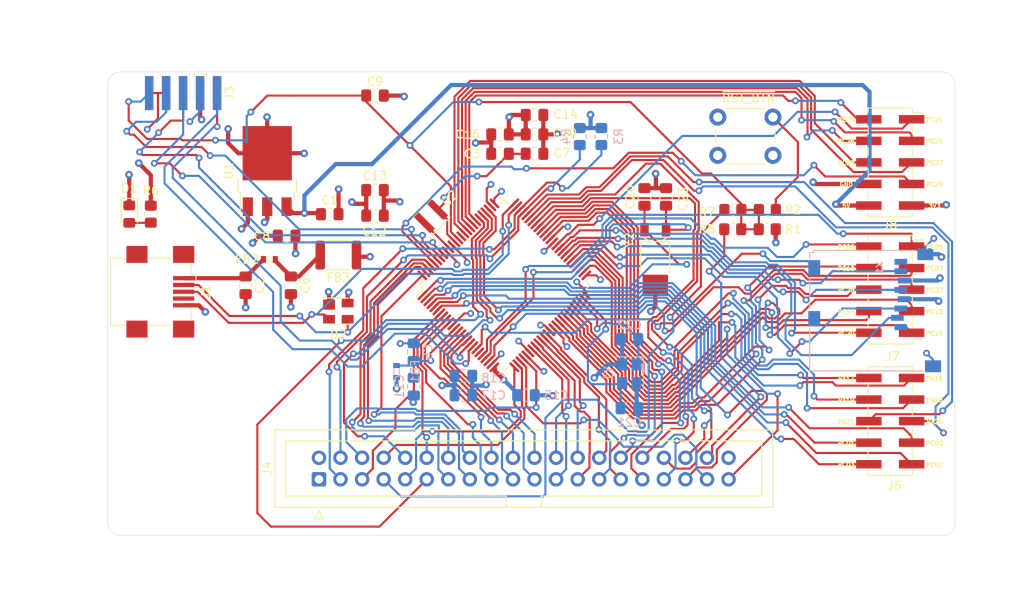
<source format=kicad_pcb>
(kicad_pcb (version 20171130) (host pcbnew 5.1.8)

  (general
    (thickness 1.6)
    (drawings 41)
    (tracks 1672)
    (zones 0)
    (modules 46)
    (nets 93)
  )

  (page A4)
  (layers
    (0 F.Cu signal)
    (1 In1.Cu power)
    (2 In2.Cu power)
    (31 B.Cu signal)
    (32 B.Adhes user)
    (33 F.Adhes user)
    (34 B.Paste user)
    (35 F.Paste user)
    (36 B.SilkS user)
    (37 F.SilkS user)
    (38 B.Mask user)
    (39 F.Mask user)
    (40 Dwgs.User user)
    (41 Cmts.User user)
    (42 Eco1.User user)
    (43 Eco2.User user)
    (44 Edge.Cuts user)
    (45 Margin user)
    (46 B.CrtYd user)
    (47 F.CrtYd user)
    (48 B.Fab user)
    (49 F.Fab user)
  )

  (setup
    (last_trace_width 0.25)
    (trace_clearance 0.1778)
    (zone_clearance 0.254)
    (zone_45_only no)
    (trace_min 0.2)
    (via_size 0.8)
    (via_drill 0.4)
    (via_min_size 0.4)
    (via_min_drill 0.3)
    (uvia_size 0.3)
    (uvia_drill 0.1)
    (uvias_allowed no)
    (uvia_min_size 0.2)
    (uvia_min_drill 0.1)
    (edge_width 0.05)
    (segment_width 0.2)
    (pcb_text_width 0.3)
    (pcb_text_size 1.5 1.5)
    (mod_edge_width 0.12)
    (mod_text_size 1 1)
    (mod_text_width 0.15)
    (pad_size 2 2)
    (pad_drill 1.1)
    (pad_to_mask_clearance 0)
    (aux_axis_origin 0 0)
    (visible_elements 7FFFFFFF)
    (pcbplotparams
      (layerselection 0x010f0_ffffffff)
      (usegerberextensions true)
      (usegerberattributes true)
      (usegerberadvancedattributes true)
      (creategerberjobfile false)
      (excludeedgelayer false)
      (linewidth 0.100000)
      (plotframeref false)
      (viasonmask false)
      (mode 1)
      (useauxorigin false)
      (hpglpennumber 1)
      (hpglpenspeed 20)
      (hpglpendiameter 15.000000)
      (psnegative false)
      (psa4output false)
      (plotreference true)
      (plotvalue true)
      (plotinvisibletext false)
      (padsonsilk false)
      (subtractmaskfromsilk false)
      (outputformat 1)
      (mirror false)
      (drillshape 0)
      (scaleselection 1)
      (outputdirectory "gerbers/"))
  )

  (net 0 "")
  (net 1 GND)
  (net 2 +5V)
  (net 3 /VBUS_USB_RAW)
  (net 4 /VCC_MCU_VDDCORE)
  (net 5 +3V3)
  (net 6 /VCC_MCU_VDDANA)
  (net 7 "Net-(C6-Pad1)")
  (net 8 /~RESET)
  (net 9 /XOUT32)
  (net 10 /XOUT0)
  (net 11 /XIN0)
  (net 12 /XIN32)
  (net 13 "Net-(D1-Pad2)")
  (net 14 /USB_DM)
  (net 15 /USB_DP)
  (net 16 "Net-(J1-Pad6)")
  (net 17 /DBG_TX)
  (net 18 /DBG_RX)
  (net 19 /SWDIO)
  (net 20 /SWCLK)
  (net 21 /SWO)
  (net 22 /~TFT_cRST)
  (net 23 /TFT_D23)
  (net 24 /TFT_D21)
  (net 25 /TFT_D19)
  (net 26 /TFT_D17)
  (net 27 /TFT_D15)
  (net 28 /TFT_D13)
  (net 29 /TFT_D11)
  (net 30 /TFT_D9)
  (net 31 /TFT_D7)
  (net 32 /TFT_D5)
  (net 33 /TFT_D3)
  (net 34 /TFT_D1)
  (net 35 /TFT_TE)
  (net 36 /TFT_WR)
  (net 37 /TFT_DC)
  (net 38 /TFT_GPIO)
  (net 39 /I2C_SDA)
  (net 40 /TFT_WAKE)
  (net 41 /TFT_STANDBY)
  (net 42 /TFT_D22)
  (net 43 /TFT_D20)
  (net 44 /TFT_D18)
  (net 45 /TFT_D16)
  (net 46 /TFT_D14)
  (net 47 /TFT_D12)
  (net 48 /TFT_D10)
  (net 49 /TFT_D8)
  (net 50 /TFT_D6)
  (net 51 /TFT_D4)
  (net 52 /TFT_D2)
  (net 53 /TFT_D0)
  (net 54 /TFT_RD)
  (net 55 /~TFT_CS)
  (net 56 /~TFT_RST)
  (net 57 /TOUCH_INT)
  (net 58 /I2C_SCL)
  (net 59 /SD_CD)
  (net 60 /SD_MISO)
  (net 61 /SD_SCK)
  (net 62 /SD_MOSI)
  (net 63 /~SD_CS)
  (net 64 /DEV_GPIO_10)
  (net 65 /DEV_GPIO_9)
  (net 66 /DEV_GPIO_8)
  (net 67 /DEV_GPIO_7)
  (net 68 /DEV_GPIO_6)
  (net 69 /DEV_GPIO_5)
  (net 70 /DEV_GPIO_4)
  (net 71 /DEV_GPIO_3)
  (net 72 /DEV_GPIO_2)
  (net 73 /DEV_GPIO_1)
  (net 74 /DEV_GPIO_20)
  (net 75 /DEV_GPIO_19)
  (net 76 /DEV_GPIO_18)
  (net 77 /DEV_GPIO_17)
  (net 78 /DEV_GPIO_16)
  (net 79 /DEV_GPIO_15)
  (net 80 /DEV_GPIO_14)
  (net 81 /DEV_GPIO_13)
  (net 82 /DEV_GPIO_12)
  (net 83 /DEV_GPIO_11)
  (net 84 /DEV_GPIO_27)
  (net 85 /DEV_GPIO_26)
  (net 86 /DEV_GPIO_25)
  (net 87 /DEV_GPIO_24)
  (net 88 /DEV_GPIO_23)
  (net 89 /DEV_GPIO_22)
  (net 90 /DEV_GPIO_21)
  (net 91 /VCC_MCU_VSW)
  (net 92 "Net-(R2-Pad2)")

  (net_class Default "This is the default net class."
    (clearance 0.1778)
    (trace_width 0.25)
    (via_dia 0.8)
    (via_drill 0.4)
    (uvia_dia 0.3)
    (uvia_drill 0.1)
    (add_net /DBG_RX)
    (add_net /DBG_TX)
    (add_net /DEV_GPIO_1)
    (add_net /DEV_GPIO_10)
    (add_net /DEV_GPIO_11)
    (add_net /DEV_GPIO_12)
    (add_net /DEV_GPIO_13)
    (add_net /DEV_GPIO_14)
    (add_net /DEV_GPIO_15)
    (add_net /DEV_GPIO_16)
    (add_net /DEV_GPIO_17)
    (add_net /DEV_GPIO_18)
    (add_net /DEV_GPIO_19)
    (add_net /DEV_GPIO_2)
    (add_net /DEV_GPIO_20)
    (add_net /DEV_GPIO_21)
    (add_net /DEV_GPIO_22)
    (add_net /DEV_GPIO_23)
    (add_net /DEV_GPIO_24)
    (add_net /DEV_GPIO_25)
    (add_net /DEV_GPIO_26)
    (add_net /DEV_GPIO_27)
    (add_net /DEV_GPIO_3)
    (add_net /DEV_GPIO_4)
    (add_net /DEV_GPIO_5)
    (add_net /DEV_GPIO_6)
    (add_net /DEV_GPIO_7)
    (add_net /DEV_GPIO_8)
    (add_net /DEV_GPIO_9)
    (add_net /I2C_SCL)
    (add_net /I2C_SDA)
    (add_net /SD_CD)
    (add_net /SD_MISO)
    (add_net /SD_MOSI)
    (add_net /SD_SCK)
    (add_net /SWCLK)
    (add_net /SWDIO)
    (add_net /SWO)
    (add_net /TFT_D0)
    (add_net /TFT_D1)
    (add_net /TFT_D10)
    (add_net /TFT_D11)
    (add_net /TFT_D12)
    (add_net /TFT_D13)
    (add_net /TFT_D14)
    (add_net /TFT_D15)
    (add_net /TFT_D16)
    (add_net /TFT_D17)
    (add_net /TFT_D18)
    (add_net /TFT_D19)
    (add_net /TFT_D2)
    (add_net /TFT_D20)
    (add_net /TFT_D21)
    (add_net /TFT_D22)
    (add_net /TFT_D23)
    (add_net /TFT_D3)
    (add_net /TFT_D4)
    (add_net /TFT_D5)
    (add_net /TFT_D6)
    (add_net /TFT_D7)
    (add_net /TFT_D8)
    (add_net /TFT_D9)
    (add_net /TFT_DC)
    (add_net /TFT_GPIO)
    (add_net /TFT_RD)
    (add_net /TFT_STANDBY)
    (add_net /TFT_TE)
    (add_net /TFT_WAKE)
    (add_net /TFT_WR)
    (add_net /TOUCH_INT)
    (add_net /USB_DM)
    (add_net /USB_DP)
    (add_net /VCC_MCU_VDDANA)
    (add_net /VCC_MCU_VDDCORE)
    (add_net /VCC_MCU_VSW)
    (add_net /XIN0)
    (add_net /XIN32)
    (add_net /XOUT0)
    (add_net /XOUT32)
    (add_net /~RESET)
    (add_net /~SD_CS)
    (add_net /~TFT_CS)
    (add_net /~TFT_RST)
    (add_net /~TFT_cRST)
    (add_net GND)
    (add_net "Net-(D1-Pad2)")
    (add_net "Net-(J1-Pad6)")
    (add_net "Net-(R2-Pad2)")
  )

  (net_class Power ""
    (clearance 0.1778)
    (trace_width 0.5)
    (via_dia 0.889)
    (via_drill 0.4064)
    (uvia_dia 0.3)
    (uvia_drill 0.1)
    (add_net +3V3)
    (add_net +5V)
    (add_net /VBUS_USB_RAW)
    (add_net "Net-(C6-Pad1)")
  )

  (module plib:DebugEdge_TARGET (layer F.Cu) (tedit 5F47DF5F) (tstamp 5FC4D587)
    (at 103.378 70.358 180)
    (path /5FEBC46D)
    (fp_text reference J3 (at -5.5 -2.5 270) (layer F.SilkS)
      (effects (font (size 1 1) (thickness 0.15)))
    )
    (fp_text value Conn_ARM_SWD_10_DEBUG (at 0 2 180) (layer F.Fab)
      (effects (font (size 1 1) (thickness 0.15)))
    )
    (fp_arc (start -1 -2.8) (end -1.3 -2.8) (angle 180) (layer Edge.Cuts) (width 0.05))
    (fp_line (start 5 0.5) (end 5 -5) (layer B.CrtYd) (width 0.05))
    (fp_line (start -5 0.5) (end 5 0.5) (layer B.CrtYd) (width 0.05))
    (fp_line (start -5 -5) (end -5 0.5) (layer B.CrtYd) (width 0.05))
    (fp_line (start 5 -5) (end -5 -5) (layer B.CrtYd) (width 0.05))
    (fp_line (start -5 0.5) (end -5 -5) (layer F.CrtYd) (width 0.05))
    (fp_line (start 5 0.5) (end -5 0.5) (layer F.CrtYd) (width 0.05))
    (fp_line (start 5 -5) (end 5 0.5) (layer F.CrtYd) (width 0.05))
    (fp_line (start -5 -5) (end 5 -5) (layer F.CrtYd) (width 0.05))
    (fp_line (start -0.7 0) (end 5 0) (layer Edge.Cuts) (width 0.05))
    (fp_line (start -5 0) (end -1.3 0) (layer Edge.Cuts) (width 0.05))
    (fp_line (start -0.7 -2.8) (end -0.7 0) (layer Edge.Cuts) (width 0.05))
    (fp_line (start -1.3 0) (end -1.3 -2.8) (layer Edge.Cuts) (width 0.05))
    (fp_line (start -2 -0.25) (end -2.75 -0.25) (layer F.SilkS) (width 0.12))
    (fp_line (start -2.75 -0.25) (end -2.75 -1) (layer F.SilkS) (width 0.12))
    (pad 4 smd rect (at 0 -2.5) (size 1 4) (layers B.Cu B.Mask)
      (net 20 /SWCLK))
    (pad 8 smd rect (at -4 -2.5) (size 1 4) (layers B.Cu B.Mask)
      (net 18 /DBG_RX))
    (pad 3 smd rect (at -2 -2.5) (size 1 4) (layers B.Cu B.Mask)
      (net 1 GND))
    (pad 6 smd rect (at 2 -2.5) (size 1 4) (layers B.Cu B.Mask)
      (net 21 /SWO))
    (pad 10 smd rect (at 4 -2.5) (size 1 4) (layers B.Cu B.Mask)
      (net 8 /~RESET))
    (pad 7 smd rect (at -4 -2.5) (size 1 4) (layers F.Cu F.Mask)
      (net 17 /DBG_TX))
    (pad 1 smd rect (at -2 -2.5) (size 1 4) (layers F.Cu F.Mask)
      (net 5 +3V3))
    (pad 2 smd rect (at 0 -2.5) (size 1 4) (layers F.Cu F.Mask)
      (net 19 /SWDIO))
    (pad 5 smd rect (at 2 -2.5) (size 1 4) (layers F.Cu F.Mask)
      (net 1 GND))
    (pad 9 smd rect (at 4 -2.5) (size 1 4) (layers F.Cu F.Mask)
      (net 1 GND))
  )

  (module Crystal:Crystal_SMD_3225-4Pin_3.2x2.5mm (layer B.Cu) (tedit 5A0FD1B2) (tstamp 5FBD2DE3)
    (at 155.956 105.918 270)
    (descr "SMD Crystal SERIES SMD3225/4 http://www.txccrystal.com/images/pdf/7m-accuracy.pdf, 3.2x2.5mm^2 package")
    (tags "SMD SMT crystal")
    (path /5FE380D8)
    (attr smd)
    (fp_text reference Y1 (at 0 2.45 90) (layer B.SilkS)
      (effects (font (size 1 1) (thickness 0.15)) (justify mirror))
    )
    (fp_text value CX3225CA12000D0KPSC1 (at 0 -2.45 90) (layer B.Fab)
      (effects (font (size 1 1) (thickness 0.15)) (justify mirror))
    )
    (fp_line (start 2.1 1.7) (end -2.1 1.7) (layer B.CrtYd) (width 0.05))
    (fp_line (start 2.1 -1.7) (end 2.1 1.7) (layer B.CrtYd) (width 0.05))
    (fp_line (start -2.1 -1.7) (end 2.1 -1.7) (layer B.CrtYd) (width 0.05))
    (fp_line (start -2.1 1.7) (end -2.1 -1.7) (layer B.CrtYd) (width 0.05))
    (fp_line (start -2 -1.65) (end 2 -1.65) (layer B.SilkS) (width 0.12))
    (fp_line (start -2 1.65) (end -2 -1.65) (layer B.SilkS) (width 0.12))
    (fp_line (start -1.6 -0.25) (end -0.6 -1.25) (layer B.Fab) (width 0.1))
    (fp_line (start 1.6 1.25) (end -1.6 1.25) (layer B.Fab) (width 0.1))
    (fp_line (start 1.6 -1.25) (end 1.6 1.25) (layer B.Fab) (width 0.1))
    (fp_line (start -1.6 -1.25) (end 1.6 -1.25) (layer B.Fab) (width 0.1))
    (fp_line (start -1.6 1.25) (end -1.6 -1.25) (layer B.Fab) (width 0.1))
    (fp_text user %R (at 0 0 90) (layer B.Fab)
      (effects (font (size 0.7 0.7) (thickness 0.105)) (justify mirror))
    )
    (pad 4 smd rect (at -1.1 0.85 270) (size 1.4 1.2) (layers B.Cu B.Paste B.Mask)
      (net 1 GND))
    (pad 3 smd rect (at 1.1 0.85 270) (size 1.4 1.2) (layers B.Cu B.Paste B.Mask)
      (net 10 /XOUT0))
    (pad 2 smd rect (at 1.1 -0.85 270) (size 1.4 1.2) (layers B.Cu B.Paste B.Mask)
      (net 1 GND))
    (pad 1 smd rect (at -1.1 -0.85 270) (size 1.4 1.2) (layers B.Cu B.Paste B.Mask)
      (net 11 /XIN0))
    (model ${KISYS3DMOD}/Crystal.3dshapes/Crystal_SMD_3225-4Pin_3.2x2.5mm.wrl
      (at (xyz 0 0 0))
      (scale (xyz 1 1 1))
      (rotate (xyz 0 0 0))
    )
  )

  (module Package_TO_SOT_SMD:TO-252-3_TabPin2 (layer F.Cu) (tedit 5A70F30B) (tstamp 5FD2C6F1)
    (at 113.284 82.042 90)
    (descr "TO-252 / DPAK SMD package, http://www.infineon.com/cms/en/product/packages/PG-TO252/PG-TO252-3-1/")
    (tags "DPAK TO-252 DPAK-3 TO-252-3 SOT-428")
    (path /5F88D7AD)
    (attr smd)
    (fp_text reference U1 (at 0 -4.5 90) (layer F.SilkS)
      (effects (font (size 1 1) (thickness 0.15)))
    )
    (fp_text value IFX27001TFV33 (at 0 4.5 90) (layer F.Fab)
      (effects (font (size 1 1) (thickness 0.15)))
    )
    (fp_line (start 3.95 -2.7) (end 4.95 -2.7) (layer F.Fab) (width 0.1))
    (fp_line (start 4.95 -2.7) (end 4.95 2.7) (layer F.Fab) (width 0.1))
    (fp_line (start 4.95 2.7) (end 3.95 2.7) (layer F.Fab) (width 0.1))
    (fp_line (start 3.95 -3.25) (end 3.95 3.25) (layer F.Fab) (width 0.1))
    (fp_line (start 3.95 3.25) (end -2.27 3.25) (layer F.Fab) (width 0.1))
    (fp_line (start -2.27 3.25) (end -2.27 -2.25) (layer F.Fab) (width 0.1))
    (fp_line (start -2.27 -2.25) (end -1.27 -3.25) (layer F.Fab) (width 0.1))
    (fp_line (start -1.27 -3.25) (end 3.95 -3.25) (layer F.Fab) (width 0.1))
    (fp_line (start -1.865 -2.655) (end -4.97 -2.655) (layer F.Fab) (width 0.1))
    (fp_line (start -4.97 -2.655) (end -4.97 -1.905) (layer F.Fab) (width 0.1))
    (fp_line (start -4.97 -1.905) (end -2.27 -1.905) (layer F.Fab) (width 0.1))
    (fp_line (start -2.27 -0.375) (end -4.97 -0.375) (layer F.Fab) (width 0.1))
    (fp_line (start -4.97 -0.375) (end -4.97 0.375) (layer F.Fab) (width 0.1))
    (fp_line (start -4.97 0.375) (end -2.27 0.375) (layer F.Fab) (width 0.1))
    (fp_line (start -2.27 1.905) (end -4.97 1.905) (layer F.Fab) (width 0.1))
    (fp_line (start -4.97 1.905) (end -4.97 2.655) (layer F.Fab) (width 0.1))
    (fp_line (start -4.97 2.655) (end -2.27 2.655) (layer F.Fab) (width 0.1))
    (fp_line (start -0.97 -3.45) (end -2.47 -3.45) (layer F.SilkS) (width 0.12))
    (fp_line (start -2.47 -3.45) (end -2.47 -3.18) (layer F.SilkS) (width 0.12))
    (fp_line (start -2.47 -3.18) (end -5.3 -3.18) (layer F.SilkS) (width 0.12))
    (fp_line (start -0.97 3.45) (end -2.47 3.45) (layer F.SilkS) (width 0.12))
    (fp_line (start -2.47 3.45) (end -2.47 3.18) (layer F.SilkS) (width 0.12))
    (fp_line (start -2.47 3.18) (end -3.57 3.18) (layer F.SilkS) (width 0.12))
    (fp_line (start -5.55 -3.5) (end -5.55 3.5) (layer F.CrtYd) (width 0.05))
    (fp_line (start -5.55 3.5) (end 5.55 3.5) (layer F.CrtYd) (width 0.05))
    (fp_line (start 5.55 3.5) (end 5.55 -3.5) (layer F.CrtYd) (width 0.05))
    (fp_line (start 5.55 -3.5) (end -5.55 -3.5) (layer F.CrtYd) (width 0.05))
    (fp_text user %R (at 0 0 90) (layer F.Fab)
      (effects (font (size 1 1) (thickness 0.15)))
    )
    (pad "" smd rect (at 0.425 1.525 90) (size 3.05 2.75) (layers F.Paste))
    (pad "" smd rect (at 3.775 -1.525 90) (size 3.05 2.75) (layers F.Paste))
    (pad "" smd rect (at 0.425 -1.525 90) (size 3.05 2.75) (layers F.Paste))
    (pad "" smd rect (at 3.775 1.525 90) (size 3.05 2.75) (layers F.Paste))
    (pad 2 smd rect (at 2.1 0 90) (size 6.4 5.8) (layers F.Cu F.Mask)
      (net 5 +3V3))
    (pad 3 smd rect (at -4.2 2.28 90) (size 2.2 1.2) (layers F.Cu F.Paste F.Mask)
      (net 2 +5V))
    (pad 2 smd rect (at -4.2 0 90) (size 2.2 1.2) (layers F.Cu F.Paste F.Mask)
      (net 5 +3V3))
    (pad 1 smd rect (at -4.2 -2.28 90) (size 2.2 1.2) (layers F.Cu F.Paste F.Mask)
      (net 1 GND))
    (model ${KISYS3DMOD}/Package_TO_SOT_SMD.3dshapes/TO-252-3_TabPin2.wrl
      (at (xyz 0 0 0))
      (scale (xyz 1 1 1))
      (rotate (xyz 0 0 0))
    )
  )

  (module plib:MICROSD (layer B.Cu) (tedit 0) (tstamp 5FBE7D47)
    (at 177.292 91.44 270)
    (descr "Courtesy: Adafruit Industries")
    (path /5FC4F751)
    (fp_text reference X1 (at 1.18 -7.69 270) (layer B.SilkS)
      (effects (font (size 0.77216 0.77216) (thickness 0.146304)) (justify left top mirror))
    )
    (fp_text value MICROSD (at 1.18 -8.833 270) (layer B.Fab)
      (effects (font (size 0.38608 0.38608) (thickness 0.04064)) (justify left top mirror))
    )
    (fp_line (start 14.15 0.1) (end 14.15 -13.25) (layer B.SilkS) (width 0.127))
    (fp_line (start 9.1 0.1) (end 14.15 0.1) (layer B.SilkS) (width 0.127))
    (fp_line (start 3.15 0.1) (end 6.85 0.1) (layer B.SilkS) (width 0.127))
    (fp_line (start -0.05 -0.4) (end -0.05 -12.35) (layer B.SilkS) (width 0.127))
    (fp_line (start 0.2 -0.4) (end -0.05 -0.4) (layer B.SilkS) (width 0.127))
    (fp_line (start 0.2 0.1) (end 0.2 -0.4) (layer B.SilkS) (width 0.127))
    (fp_line (start 0.85 0.1) (end 0.2 0.1) (layer B.SilkS) (width 0.127))
    (fp_line (start 11.29 -19.52) (end 11.29 -16.67) (layer B.Fab) (width 0.1))
    (fp_line (start 1.14 -20.37) (end 10.44 -20.37) (layer B.Fab) (width 0.1))
    (fp_line (start 0.29 -16.72) (end 0.29 -19.52) (layer B.Fab) (width 0.1))
    (fp_line (start 1.14 -16.92) (end 10.44 -16.92) (layer B.Fab) (width 0.1))
    (fp_line (start 0.29 -15.92) (end 0.29 -16.07) (layer B.Fab) (width 0.1))
    (fp_line (start 11.29 -15.42) (end 11.29 -14.12) (layer B.Fab) (width 0.1))
    (fp_line (start 1.09 -16.17) (end 10.54 -16.17) (layer B.Fab) (width 0.1))
    (fp_line (start 0.34 -14.12) (end 0.34 -15.42) (layer B.Fab) (width 0.1))
    (fp_line (start 9.19 -11.17) (end 9.19 -9.82) (layer B.Fab) (width 0.1))
    (fp_line (start 8.79 -11.17) (end 9.19 -11.17) (layer B.Fab) (width 0.1))
    (fp_line (start 8.79 -9.77) (end 8.79 -11.17) (layer B.Fab) (width 0.1))
    (fp_line (start 8.09 -10.82) (end 8.09 -9.77) (layer B.Fab) (width 0.1))
    (fp_line (start 7.69 -10.82) (end 8.09 -10.82) (layer B.Fab) (width 0.1))
    (fp_line (start 7.69 -9.77) (end 7.69 -10.82) (layer B.Fab) (width 0.1))
    (fp_line (start 6.99 -11.22) (end 6.99 -9.82) (layer B.Fab) (width 0.1))
    (fp_line (start 6.59 -11.22) (end 6.99 -11.22) (layer B.Fab) (width 0.1))
    (fp_line (start 6.59 -9.77) (end 6.59 -11.22) (layer B.Fab) (width 0.1))
    (fp_line (start 5.89 -11.37) (end 5.54 -11.37) (layer B.Fab) (width 0.1))
    (fp_line (start 5.89 -9.92) (end 5.89 -11.37) (layer B.Fab) (width 0.1))
    (fp_line (start 6.24 -9.92) (end 6.24 -9.77) (layer B.Fab) (width 0.1))
    (fp_line (start 5.89 -9.92) (end 6.24 -9.92) (layer B.Fab) (width 0.1))
    (fp_line (start 5.49 -9.92) (end 5.89 -9.92) (layer B.Fab) (width 0.1))
    (fp_line (start 4.79 -11.22) (end 4.79 -9.92) (layer B.Fab) (width 0.1))
    (fp_line (start 4.39 -11.22) (end 4.79 -11.22) (layer B.Fab) (width 0.1))
    (fp_line (start 4.39 -9.77) (end 4.39 -11.22) (layer B.Fab) (width 0.1))
    (fp_line (start 3.74 -11.42) (end 3.74 -9.97) (layer B.Fab) (width 0.1))
    (fp_line (start 3.29 -11.42) (end 3.74 -11.42) (layer B.Fab) (width 0.1))
    (fp_line (start 3.29 -9.97) (end 3.29 -11.42) (layer B.Fab) (width 0.1))
    (fp_line (start 4.04 -9.97) (end 4.04 -9.77) (layer B.Fab) (width 0.1))
    (fp_line (start 3.74 -9.97) (end 4.04 -9.97) (layer B.Fab) (width 0.1))
    (fp_line (start 3.29 -9.97) (end 3.74 -9.97) (layer B.Fab) (width 0.1))
    (fp_line (start 2.94 -9.97) (end 3.29 -9.97) (layer B.Fab) (width 0.1))
    (fp_line (start 2.94 -9.77) (end 2.94 -9.97) (layer B.Fab) (width 0.1))
    (fp_line (start 2.59 -11.17) (end 2.59 -9.77) (layer B.Fab) (width 0.1))
    (fp_line (start 2.19 -11.17) (end 2.59 -11.17) (layer B.Fab) (width 0.1))
    (fp_line (start 2.19 -9.77) (end 2.19 -11.17) (layer B.Fab) (width 0.1))
    (fp_line (start 1.49 -11.17) (end 1.49 -9.77) (layer B.Fab) (width 0.1))
    (fp_line (start 1.09 -11.17) (end 1.49 -11.17) (layer B.Fab) (width 0.1))
    (fp_line (start 1.09 -9.82) (end 1.09 -11.17) (layer B.Fab) (width 0.1))
    (fp_line (start 8.39 -0.77) (end 8.39 -0.17) (layer B.Fab) (width 0.1))
    (fp_line (start 8.29 -0.77) (end 8.39 -0.77) (layer B.Fab) (width 0.1))
    (fp_line (start 7.19 -0.77) (end 7.19 -0.17) (layer B.Fab) (width 0.1))
    (fp_line (start 7.39 -0.77) (end 7.19 -0.77) (layer B.Fab) (width 0.1))
    (fp_line (start 8.29 -0.92) (end 8.54 -0.92) (layer B.Fab) (width 0.1))
    (fp_line (start 7.39 -0.92) (end 7.09 -0.92) (layer B.Fab) (width 0.1))
    (fp_line (start 7.14 -5.92) (end 8.44 -5.92) (layer B.Fab) (width 0.1))
    (fp_line (start 7.39 -0.47) (end 7.14 -5.92) (layer B.Fab) (width 0.1))
    (fp_line (start 7.39 -0.42) (end 7.39 -0.47) (layer B.Fab) (width 0.1))
    (fp_line (start 7.59 -1.27) (end 7.59 -0.32) (layer B.Fab) (width 0.1))
    (fp_line (start 7.79 -1.52) (end 7.84 -1.52) (layer B.Fab) (width 0.1))
    (fp_line (start 8.04 -0.32) (end 8.04 -1.27) (layer B.Fab) (width 0.1))
    (fp_line (start 8.24 -0.57) (end 8.24 -0.52) (layer B.Fab) (width 0.1))
    (fp_line (start 8.44 -5.92) (end 8.24 -0.57) (layer B.Fab) (width 0.1))
    (fp_line (start 8.74 -5.87) (end 8.74 -5.92) (layer B.Fab) (width 0.1))
    (fp_line (start 8.49 0.03) (end 8.74 -5.87) (layer B.Fab) (width 0.1))
    (fp_line (start 7.14 -0.12) (end 8.49 -0.12) (layer B.Fab) (width 0.1))
    (fp_line (start 6.84 -5.92) (end 7.09 0.03) (layer B.Fab) (width 0.1))
    (fp_line (start 2.69 -0.77) (end 2.69 -0.17) (layer B.Fab) (width 0.1))
    (fp_line (start 2.59 -0.77) (end 2.69 -0.77) (layer B.Fab) (width 0.1))
    (fp_line (start 1.49 -0.77) (end 1.49 -0.17) (layer B.Fab) (width 0.1))
    (fp_line (start 1.69 -0.77) (end 1.49 -0.77) (layer B.Fab) (width 0.1))
    (fp_line (start 2.59 -0.92) (end 2.84 -0.92) (layer B.Fab) (width 0.1))
    (fp_line (start 1.69 -0.92) (end 1.39 -0.92) (layer B.Fab) (width 0.1))
    (fp_line (start 1.44 -5.92) (end 2.74 -5.92) (layer B.Fab) (width 0.1))
    (fp_line (start 1.69 -0.47) (end 1.44 -5.92) (layer B.Fab) (width 0.1))
    (fp_line (start 1.69 -0.42) (end 1.69 -0.47) (layer B.Fab) (width 0.1))
    (fp_line (start 1.89 -1.27) (end 1.89 -0.32) (layer B.Fab) (width 0.1))
    (fp_line (start 2.09 -1.52) (end 2.14 -1.52) (layer B.Fab) (width 0.1))
    (fp_line (start 2.34 -0.32) (end 2.34 -1.27) (layer B.Fab) (width 0.1))
    (fp_line (start 2.54 -0.57) (end 2.54 -0.52) (layer B.Fab) (width 0.1))
    (fp_line (start 2.74 -5.92) (end 2.54 -0.57) (layer B.Fab) (width 0.1))
    (fp_line (start 3.04 -5.87) (end 3.04 -5.92) (layer B.Fab) (width 0.1))
    (fp_line (start 2.79 0.03) (end 3.04 -5.87) (layer B.Fab) (width 0.1))
    (fp_line (start 1.44 -0.12) (end 2.79 -0.12) (layer B.Fab) (width 0.1))
    (fp_line (start 1.14 -5.92) (end 1.39 0.03) (layer B.Fab) (width 0.1))
    (fp_line (start 9.99 -6.37) (end 9.99 -3.87) (layer B.Fab) (width 0.1))
    (fp_line (start 10.24 -6.57) (end 10.19 -6.57) (layer B.Fab) (width 0.1))
    (fp_line (start 10.49 -3.87) (end 10.49 -6.32) (layer B.Fab) (width 0.1))
    (fp_line (start 10.19 -3.67) (end 10.29 -3.67) (layer B.Fab) (width 0.1))
    (fp_line (start 0.94 -11.22) (end 0.94 -10.12) (layer B.Fab) (width 0.1))
    (fp_line (start 4.49 -11.57) (end 1.29 -11.57) (layer B.Fab) (width 0.1))
    (fp_line (start 4.84 -10.02) (end 4.84 -11.22) (layer B.Fab) (width 0.1))
    (fp_line (start 4.39 -9.77) (end 4.59 -9.77) (layer B.Fab) (width 0.1))
    (fp_line (start 4.04 -9.77) (end 4.39 -9.77) (layer B.Fab) (width 0.1))
    (fp_line (start 2.94 -9.77) (end 4.04 -9.77) (layer B.Fab) (width 0.1))
    (fp_line (start 2.59 -9.77) (end 2.94 -9.77) (layer B.Fab) (width 0.1))
    (fp_line (start 2.19 -9.77) (end 2.59 -9.77) (layer B.Fab) (width 0.1))
    (fp_line (start 1.49 -9.77) (end 2.19 -9.77) (layer B.Fab) (width 0.1))
    (fp_line (start 1.29 -9.77) (end 1.49 -9.77) (layer B.Fab) (width 0.1))
    (fp_line (start 5.44 -11.22) (end 5.44 -10.07) (layer B.Fab) (width 0.1))
    (fp_line (start 8.99 -11.57) (end 5.79 -11.57) (layer B.Fab) (width 0.1))
    (fp_line (start 9.34 -10.07) (end 9.34 -11.22) (layer B.Fab) (width 0.1))
    (fp_line (start 8.79 -9.77) (end 9.04 -9.77) (layer B.Fab) (width 0.1))
    (fp_line (start 8.09 -9.77) (end 8.79 -9.77) (layer B.Fab) (width 0.1))
    (fp_line (start 7.69 -9.77) (end 8.09 -9.77) (layer B.Fab) (width 0.1))
    (fp_line (start 6.59 -9.77) (end 7.69 -9.77) (layer B.Fab) (width 0.1))
    (fp_line (start 6.24 -9.77) (end 6.59 -9.77) (layer B.Fab) (width 0.1))
    (fp_line (start 5.74 -9.77) (end 6.24 -9.77) (layer B.Fab) (width 0.1))
    (fp_line (start 11.94 -6.47) (end 14.04 -6.47) (layer B.Fab) (width 0.1))
    (fp_line (start 11.59 -8.12) (end 11.59 -6.82) (layer B.Fab) (width 0.1))
    (fp_line (start 11.84 -8.37) (end 11.64 -8.17) (layer B.Fab) (width 0.1))
    (fp_line (start 11.84 -12.32) (end 11.84 -8.37) (layer B.Fab) (width 0.1))
    (fp_line (start 12.09 -12.52) (end 12.04 -12.52) (layer B.Fab) (width 0.1))
    (fp_line (start 12.44 -8.17) (end 12.29 -12.32) (layer B.Fab) (width 0.1))
    (fp_line (start 12.19 -7.97) (end 12.24 -7.97) (layer B.Fab) (width 0.1))
    (fp_line (start 12.04 -7.02) (end 12.04 -7.82) (layer B.Fab) (width 0.1))
    (fp_line (start 13.24 -6.87) (end 12.19 -6.87) (layer B.Fab) (width 0.1))
    (fp_line (start 13.39 -7.72) (end 13.39 -7.02) (layer B.Fab) (width 0.1))
    (fp_line (start 13.09 -12.32) (end 12.99 -8.12) (layer B.Fab) (width 0.1))
    (fp_line (start 14.04 -12.52) (end 13.29 -12.52) (layer B.Fab) (width 0.1))
    (fp_line (start 13.74 -14.17) (end 13.79 -14.17) (layer B.Fab) (width 0.1))
    (fp_line (start 13.59 -14.62) (end 13.59 -14.32) (layer B.Fab) (width 0.1))
    (fp_line (start 13.79 -14.77) (end 13.74 -14.77) (layer B.Fab) (width 0.1))
    (fp_line (start 13.94 -15.02) (end 13.94 -14.92) (layer B.Fab) (width 0.1))
    (fp_line (start 13.34 -13.82) (end 13.34 -15.12) (layer B.Fab) (width 0.1))
    (fp_line (start 13.64 -13.67) (end 13.64 -13.47) (layer B.Fab) (width 0.1))
    (fp_line (start 13.64 -13.67) (end 13.79 -13.67) (layer B.Fab) (width 0.1))
    (fp_line (start 12.99 -13.67) (end 13.64 -13.67) (layer B.Fab) (width 0.1))
    (fp_line (start 13.79 -13.47) (end 13.79 -13.67) (layer B.Fab) (width 0.1))
    (fp_line (start 11.34 -14.52) (end 10.84 -13.97) (layer B.Fab) (width 0.1))
    (fp_line (start 11.54 -14.52) (end 11.34 -14.52) (layer B.Fab) (width 0.1))
    (fp_line (start 11.49 -15.07) (end 11.34 -14.92) (layer B.Fab) (width 0.1))
    (fp_line (start 10.49 -14.92) (end 11.34 -14.92) (layer B.Fab) (width 0.1))
    (fp_line (start 10.99 -14.72) (end 10.49 -14.72) (layer B.Fab) (width 0.1))
    (fp_line (start 10.99 -14.72) (end 11.49 -14.72) (layer B.Fab) (width 0.1))
    (fp_line (start 10.49 -14.22) (end 10.99 -14.72) (layer B.Fab) (width 0.1))
    (fp_line (start 10.49 -13.87) (end 10.49 -14.22) (layer B.Fab) (width 0.1))
    (fp_line (start 10.49 -14.52) (end 10.74 -14.52) (layer B.Fab) (width 0.1))
    (fp_line (start 10.49 -14.72) (end 10.49 -14.52) (layer B.Fab) (width 0.1))
    (fp_line (start 10.49 -14.92) (end 10.49 -14.72) (layer B.Fab) (width 0.1))
    (fp_line (start 10.49 -15.12) (end 10.49 -14.92) (layer B.Fab) (width 0.1))
    (fp_line (start 9.54 -15.12) (end 9.54 -13.62) (layer B.Fab) (width 0.1))
    (fp_line (start 10.49 -15.12) (end 9.54 -15.12) (layer B.Fab) (width 0.1))
    (fp_line (start 11.79 -15.12) (end 10.49 -15.12) (layer B.Fab) (width 0.1))
    (fp_line (start 14.04 -2.32) (end 14.04 0.03) (layer B.Fab) (width 0.1))
    (fp_line (start 14.09 -2.32) (end 14.04 -2.32) (layer B.Fab) (width 0.1))
    (fp_line (start 14.09 -3.37) (end 14.09 -2.32) (layer B.Fab) (width 0.1))
    (fp_line (start 14.04 -3.37) (end 14.09 -3.37) (layer B.Fab) (width 0.1))
    (fp_line (start 14.04 -6.47) (end 14.04 -3.37) (layer B.Fab) (width 0.1))
    (fp_line (start 14.04 -7.52) (end 14.04 -6.47) (layer B.Fab) (width 0.1))
    (fp_line (start 14.09 -7.52) (end 14.04 -7.52) (layer B.Fab) (width 0.1))
    (fp_line (start 14.09 -8.57) (end 14.09 -7.52) (layer B.Fab) (width 0.1))
    (fp_line (start 14.04 -8.57) (end 14.09 -8.57) (layer B.Fab) (width 0.1))
    (fp_line (start 14.04 -11.52) (end 14.04 -8.57) (layer B.Fab) (width 0.1))
    (fp_line (start 14.09 -11.52) (end 14.04 -11.52) (layer B.Fab) (width 0.1))
    (fp_line (start 14.09 -12.52) (end 14.09 -11.52) (layer B.Fab) (width 0.1))
    (fp_line (start 14.04 -12.52) (end 14.09 -12.52) (layer B.Fab) (width 0.1))
    (fp_line (start 14.04 -13.42) (end 14.04 -12.52) (layer B.Fab) (width 0.1))
    (fp_line (start 13.14 -13.42) (end 14.04 -13.42) (layer B.Fab) (width 0.1))
    (fp_line (start 13.34 -13.82) (end 13.14 -13.82) (layer B.Fab) (width 0.1))
    (fp_line (start 13.74 -13.82) (end 13.34 -13.82) (layer B.Fab) (width 0.1))
    (fp_line (start 13.99 -14.87) (end 13.99 -14.07) (layer B.Fab) (width 0.1))
    (fp_line (start 13.34 -15.12) (end 13.74 -15.12) (layer B.Fab) (width 0.1))
    (fp_line (start 11.79 -15.12) (end 13.34 -15.12) (layer B.Fab) (width 0.1))
    (fp_line (start 11.54 -14.52) (end 11.54 -14.87) (layer B.Fab) (width 0.1))
    (fp_line (start 11.54 -14.27) (end 11.54 -14.52) (layer B.Fab) (width 0.1))
    (fp_line (start 0.04 -9.42) (end 0.04 -14.17) (layer B.Fab) (width 0.1))
    (fp_line (start -0.01 -9.42) (end 0.04 -9.42) (layer B.Fab) (width 0.1))
    (fp_line (start -0.01 -8.12) (end -0.01 -9.42) (layer B.Fab) (width 0.1))
    (fp_line (start 0.04 -8.12) (end -0.01 -8.12) (layer B.Fab) (width 0.1))
    (fp_line (start 0.04 -3.07) (end 0.04 -8.12) (layer B.Fab) (width 0.1))
    (fp_line (start -0.01 -3.07) (end 0.04 -3.07) (layer B.Fab) (width 0.1))
    (fp_line (start -0.01 -1.72) (end -0.01 -3.07) (layer B.Fab) (width 0.1))
    (fp_line (start 0.04 -1.72) (end -0.01 -1.72) (layer B.Fab) (width 0.1))
    (fp_line (start 0.04 -0.47) (end 0.04 -1.72) (layer B.Fab) (width 0.1))
    (fp_line (start 0.29 -0.47) (end 0.04 -0.47) (layer B.Fab) (width 0.1))
    (fp_line (start 0.29 0.03) (end 0.29 -0.47) (layer B.Fab) (width 0.1))
    (fp_line (start 1.39 0.03) (end 0.29 0.03) (layer B.Fab) (width 0.1))
    (fp_line (start 2.79 0.03) (end 1.39 0.03) (layer B.Fab) (width 0.1))
    (fp_line (start 10.39 0.03) (end 2.79 0.03) (layer B.Fab) (width 0.1))
    (fp_line (start 10.39 -0.27) (end 10.39 0.03) (layer B.Fab) (width 0.1))
    (fp_line (start 10.79 0.03) (end 10.79 -0.27) (layer B.Fab) (width 0.1))
    (fp_line (start 12.99 0.03) (end 10.79 0.03) (layer B.Fab) (width 0.1))
    (fp_line (start 12.99 -0.27) (end 12.99 0.03) (layer B.Fab) (width 0.1))
    (fp_line (start 13.39 0.03) (end 13.39 -0.27) (layer B.Fab) (width 0.1))
    (fp_line (start 14.04 0.03) (end 13.39 0.03) (layer B.Fab) (width 0.1))
    (fp_arc (start 10.44 -19.52) (end 10.44 -20.37) (angle 90) (layer B.Fab) (width 0.1))
    (fp_arc (start 1.14 -19.52) (end 0.29 -19.52) (angle 90) (layer B.Fab) (width 0.1))
    (fp_arc (start 10.44 -16.07) (end 10.44 -16.92) (angle 90) (layer B.Fab) (width 0.1))
    (fp_arc (start 1.14 -16.07) (end 0.29 -16.07) (angle 90) (layer B.Fab) (width 0.1))
    (fp_arc (start 10.54 -15.42) (end 10.54 -16.17) (angle 90) (layer B.Fab) (width 0.1))
    (fp_arc (start 1.09 -15.42) (end 0.34 -15.42) (angle 90) (layer B.Fab) (width 0.1))
    (fp_arc (start 7.54 -0.47) (end 7.59 -0.32) (angle 90) (layer B.Fab) (width 0.1))
    (fp_arc (start 7.84 -1.27) (end 7.84 -1.52) (angle -90) (layer B.Fab) (width 0.1))
    (fp_arc (start 7.79 -1.27) (end 8.04 -1.27) (angle -90) (layer B.Fab) (width 0.1))
    (fp_arc (start 8.04 -0.52) (end 8.24 -0.52) (angle 90) (layer B.Fab) (width 0.1))
    (fp_arc (start 8.59 -5.92) (end 8.59 -6.07) (angle -90) (layer B.Fab) (width 0.1))
    (fp_arc (start 8.59 -5.92) (end 8.74 -5.92) (angle -90) (layer B.Fab) (width 0.1))
    (fp_arc (start 6.99 -5.92) (end 6.99 -6.07) (angle -90) (layer B.Fab) (width 0.1))
    (fp_arc (start 6.99 -5.92) (end 7.14 -5.92) (angle -90) (layer B.Fab) (width 0.1))
    (fp_arc (start 1.84 -0.47) (end 1.89 -0.32) (angle 90) (layer B.Fab) (width 0.1))
    (fp_arc (start 2.14 -1.27) (end 2.14 -1.52) (angle -90) (layer B.Fab) (width 0.1))
    (fp_arc (start 2.09 -1.27) (end 2.34 -1.27) (angle -90) (layer B.Fab) (width 0.1))
    (fp_arc (start 2.34 -0.52) (end 2.54 -0.52) (angle 90) (layer B.Fab) (width 0.1))
    (fp_arc (start 2.89 -5.92) (end 2.89 -6.07) (angle -90) (layer B.Fab) (width 0.1))
    (fp_arc (start 2.89 -5.92) (end 3.04 -5.92) (angle -90) (layer B.Fab) (width 0.1))
    (fp_arc (start 1.29 -5.92) (end 1.29 -6.07) (angle -90) (layer B.Fab) (width 0.1))
    (fp_arc (start 1.29 -5.92) (end 1.44 -5.92) (angle -90) (layer B.Fab) (width 0.1))
    (fp_arc (start 10.19 -6.37) (end 10.19 -6.57) (angle -90) (layer B.Fab) (width 0.1))
    (fp_arc (start 10.24 -6.32) (end 10.49 -6.32) (angle -90) (layer B.Fab) (width 0.1))
    (fp_arc (start 10.29 -3.87) (end 10.29 -3.67) (angle -90) (layer B.Fab) (width 0.1))
    (fp_arc (start 10.19 -3.87) (end 9.99 -3.87) (angle -90) (layer B.Fab) (width 0.1))
    (fp_arc (start 1.29 -10.12) (end 0.94 -10.12) (angle -90) (layer B.Fab) (width 0.1))
    (fp_arc (start 1.29 -11.22) (end 1.29 -11.57) (angle -90) (layer B.Fab) (width 0.1))
    (fp_arc (start 4.49 -11.22) (end 4.84 -11.22) (angle -90) (layer B.Fab) (width 0.1))
    (fp_arc (start 4.59 -10.02) (end 4.59 -9.77) (angle -90) (layer B.Fab) (width 0.1))
    (fp_arc (start 5.74 -10.07) (end 5.44 -10.07) (angle -90) (layer B.Fab) (width 0.1))
    (fp_arc (start 5.79 -11.22) (end 5.79 -11.57) (angle -90) (layer B.Fab) (width 0.1))
    (fp_arc (start 8.99 -11.22) (end 9.34 -11.22) (angle -90) (layer B.Fab) (width 0.1))
    (fp_arc (start 9.04 -10.07) (end 9.04 -9.77) (angle -90) (layer B.Fab) (width 0.1))
    (fp_arc (start 11.94 -6.82) (end 11.59 -6.82) (angle -90) (layer B.Fab) (width 0.1))
    (fp_arc (start 11.64 -8.12) (end 11.64 -8.17) (angle -90) (layer B.Fab) (width 0.1))
    (fp_arc (start 12.04 -12.32) (end 12.04 -12.52) (angle -90) (layer B.Fab) (width 0.1))
    (fp_arc (start 12.09 -12.32) (end 12.29 -12.32) (angle -90) (layer B.Fab) (width 0.1))
    (fp_arc (start 12.24 -8.17) (end 12.24 -7.97) (angle -90) (layer B.Fab) (width 0.1))
    (fp_arc (start 12.19 -7.82) (end 12.04 -7.82) (angle 90) (layer B.Fab) (width 0.1))
    (fp_arc (start 12.19 -7.02) (end 12.19 -6.87) (angle 90) (layer B.Fab) (width 0.1))
    (fp_arc (start 13.24 -7.02) (end 13.39 -7.02) (angle 90) (layer B.Fab) (width 0.1))
    (fp_arc (start 13.14 -7.72) (end 13.14 -7.97) (angle 90) (layer B.Fab) (width 0.1))
    (fp_arc (start 13.14 -8.12) (end 12.99 -8.12) (angle -90) (layer B.Fab) (width 0.1))
    (fp_arc (start 13.29 -12.32) (end 13.29 -12.52) (angle -90) (layer B.Fab) (width 0.1))
    (fp_arc (start 13.74 -14.02) (end 13.94 -14.02) (angle 90) (layer B.Fab) (width 0.1))
    (fp_arc (start 13.79 -14.02) (end 13.79 -14.17) (angle 90) (layer B.Fab) (width 0.1))
    (fp_arc (start 13.74 -14.32) (end 13.59 -14.32) (angle -90) (layer B.Fab) (width 0.1))
    (fp_arc (start 13.74 -14.62) (end 13.74 -14.77) (angle -90) (layer B.Fab) (width 0.1))
    (fp_arc (start 13.79 -14.92) (end 13.94 -14.92) (angle 90) (layer B.Fab) (width 0.1))
    (fp_arc (start 11.49 -14.92) (end 11.34 -14.92) (angle -90) (layer B.Fab) (width 0.1))
    (fp_arc (start 13.14 -13.62) (end 12.94 -13.62) (angle -90) (layer B.Fab) (width 0.1))
    (fp_arc (start 13.14 -13.62) (end 13.14 -13.82) (angle -90) (layer B.Fab) (width 0.1))
    (fp_arc (start 13.74 -14.07) (end 13.99 -14.07) (angle 90) (layer B.Fab) (width 0.1))
    (fp_arc (start 13.74 -14.87) (end 13.94 -15.02) (angle 36.869898) (layer B.Fab) (width 0.1))
    (fp_arc (start 13.739999 -14.869999) (end 13.74 -15.12) (angle 53.130102) (layer B.Fab) (width 0.1))
    (fp_arc (start 11.79 -14.87) (end 11.54 -14.87) (angle 90) (layer B.Fab) (width 0.1))
    (fp_arc (start 11.44 -14.27) (end 11.44 -14.17) (angle -90) (layer B.Fab) (width 0.1))
    (fp_arc (start 5.74 -29.830621) (end 0.04 -14.17) (angle -40) (layer B.Fab) (width 0.1))
    (fp_arc (start 10.59 -0.27) (end 10.59 -0.47) (angle -90) (layer B.Fab) (width 0.1))
    (fp_arc (start 10.59 -0.27) (end 10.79 -0.27) (angle -90) (layer B.Fab) (width 0.1))
    (fp_arc (start 13.19 -0.27) (end 13.19 -0.47) (angle -90) (layer B.Fab) (width 0.1))
    (fp_arc (start 13.19 -0.27) (end 13.39 -0.27) (angle -90) (layer B.Fab) (width 0.1))
    (pad 1 smd rect (at 9 -10.64 270) (size 0.7 1.5) (layers B.Cu B.Paste B.Mask)
      (solder_mask_margin 0.0508))
    (pad 2 smd rect (at 7.9 -10.24 270) (size 0.7 1.5) (layers B.Cu B.Paste B.Mask)
      (net 63 /~SD_CS) (solder_mask_margin 0.0508))
    (pad 3 smd rect (at 6.8 -10.64 270) (size 0.7 1.5) (layers B.Cu B.Paste B.Mask)
      (net 62 /SD_MOSI) (solder_mask_margin 0.0508))
    (pad 4 smd rect (at 5.7 -11.04 270) (size 0.7 1.5) (layers B.Cu B.Paste B.Mask)
      (net 5 +3V3) (solder_mask_margin 0.0508))
    (pad 5 smd rect (at 4.6 -10.64 270) (size 0.7 1.5) (layers B.Cu B.Paste B.Mask)
      (net 61 /SD_SCK) (solder_mask_margin 0.0508))
    (pad 6 smd rect (at 3.5 -11.04 270) (size 0.7 1.5) (layers B.Cu B.Paste B.Mask)
      (net 1 GND) (solder_mask_margin 0.0508))
    (pad 7 smd rect (at 2.4 -10.64 270) (size 0.7 1.5) (layers B.Cu B.Paste B.Mask)
      (net 60 /SD_MISO) (solder_mask_margin 0.0508))
    (pad 8 smd rect (at 1.3 -10.64 270) (size 0.7 1.5) (layers B.Cu B.Paste B.Mask)
      (solder_mask_margin 0.0508))
    (pad CD2 smd rect (at 8 -0.44 180) (size 1.4 1.8) (layers B.Cu B.Paste B.Mask)
      (solder_mask_margin 0.0508))
    (pad CD1 smd rect (at 2 -0.44 180) (size 1.4 1.8) (layers B.Cu B.Paste B.Mask)
      (net 59 /SD_CD) (solder_mask_margin 0.0508))
    (pad MT2 smd rect (at 13.6 -14.44 270) (size 1.4 1.9) (layers B.Cu B.Paste B.Mask)
      (net 1 GND) (solder_mask_margin 0.0508))
    (pad MT1 smd rect (at 0.4 -13.54 270) (size 1.4 1.9) (layers B.Cu B.Paste B.Mask)
      (net 1 GND) (solder_mask_margin 0.0508))
    (model ${PENG3D}/1660_v1.step
      (offset (xyz 6 -7.5 1))
      (scale (xyz 1 1 1))
      (rotate (xyz 90 90 0))
    )
  )

  (module Connector_PinSocket_2.54mm:PinSocket_2x05_P2.54mm_Vertical_SMD (layer F.Cu) (tedit 5A19A425) (tstamp 5FBD2C50)
    (at 186.69 81.026)
    (descr "surface-mounted straight socket strip, 2x05, 2.54mm pitch, double cols (from Kicad 4.0.7), script generated")
    (tags "Surface mounted socket strip SMD 2x05 2.54mm double row")
    (path /60C2016A)
    (attr smd)
    (fp_text reference J8 (at 0 7.366) (layer F.SilkS)
      (effects (font (size 1 1) (thickness 0.15)))
    )
    (fp_text value DEV_IO_2 (at 0 7.85) (layer F.Fab)
      (effects (font (size 1 1) (thickness 0.15)))
    )
    (fp_line (start -2.6 -6.41) (end 2.6 -6.41) (layer F.SilkS) (width 0.12))
    (fp_line (start 2.6 -6.41) (end 2.6 -5.84) (layer F.SilkS) (width 0.12))
    (fp_line (start 2.6 -4.32) (end 2.6 -3.3) (layer F.SilkS) (width 0.12))
    (fp_line (start 2.6 -1.78) (end 2.6 -0.76) (layer F.SilkS) (width 0.12))
    (fp_line (start 2.6 0.76) (end 2.6 1.78) (layer F.SilkS) (width 0.12))
    (fp_line (start 2.6 3.3) (end 2.6 4.32) (layer F.SilkS) (width 0.12))
    (fp_line (start 2.6 5.84) (end 2.6 6.41) (layer F.SilkS) (width 0.12))
    (fp_line (start -2.6 6.41) (end 2.6 6.41) (layer F.SilkS) (width 0.12))
    (fp_line (start -2.6 -6.41) (end -2.6 -5.84) (layer F.SilkS) (width 0.12))
    (fp_line (start -2.6 -4.32) (end -2.6 -3.3) (layer F.SilkS) (width 0.12))
    (fp_line (start -2.6 -1.78) (end -2.6 -0.76) (layer F.SilkS) (width 0.12))
    (fp_line (start -2.6 0.76) (end -2.6 1.78) (layer F.SilkS) (width 0.12))
    (fp_line (start -2.6 3.3) (end -2.6 4.32) (layer F.SilkS) (width 0.12))
    (fp_line (start -2.6 5.84) (end -2.6 6.41) (layer F.SilkS) (width 0.12))
    (fp_line (start 2.6 -5.84) (end 3.96 -5.84) (layer F.SilkS) (width 0.12))
    (fp_line (start -2.54 -6.35) (end 1.54 -6.35) (layer F.Fab) (width 0.1))
    (fp_line (start 1.54 -6.35) (end 2.54 -5.35) (layer F.Fab) (width 0.1))
    (fp_line (start 2.54 -5.35) (end 2.54 6.35) (layer F.Fab) (width 0.1))
    (fp_line (start 2.54 6.35) (end -2.54 6.35) (layer F.Fab) (width 0.1))
    (fp_line (start -2.54 6.35) (end -2.54 -6.35) (layer F.Fab) (width 0.1))
    (fp_line (start -3.92 -5.4) (end -2.54 -5.4) (layer F.Fab) (width 0.1))
    (fp_line (start -2.54 -4.76) (end -3.92 -4.76) (layer F.Fab) (width 0.1))
    (fp_line (start -3.92 -4.76) (end -3.92 -5.4) (layer F.Fab) (width 0.1))
    (fp_line (start 2.54 -5.4) (end 3.92 -5.4) (layer F.Fab) (width 0.1))
    (fp_line (start 3.92 -5.4) (end 3.92 -4.76) (layer F.Fab) (width 0.1))
    (fp_line (start 3.92 -4.76) (end 2.54 -4.76) (layer F.Fab) (width 0.1))
    (fp_line (start -3.92 -2.86) (end -2.54 -2.86) (layer F.Fab) (width 0.1))
    (fp_line (start -2.54 -2.22) (end -3.92 -2.22) (layer F.Fab) (width 0.1))
    (fp_line (start -3.92 -2.22) (end -3.92 -2.86) (layer F.Fab) (width 0.1))
    (fp_line (start 2.54 -2.86) (end 3.92 -2.86) (layer F.Fab) (width 0.1))
    (fp_line (start 3.92 -2.86) (end 3.92 -2.22) (layer F.Fab) (width 0.1))
    (fp_line (start 3.92 -2.22) (end 2.54 -2.22) (layer F.Fab) (width 0.1))
    (fp_line (start -3.92 -0.32) (end -2.54 -0.32) (layer F.Fab) (width 0.1))
    (fp_line (start -2.54 0.32) (end -3.92 0.32) (layer F.Fab) (width 0.1))
    (fp_line (start -3.92 0.32) (end -3.92 -0.32) (layer F.Fab) (width 0.1))
    (fp_line (start 2.54 -0.32) (end 3.92 -0.32) (layer F.Fab) (width 0.1))
    (fp_line (start 3.92 -0.32) (end 3.92 0.32) (layer F.Fab) (width 0.1))
    (fp_line (start 3.92 0.32) (end 2.54 0.32) (layer F.Fab) (width 0.1))
    (fp_line (start -3.92 2.22) (end -2.54 2.22) (layer F.Fab) (width 0.1))
    (fp_line (start -2.54 2.86) (end -3.92 2.86) (layer F.Fab) (width 0.1))
    (fp_line (start -3.92 2.86) (end -3.92 2.22) (layer F.Fab) (width 0.1))
    (fp_line (start 2.54 2.22) (end 3.92 2.22) (layer F.Fab) (width 0.1))
    (fp_line (start 3.92 2.22) (end 3.92 2.86) (layer F.Fab) (width 0.1))
    (fp_line (start 3.92 2.86) (end 2.54 2.86) (layer F.Fab) (width 0.1))
    (fp_line (start -3.92 4.76) (end -2.54 4.76) (layer F.Fab) (width 0.1))
    (fp_line (start -2.54 5.4) (end -3.92 5.4) (layer F.Fab) (width 0.1))
    (fp_line (start -3.92 5.4) (end -3.92 4.76) (layer F.Fab) (width 0.1))
    (fp_line (start 2.54 4.76) (end 3.92 4.76) (layer F.Fab) (width 0.1))
    (fp_line (start 3.92 4.76) (end 3.92 5.4) (layer F.Fab) (width 0.1))
    (fp_line (start 3.92 5.4) (end 2.54 5.4) (layer F.Fab) (width 0.1))
    (fp_line (start -4.55 -6.85) (end 4.5 -6.85) (layer F.CrtYd) (width 0.05))
    (fp_line (start 4.5 -6.85) (end 4.5 6.85) (layer F.CrtYd) (width 0.05))
    (fp_line (start 4.5 6.85) (end -4.55 6.85) (layer F.CrtYd) (width 0.05))
    (fp_line (start -4.55 6.85) (end -4.55 -6.85) (layer F.CrtYd) (width 0.05))
    (fp_text user %R (at 0 0 90) (layer F.Fab)
      (effects (font (size 1 1) (thickness 0.15)))
    )
    (pad 10 smd rect (at -2.52 5.08) (size 3 1) (layers F.Cu F.Paste F.Mask)
      (net 2 +5V))
    (pad 9 smd rect (at 2.52 5.08) (size 3 1) (layers F.Cu F.Paste F.Mask)
      (net 5 +3V3))
    (pad 8 smd rect (at -2.52 2.54) (size 3 1) (layers F.Cu F.Paste F.Mask)
      (net 1 GND))
    (pad 7 smd rect (at 2.52 2.54) (size 3 1) (layers F.Cu F.Paste F.Mask)
      (net 84 /DEV_GPIO_27))
    (pad 6 smd rect (at -2.52 0) (size 3 1) (layers F.Cu F.Paste F.Mask)
      (net 85 /DEV_GPIO_26))
    (pad 5 smd rect (at 2.52 0) (size 3 1) (layers F.Cu F.Paste F.Mask)
      (net 86 /DEV_GPIO_25))
    (pad 4 smd rect (at -2.52 -2.54) (size 3 1) (layers F.Cu F.Paste F.Mask)
      (net 87 /DEV_GPIO_24))
    (pad 3 smd rect (at 2.52 -2.54) (size 3 1) (layers F.Cu F.Paste F.Mask)
      (net 88 /DEV_GPIO_23))
    (pad 2 smd rect (at -2.52 -5.08) (size 3 1) (layers F.Cu F.Paste F.Mask)
      (net 89 /DEV_GPIO_22))
    (pad 1 smd rect (at 2.52 -5.08) (size 3 1) (layers F.Cu F.Paste F.Mask)
      (net 90 /DEV_GPIO_21))
    (model ${KISYS3DMOD}/Connector_PinSocket_2.54mm.3dshapes/PinSocket_2x05_P2.54mm_Vertical_SMD.wrl
      (at (xyz 0 0 0))
      (scale (xyz 1 1 1))
      (rotate (xyz 0 0 0))
    )
  )

  (module Connector_PinSocket_2.54mm:PinSocket_2x05_P2.54mm_Vertical_SMD (layer F.Cu) (tedit 5A19A425) (tstamp 5FBD2C30)
    (at 186.69 96.012)
    (descr "surface-mounted straight socket strip, 2x05, 2.54mm pitch, double cols (from Kicad 4.0.7), script generated")
    (tags "Surface mounted socket strip SMD 2x05 2.54mm double row")
    (path /60BF1379)
    (attr smd)
    (fp_text reference J7 (at 0.254 7.874) (layer F.SilkS)
      (effects (font (size 1 1) (thickness 0.15)))
    )
    (fp_text value DEV_IO_1 (at 0 7.85) (layer F.Fab)
      (effects (font (size 1 1) (thickness 0.15)))
    )
    (fp_line (start -2.6 -6.41) (end 2.6 -6.41) (layer F.SilkS) (width 0.12))
    (fp_line (start 2.6 -6.41) (end 2.6 -5.84) (layer F.SilkS) (width 0.12))
    (fp_line (start 2.6 -4.32) (end 2.6 -3.3) (layer F.SilkS) (width 0.12))
    (fp_line (start 2.6 -1.78) (end 2.6 -0.76) (layer F.SilkS) (width 0.12))
    (fp_line (start 2.6 0.76) (end 2.6 1.78) (layer F.SilkS) (width 0.12))
    (fp_line (start 2.6 3.3) (end 2.6 4.32) (layer F.SilkS) (width 0.12))
    (fp_line (start 2.6 5.84) (end 2.6 6.41) (layer F.SilkS) (width 0.12))
    (fp_line (start -2.6 6.41) (end 2.6 6.41) (layer F.SilkS) (width 0.12))
    (fp_line (start -2.6 -6.41) (end -2.6 -5.84) (layer F.SilkS) (width 0.12))
    (fp_line (start -2.6 -4.32) (end -2.6 -3.3) (layer F.SilkS) (width 0.12))
    (fp_line (start -2.6 -1.78) (end -2.6 -0.76) (layer F.SilkS) (width 0.12))
    (fp_line (start -2.6 0.76) (end -2.6 1.78) (layer F.SilkS) (width 0.12))
    (fp_line (start -2.6 3.3) (end -2.6 4.32) (layer F.SilkS) (width 0.12))
    (fp_line (start -2.6 5.84) (end -2.6 6.41) (layer F.SilkS) (width 0.12))
    (fp_line (start 2.6 -5.84) (end 3.96 -5.84) (layer F.SilkS) (width 0.12))
    (fp_line (start -2.54 -6.35) (end 1.54 -6.35) (layer F.Fab) (width 0.1))
    (fp_line (start 1.54 -6.35) (end 2.54 -5.35) (layer F.Fab) (width 0.1))
    (fp_line (start 2.54 -5.35) (end 2.54 6.35) (layer F.Fab) (width 0.1))
    (fp_line (start 2.54 6.35) (end -2.54 6.35) (layer F.Fab) (width 0.1))
    (fp_line (start -2.54 6.35) (end -2.54 -6.35) (layer F.Fab) (width 0.1))
    (fp_line (start -3.92 -5.4) (end -2.54 -5.4) (layer F.Fab) (width 0.1))
    (fp_line (start -2.54 -4.76) (end -3.92 -4.76) (layer F.Fab) (width 0.1))
    (fp_line (start -3.92 -4.76) (end -3.92 -5.4) (layer F.Fab) (width 0.1))
    (fp_line (start 2.54 -5.4) (end 3.92 -5.4) (layer F.Fab) (width 0.1))
    (fp_line (start 3.92 -5.4) (end 3.92 -4.76) (layer F.Fab) (width 0.1))
    (fp_line (start 3.92 -4.76) (end 2.54 -4.76) (layer F.Fab) (width 0.1))
    (fp_line (start -3.92 -2.86) (end -2.54 -2.86) (layer F.Fab) (width 0.1))
    (fp_line (start -2.54 -2.22) (end -3.92 -2.22) (layer F.Fab) (width 0.1))
    (fp_line (start -3.92 -2.22) (end -3.92 -2.86) (layer F.Fab) (width 0.1))
    (fp_line (start 2.54 -2.86) (end 3.92 -2.86) (layer F.Fab) (width 0.1))
    (fp_line (start 3.92 -2.86) (end 3.92 -2.22) (layer F.Fab) (width 0.1))
    (fp_line (start 3.92 -2.22) (end 2.54 -2.22) (layer F.Fab) (width 0.1))
    (fp_line (start -3.92 -0.32) (end -2.54 -0.32) (layer F.Fab) (width 0.1))
    (fp_line (start -2.54 0.32) (end -3.92 0.32) (layer F.Fab) (width 0.1))
    (fp_line (start -3.92 0.32) (end -3.92 -0.32) (layer F.Fab) (width 0.1))
    (fp_line (start 2.54 -0.32) (end 3.92 -0.32) (layer F.Fab) (width 0.1))
    (fp_line (start 3.92 -0.32) (end 3.92 0.32) (layer F.Fab) (width 0.1))
    (fp_line (start 3.92 0.32) (end 2.54 0.32) (layer F.Fab) (width 0.1))
    (fp_line (start -3.92 2.22) (end -2.54 2.22) (layer F.Fab) (width 0.1))
    (fp_line (start -2.54 2.86) (end -3.92 2.86) (layer F.Fab) (width 0.1))
    (fp_line (start -3.92 2.86) (end -3.92 2.22) (layer F.Fab) (width 0.1))
    (fp_line (start 2.54 2.22) (end 3.92 2.22) (layer F.Fab) (width 0.1))
    (fp_line (start 3.92 2.22) (end 3.92 2.86) (layer F.Fab) (width 0.1))
    (fp_line (start 3.92 2.86) (end 2.54 2.86) (layer F.Fab) (width 0.1))
    (fp_line (start -3.92 4.76) (end -2.54 4.76) (layer F.Fab) (width 0.1))
    (fp_line (start -2.54 5.4) (end -3.92 5.4) (layer F.Fab) (width 0.1))
    (fp_line (start -3.92 5.4) (end -3.92 4.76) (layer F.Fab) (width 0.1))
    (fp_line (start 2.54 4.76) (end 3.92 4.76) (layer F.Fab) (width 0.1))
    (fp_line (start 3.92 4.76) (end 3.92 5.4) (layer F.Fab) (width 0.1))
    (fp_line (start 3.92 5.4) (end 2.54 5.4) (layer F.Fab) (width 0.1))
    (fp_line (start -4.55 -6.85) (end 4.5 -6.85) (layer F.CrtYd) (width 0.05))
    (fp_line (start 4.5 -6.85) (end 4.5 6.85) (layer F.CrtYd) (width 0.05))
    (fp_line (start 4.5 6.85) (end -4.55 6.85) (layer F.CrtYd) (width 0.05))
    (fp_line (start -4.55 6.85) (end -4.55 -6.85) (layer F.CrtYd) (width 0.05))
    (fp_text user %R (at 0 0 90) (layer F.Fab)
      (effects (font (size 1 1) (thickness 0.15)))
    )
    (pad 10 smd rect (at -2.52 5.08) (size 3 1) (layers F.Cu F.Paste F.Mask)
      (net 74 /DEV_GPIO_20))
    (pad 9 smd rect (at 2.52 5.08) (size 3 1) (layers F.Cu F.Paste F.Mask)
      (net 75 /DEV_GPIO_19))
    (pad 8 smd rect (at -2.52 2.54) (size 3 1) (layers F.Cu F.Paste F.Mask)
      (net 76 /DEV_GPIO_18))
    (pad 7 smd rect (at 2.52 2.54) (size 3 1) (layers F.Cu F.Paste F.Mask)
      (net 77 /DEV_GPIO_17))
    (pad 6 smd rect (at -2.52 0) (size 3 1) (layers F.Cu F.Paste F.Mask)
      (net 78 /DEV_GPIO_16))
    (pad 5 smd rect (at 2.52 0) (size 3 1) (layers F.Cu F.Paste F.Mask)
      (net 79 /DEV_GPIO_15))
    (pad 4 smd rect (at -2.52 -2.54) (size 3 1) (layers F.Cu F.Paste F.Mask)
      (net 80 /DEV_GPIO_14))
    (pad 3 smd rect (at 2.52 -2.54) (size 3 1) (layers F.Cu F.Paste F.Mask)
      (net 81 /DEV_GPIO_13))
    (pad 2 smd rect (at -2.52 -5.08) (size 3 1) (layers F.Cu F.Paste F.Mask)
      (net 82 /DEV_GPIO_12))
    (pad 1 smd rect (at 2.52 -5.08) (size 3 1) (layers F.Cu F.Paste F.Mask)
      (net 83 /DEV_GPIO_11))
    (model ${KISYS3DMOD}/Connector_PinSocket_2.54mm.3dshapes/PinSocket_2x05_P2.54mm_Vertical_SMD.wrl
      (at (xyz 0 0 0))
      (scale (xyz 1 1 1))
      (rotate (xyz 0 0 0))
    )
  )

  (module Connector_PinSocket_2.54mm:PinSocket_2x05_P2.54mm_Vertical_SMD (layer F.Cu) (tedit 5A19A425) (tstamp 5FBD2C10)
    (at 186.69 111.506)
    (descr "surface-mounted straight socket strip, 2x05, 2.54mm pitch, double cols (from Kicad 4.0.7), script generated")
    (tags "Surface mounted socket strip SMD 2x05 2.54mm double row")
    (path /60BA0FC2)
    (attr smd)
    (fp_text reference J6 (at 0.508 7.62) (layer F.SilkS)
      (effects (font (size 1 1) (thickness 0.15)))
    )
    (fp_text value DEV_IO_0 (at 0 7.85) (layer F.Fab)
      (effects (font (size 1 1) (thickness 0.15)))
    )
    (fp_line (start -2.6 -6.41) (end 2.6 -6.41) (layer F.SilkS) (width 0.12))
    (fp_line (start 2.6 -6.41) (end 2.6 -5.84) (layer F.SilkS) (width 0.12))
    (fp_line (start 2.6 -4.32) (end 2.6 -3.3) (layer F.SilkS) (width 0.12))
    (fp_line (start 2.6 -1.78) (end 2.6 -0.76) (layer F.SilkS) (width 0.12))
    (fp_line (start 2.6 0.76) (end 2.6 1.78) (layer F.SilkS) (width 0.12))
    (fp_line (start 2.6 3.3) (end 2.6 4.32) (layer F.SilkS) (width 0.12))
    (fp_line (start 2.6 5.84) (end 2.6 6.41) (layer F.SilkS) (width 0.12))
    (fp_line (start -2.6 6.41) (end 2.6 6.41) (layer F.SilkS) (width 0.12))
    (fp_line (start -2.6 -6.41) (end -2.6 -5.84) (layer F.SilkS) (width 0.12))
    (fp_line (start -2.6 -4.32) (end -2.6 -3.3) (layer F.SilkS) (width 0.12))
    (fp_line (start -2.6 -1.78) (end -2.6 -0.76) (layer F.SilkS) (width 0.12))
    (fp_line (start -2.6 0.76) (end -2.6 1.78) (layer F.SilkS) (width 0.12))
    (fp_line (start -2.6 3.3) (end -2.6 4.32) (layer F.SilkS) (width 0.12))
    (fp_line (start -2.6 5.84) (end -2.6 6.41) (layer F.SilkS) (width 0.12))
    (fp_line (start 2.6 -5.84) (end 3.96 -5.84) (layer F.SilkS) (width 0.12))
    (fp_line (start -2.54 -6.35) (end 1.54 -6.35) (layer F.Fab) (width 0.1))
    (fp_line (start 1.54 -6.35) (end 2.54 -5.35) (layer F.Fab) (width 0.1))
    (fp_line (start 2.54 -5.35) (end 2.54 6.35) (layer F.Fab) (width 0.1))
    (fp_line (start 2.54 6.35) (end -2.54 6.35) (layer F.Fab) (width 0.1))
    (fp_line (start -2.54 6.35) (end -2.54 -6.35) (layer F.Fab) (width 0.1))
    (fp_line (start -3.92 -5.4) (end -2.54 -5.4) (layer F.Fab) (width 0.1))
    (fp_line (start -2.54 -4.76) (end -3.92 -4.76) (layer F.Fab) (width 0.1))
    (fp_line (start -3.92 -4.76) (end -3.92 -5.4) (layer F.Fab) (width 0.1))
    (fp_line (start 2.54 -5.4) (end 3.92 -5.4) (layer F.Fab) (width 0.1))
    (fp_line (start 3.92 -5.4) (end 3.92 -4.76) (layer F.Fab) (width 0.1))
    (fp_line (start 3.92 -4.76) (end 2.54 -4.76) (layer F.Fab) (width 0.1))
    (fp_line (start -3.92 -2.86) (end -2.54 -2.86) (layer F.Fab) (width 0.1))
    (fp_line (start -2.54 -2.22) (end -3.92 -2.22) (layer F.Fab) (width 0.1))
    (fp_line (start -3.92 -2.22) (end -3.92 -2.86) (layer F.Fab) (width 0.1))
    (fp_line (start 2.54 -2.86) (end 3.92 -2.86) (layer F.Fab) (width 0.1))
    (fp_line (start 3.92 -2.86) (end 3.92 -2.22) (layer F.Fab) (width 0.1))
    (fp_line (start 3.92 -2.22) (end 2.54 -2.22) (layer F.Fab) (width 0.1))
    (fp_line (start -3.92 -0.32) (end -2.54 -0.32) (layer F.Fab) (width 0.1))
    (fp_line (start -2.54 0.32) (end -3.92 0.32) (layer F.Fab) (width 0.1))
    (fp_line (start -3.92 0.32) (end -3.92 -0.32) (layer F.Fab) (width 0.1))
    (fp_line (start 2.54 -0.32) (end 3.92 -0.32) (layer F.Fab) (width 0.1))
    (fp_line (start 3.92 -0.32) (end 3.92 0.32) (layer F.Fab) (width 0.1))
    (fp_line (start 3.92 0.32) (end 2.54 0.32) (layer F.Fab) (width 0.1))
    (fp_line (start -3.92 2.22) (end -2.54 2.22) (layer F.Fab) (width 0.1))
    (fp_line (start -2.54 2.86) (end -3.92 2.86) (layer F.Fab) (width 0.1))
    (fp_line (start -3.92 2.86) (end -3.92 2.22) (layer F.Fab) (width 0.1))
    (fp_line (start 2.54 2.22) (end 3.92 2.22) (layer F.Fab) (width 0.1))
    (fp_line (start 3.92 2.22) (end 3.92 2.86) (layer F.Fab) (width 0.1))
    (fp_line (start 3.92 2.86) (end 2.54 2.86) (layer F.Fab) (width 0.1))
    (fp_line (start -3.92 4.76) (end -2.54 4.76) (layer F.Fab) (width 0.1))
    (fp_line (start -2.54 5.4) (end -3.92 5.4) (layer F.Fab) (width 0.1))
    (fp_line (start -3.92 5.4) (end -3.92 4.76) (layer F.Fab) (width 0.1))
    (fp_line (start 2.54 4.76) (end 3.92 4.76) (layer F.Fab) (width 0.1))
    (fp_line (start 3.92 4.76) (end 3.92 5.4) (layer F.Fab) (width 0.1))
    (fp_line (start 3.92 5.4) (end 2.54 5.4) (layer F.Fab) (width 0.1))
    (fp_line (start -4.55 -6.85) (end 4.5 -6.85) (layer F.CrtYd) (width 0.05))
    (fp_line (start 4.5 -6.85) (end 4.5 6.85) (layer F.CrtYd) (width 0.05))
    (fp_line (start 4.5 6.85) (end -4.55 6.85) (layer F.CrtYd) (width 0.05))
    (fp_line (start -4.55 6.85) (end -4.55 -6.85) (layer F.CrtYd) (width 0.05))
    (fp_text user %R (at 0 0 90) (layer F.Fab)
      (effects (font (size 1 1) (thickness 0.15)))
    )
    (pad 10 smd rect (at -2.52 5.08) (size 3 1) (layers F.Cu F.Paste F.Mask)
      (net 64 /DEV_GPIO_10))
    (pad 9 smd rect (at 2.52 5.08) (size 3 1) (layers F.Cu F.Paste F.Mask)
      (net 65 /DEV_GPIO_9))
    (pad 8 smd rect (at -2.52 2.54) (size 3 1) (layers F.Cu F.Paste F.Mask)
      (net 66 /DEV_GPIO_8))
    (pad 7 smd rect (at 2.52 2.54) (size 3 1) (layers F.Cu F.Paste F.Mask)
      (net 67 /DEV_GPIO_7))
    (pad 6 smd rect (at -2.52 0) (size 3 1) (layers F.Cu F.Paste F.Mask)
      (net 68 /DEV_GPIO_6))
    (pad 5 smd rect (at 2.52 0) (size 3 1) (layers F.Cu F.Paste F.Mask)
      (net 69 /DEV_GPIO_5))
    (pad 4 smd rect (at -2.52 -2.54) (size 3 1) (layers F.Cu F.Paste F.Mask)
      (net 70 /DEV_GPIO_4))
    (pad 3 smd rect (at 2.52 -2.54) (size 3 1) (layers F.Cu F.Paste F.Mask)
      (net 71 /DEV_GPIO_3))
    (pad 2 smd rect (at -2.52 -5.08) (size 3 1) (layers F.Cu F.Paste F.Mask)
      (net 72 /DEV_GPIO_2))
    (pad 1 smd rect (at 2.52 -5.08) (size 3 1) (layers F.Cu F.Paste F.Mask)
      (net 73 /DEV_GPIO_1))
    (model ${KISYS3DMOD}/Connector_PinSocket_2.54mm.3dshapes/PinSocket_2x05_P2.54mm_Vertical_SMD.wrl
      (at (xyz 0 0 0))
      (scale (xyz 1 1 1))
      (rotate (xyz 0 0 0))
    )
  )

  (module Crystal:Crystal_SMD_MicroCrystal_MS1V-T1K (layer F.Cu) (tedit 5A1AD604) (tstamp 5FBD2DFE)
    (at 159.004 92.456)
    (descr "SMD Watch Crystal MicroCrystal MS1V-T1K 6.1mm length 2.0mm diameter http://www.microcrystal.com/images/_Product-Documentation/03_TF_metal_Packages/01_Datasheet/MS1V-T1K.pdf")
    (tags ['MS1V-T1K'])
    (path /60E2AE1C)
    (attr smd)
    (fp_text reference Y2 (at -3.02 -2.275 90) (layer F.SilkS)
      (effects (font (size 1 1) (thickness 0.15)))
    )
    (fp_text value Crystal_GND3 (at 3.02 -2.275 90) (layer F.Fab)
      (effects (font (size 1 1) (thickness 0.15)))
    )
    (fp_line (start 2.1 -4.63) (end -2.1 -4.63) (layer F.CrtYd) (width 0.05))
    (fp_line (start 2.1 4.57) (end 2.1 -4.63) (layer F.CrtYd) (width 0.05))
    (fp_line (start -2.1 4.57) (end 2.1 4.57) (layer F.CrtYd) (width 0.05))
    (fp_line (start -2.1 -4.63) (end -2.1 4.57) (layer F.CrtYd) (width 0.05))
    (fp_line (start 1.27 -2.5) (end 1.27 -2.5) (layer F.SilkS) (width 0.12))
    (fp_line (start 0.5 -2.1) (end 1.27 -2.5) (layer F.SilkS) (width 0.12))
    (fp_line (start -1.27 -2.5) (end -1.27 -2.5) (layer F.SilkS) (width 0.12))
    (fp_line (start -0.5 -2.1) (end -1.27 -2.5) (layer F.SilkS) (width 0.12))
    (fp_line (start 1.7 -2.1) (end 1.7 1.6) (layer F.SilkS) (width 0.12))
    (fp_line (start -1.7 -2.1) (end 1.7 -2.1) (layer F.SilkS) (width 0.12))
    (fp_line (start -1.7 1.6) (end -1.7 -2.1) (layer F.SilkS) (width 0.12))
    (fp_line (start 1.27 -2.7) (end 1.27 -3.5) (layer F.Fab) (width 0.1))
    (fp_line (start 0.5 -1.9) (end 1.27 -2.7) (layer F.Fab) (width 0.1))
    (fp_line (start -1.27 -2.7) (end -1.27 -3.5) (layer F.Fab) (width 0.1))
    (fp_line (start -0.5 -1.9) (end -1.27 -2.7) (layer F.Fab) (width 0.1))
    (fp_line (start 1 -1.9) (end -1 -1.9) (layer F.Fab) (width 0.1))
    (fp_line (start 1 4.2) (end 1 -1.9) (layer F.Fab) (width 0.1))
    (fp_line (start -1 4.2) (end 1 4.2) (layer F.Fab) (width 0.1))
    (fp_line (start -1 -1.9) (end -1 4.2) (layer F.Fab) (width 0.1))
    (fp_text user %R (at 0 0.35) (layer F.Fab)
      (effects (font (size 0.6 0.6) (thickness 0.09)))
    )
    (pad 3 smd rect (at 0 3.05) (size 3 2.5) (layers F.Cu F.Paste F.Mask)
      (net 1 GND))
    (pad 2 smd rect (at 1.27 -3.5) (size 1 1.6) (layers F.Cu F.Paste F.Mask)
      (net 12 /XIN32))
    (pad 1 smd rect (at -1.27 -3.5) (size 1 1.6) (layers F.Cu F.Paste F.Mask)
      (net 9 /XOUT32))
    (model ${KISYS3DMOD}/Crystal.3dshapes/Crystal_SMD_MicroCrystal_MS1V-T1K.wrl
      (offset (xyz 0 0.224999996200839 0))
      (scale (xyz 1 1 1))
      (rotate (xyz 0 0 0))
    )
  )

  (module Package_QFP:TQFP-100_14x14mm_P0.5mm (layer F.Cu) (tedit 5D9F72B1) (tstamp 5FBD2DCF)
    (at 141.224 95.504 45)
    (descr "TQFP, 100 Pin (http://www.microsemi.com/index.php?option=com_docman&task=doc_download&gid=131095), generated with kicad-footprint-generator ipc_gullwing_generator.py")
    (tags "TQFP QFP")
    (path /5FC80879)
    (attr smd)
    (fp_text reference U2 (at 2.665793 -11.778985 45) (layer F.SilkS)
      (effects (font (size 1 1) (thickness 0.15)))
    )
    (fp_text value ATSAME54N19A-A (at 0 9.35 45) (layer F.Fab)
      (effects (font (size 1 1) (thickness 0.15)))
    )
    (fp_line (start 8.65 6.4) (end 8.65 0) (layer F.CrtYd) (width 0.05))
    (fp_line (start 7.25 6.4) (end 8.65 6.4) (layer F.CrtYd) (width 0.05))
    (fp_line (start 7.25 7.25) (end 7.25 6.4) (layer F.CrtYd) (width 0.05))
    (fp_line (start 6.4 7.25) (end 7.25 7.25) (layer F.CrtYd) (width 0.05))
    (fp_line (start 6.4 8.65) (end 6.4 7.25) (layer F.CrtYd) (width 0.05))
    (fp_line (start 0 8.65) (end 6.4 8.65) (layer F.CrtYd) (width 0.05))
    (fp_line (start -8.65 6.4) (end -8.65 0) (layer F.CrtYd) (width 0.05))
    (fp_line (start -7.25 6.4) (end -8.65 6.4) (layer F.CrtYd) (width 0.05))
    (fp_line (start -7.25 7.25) (end -7.25 6.4) (layer F.CrtYd) (width 0.05))
    (fp_line (start -6.4 7.25) (end -7.25 7.25) (layer F.CrtYd) (width 0.05))
    (fp_line (start -6.4 8.65) (end -6.4 7.25) (layer F.CrtYd) (width 0.05))
    (fp_line (start 0 8.65) (end -6.4 8.65) (layer F.CrtYd) (width 0.05))
    (fp_line (start 8.65 -6.4) (end 8.65 0) (layer F.CrtYd) (width 0.05))
    (fp_line (start 7.25 -6.4) (end 8.65 -6.4) (layer F.CrtYd) (width 0.05))
    (fp_line (start 7.25 -7.25) (end 7.25 -6.4) (layer F.CrtYd) (width 0.05))
    (fp_line (start 6.4 -7.25) (end 7.25 -7.25) (layer F.CrtYd) (width 0.05))
    (fp_line (start 6.4 -8.65) (end 6.4 -7.25) (layer F.CrtYd) (width 0.05))
    (fp_line (start 0 -8.65) (end 6.4 -8.65) (layer F.CrtYd) (width 0.05))
    (fp_line (start -8.65 -6.4) (end -8.65 0) (layer F.CrtYd) (width 0.05))
    (fp_line (start -7.25 -6.4) (end -8.65 -6.4) (layer F.CrtYd) (width 0.05))
    (fp_line (start -7.25 -7.25) (end -7.25 -6.4) (layer F.CrtYd) (width 0.05))
    (fp_line (start -6.4 -7.25) (end -7.25 -7.25) (layer F.CrtYd) (width 0.05))
    (fp_line (start -6.4 -8.65) (end -6.4 -7.25) (layer F.CrtYd) (width 0.05))
    (fp_line (start 0 -8.65) (end -6.4 -8.65) (layer F.CrtYd) (width 0.05))
    (fp_line (start -7 -6) (end -6 -7) (layer F.Fab) (width 0.1))
    (fp_line (start -7 7) (end -7 -6) (layer F.Fab) (width 0.1))
    (fp_line (start 7 7) (end -7 7) (layer F.Fab) (width 0.1))
    (fp_line (start 7 -7) (end 7 7) (layer F.Fab) (width 0.1))
    (fp_line (start -6 -7) (end 7 -7) (layer F.Fab) (width 0.1))
    (fp_line (start -7.11 -6.41) (end -8.4 -6.41) (layer F.SilkS) (width 0.12))
    (fp_line (start -7.11 -7.11) (end -7.11 -6.41) (layer F.SilkS) (width 0.12))
    (fp_line (start -6.41 -7.11) (end -7.11 -7.11) (layer F.SilkS) (width 0.12))
    (fp_line (start 7.11 -7.11) (end 7.11 -6.41) (layer F.SilkS) (width 0.12))
    (fp_line (start 6.41 -7.11) (end 7.11 -7.11) (layer F.SilkS) (width 0.12))
    (fp_line (start -7.11 7.11) (end -7.11 6.41) (layer F.SilkS) (width 0.12))
    (fp_line (start -6.41 7.11) (end -7.11 7.11) (layer F.SilkS) (width 0.12))
    (fp_line (start 7.11 7.11) (end 7.11 6.41) (layer F.SilkS) (width 0.12))
    (fp_line (start 6.41 7.11) (end 7.11 7.11) (layer F.SilkS) (width 0.12))
    (fp_text user %R (at 0 0 45) (layer F.Fab)
      (effects (font (size 1 1) (thickness 0.15)))
    )
    (pad 100 smd roundrect (at -6 -7.6625 45) (size 0.3 1.475) (layers F.Cu F.Paste F.Mask) (roundrect_rratio 0.25)
      (net 33 /TFT_D3))
    (pad 99 smd roundrect (at -5.5 -7.6625 45) (size 0.3 1.475) (layers F.Cu F.Paste F.Mask) (roundrect_rratio 0.25)
      (net 52 /TFT_D2))
    (pad 98 smd roundrect (at -5 -7.6625 45) (size 0.3 1.475) (layers F.Cu F.Paste F.Mask) (roundrect_rratio 0.25)
      (net 34 /TFT_D1))
    (pad 97 smd roundrect (at -4.5 -7.6625 45) (size 0.3 1.475) (layers F.Cu F.Paste F.Mask) (roundrect_rratio 0.25)
      (net 53 /TFT_D0))
    (pad 96 smd roundrect (at -4 -7.6625 45) (size 0.3 1.475) (layers F.Cu F.Paste F.Mask) (roundrect_rratio 0.25)
      (net 84 /DEV_GPIO_27))
    (pad 95 smd roundrect (at -3.5 -7.6625 45) (size 0.3 1.475) (layers F.Cu F.Paste F.Mask) (roundrect_rratio 0.25)
      (net 21 /SWO))
    (pad 94 smd roundrect (at -3 -7.6625 45) (size 0.3 1.475) (layers F.Cu F.Paste F.Mask) (roundrect_rratio 0.25)
      (net 19 /SWDIO))
    (pad 93 smd roundrect (at -2.5 -7.6625 45) (size 0.3 1.475) (layers F.Cu F.Paste F.Mask) (roundrect_rratio 0.25)
      (net 20 /SWCLK))
    (pad 92 smd roundrect (at -2 -7.6625 45) (size 0.3 1.475) (layers F.Cu F.Paste F.Mask) (roundrect_rratio 0.25)
      (net 5 +3V3))
    (pad 91 smd roundrect (at -1.5 -7.6625 45) (size 0.3 1.475) (layers F.Cu F.Paste F.Mask) (roundrect_rratio 0.25)
      (net 91 /VCC_MCU_VSW))
    (pad 90 smd roundrect (at -1 -7.6625 45) (size 0.3 1.475) (layers F.Cu F.Paste F.Mask) (roundrect_rratio 0.25)
      (net 1 GND))
    (pad 89 smd roundrect (at -0.5 -7.6625 45) (size 0.3 1.475) (layers F.Cu F.Paste F.Mask) (roundrect_rratio 0.25)
      (net 4 /VCC_MCU_VDDCORE))
    (pad 88 smd roundrect (at 0 -7.6625 45) (size 0.3 1.475) (layers F.Cu F.Paste F.Mask) (roundrect_rratio 0.25)
      (net 8 /~RESET))
    (pad 87 smd roundrect (at 0.5 -7.6625 45) (size 0.3 1.475) (layers F.Cu F.Paste F.Mask) (roundrect_rratio 0.25))
    (pad 86 smd roundrect (at 1 -7.6625 45) (size 0.3 1.475) (layers F.Cu F.Paste F.Mask) (roundrect_rratio 0.25)
      (net 85 /DEV_GPIO_26))
    (pad 85 smd roundrect (at 1.5 -7.6625 45) (size 0.3 1.475) (layers F.Cu F.Paste F.Mask) (roundrect_rratio 0.25)
      (net 86 /DEV_GPIO_25))
    (pad 84 smd roundrect (at 2 -7.6625 45) (size 0.3 1.475) (layers F.Cu F.Paste F.Mask) (roundrect_rratio 0.25)
      (net 87 /DEV_GPIO_24))
    (pad 83 smd roundrect (at 2.5 -7.6625 45) (size 0.3 1.475) (layers F.Cu F.Paste F.Mask) (roundrect_rratio 0.25)
      (net 88 /DEV_GPIO_23))
    (pad 82 smd roundrect (at 3 -7.6625 45) (size 0.3 1.475) (layers F.Cu F.Paste F.Mask) (roundrect_rratio 0.25)
      (net 89 /DEV_GPIO_22))
    (pad 81 smd roundrect (at 3.5 -7.6625 45) (size 0.3 1.475) (layers F.Cu F.Paste F.Mask) (roundrect_rratio 0.25)
      (net 54 /TFT_RD))
    (pad 80 smd roundrect (at 4 -7.6625 45) (size 0.3 1.475) (layers F.Cu F.Paste F.Mask) (roundrect_rratio 0.25)
      (net 36 /TFT_WR))
    (pad 79 smd roundrect (at 4.5 -7.6625 45) (size 0.3 1.475) (layers F.Cu F.Paste F.Mask) (roundrect_rratio 0.25)
      (net 23 /TFT_D23))
    (pad 78 smd roundrect (at 5 -7.6625 45) (size 0.3 1.475) (layers F.Cu F.Paste F.Mask) (roundrect_rratio 0.25)
      (net 42 /TFT_D22))
    (pad 77 smd roundrect (at 5.5 -7.6625 45) (size 0.3 1.475) (layers F.Cu F.Paste F.Mask) (roundrect_rratio 0.25)
      (net 5 +3V3))
    (pad 76 smd roundrect (at 6 -7.6625 45) (size 0.3 1.475) (layers F.Cu F.Paste F.Mask) (roundrect_rratio 0.25)
      (net 1 GND))
    (pad 75 smd roundrect (at 7.6625 -6 45) (size 1.475 0.3) (layers F.Cu F.Paste F.Mask) (roundrect_rratio 0.25)
      (net 15 /USB_DP))
    (pad 74 smd roundrect (at 7.6625 -5.5 45) (size 1.475 0.3) (layers F.Cu F.Paste F.Mask) (roundrect_rratio 0.25)
      (net 14 /USB_DM))
    (pad 73 smd roundrect (at 7.6625 -5 45) (size 1.475 0.3) (layers F.Cu F.Paste F.Mask) (roundrect_rratio 0.25)
      (net 58 /I2C_SCL))
    (pad 72 smd roundrect (at 7.6625 -4.5 45) (size 1.475 0.3) (layers F.Cu F.Paste F.Mask) (roundrect_rratio 0.25)
      (net 39 /I2C_SDA))
    (pad 71 smd roundrect (at 7.6625 -4 45) (size 1.475 0.3) (layers F.Cu F.Paste F.Mask) (roundrect_rratio 0.25)
      (net 68 /DEV_GPIO_6))
    (pad 70 smd roundrect (at 7.6625 -3.5 45) (size 1.475 0.3) (layers F.Cu F.Paste F.Mask) (roundrect_rratio 0.25)
      (net 69 /DEV_GPIO_5))
    (pad 69 smd roundrect (at 7.6625 -3 45) (size 1.475 0.3) (layers F.Cu F.Paste F.Mask) (roundrect_rratio 0.25)
      (net 24 /TFT_D21))
    (pad 68 smd roundrect (at 7.6625 -2.5 45) (size 1.475 0.3) (layers F.Cu F.Paste F.Mask) (roundrect_rratio 0.25)
      (net 43 /TFT_D20))
    (pad 67 smd roundrect (at 7.6625 -2 45) (size 1.475 0.3) (layers F.Cu F.Paste F.Mask) (roundrect_rratio 0.25)
      (net 25 /TFT_D19))
    (pad 66 smd roundrect (at 7.6625 -1.5 45) (size 1.475 0.3) (layers F.Cu F.Paste F.Mask) (roundrect_rratio 0.25)
      (net 44 /TFT_D18))
    (pad 65 smd roundrect (at 7.6625 -1 45) (size 1.475 0.3) (layers F.Cu F.Paste F.Mask) (roundrect_rratio 0.25)
      (net 26 /TFT_D17))
    (pad 64 smd roundrect (at 7.6625 -0.5 45) (size 1.475 0.3) (layers F.Cu F.Paste F.Mask) (roundrect_rratio 0.25)
      (net 45 /TFT_D16))
    (pad 63 smd roundrect (at 7.6625 0 45) (size 1.475 0.3) (layers F.Cu F.Paste F.Mask) (roundrect_rratio 0.25)
      (net 5 +3V3))
    (pad 62 smd roundrect (at 7.6625 0.5 45) (size 1.475 0.3) (layers F.Cu F.Paste F.Mask) (roundrect_rratio 0.25)
      (net 1 GND))
    (pad 61 smd roundrect (at 7.6625 1 45) (size 1.475 0.3) (layers F.Cu F.Paste F.Mask) (roundrect_rratio 0.25)
      (net 90 /DEV_GPIO_21))
    (pad 60 smd roundrect (at 7.6625 1.5 45) (size 1.475 0.3) (layers F.Cu F.Paste F.Mask) (roundrect_rratio 0.25)
      (net 74 /DEV_GPIO_20))
    (pad 59 smd roundrect (at 7.6625 2 45) (size 1.475 0.3) (layers F.Cu F.Paste F.Mask) (roundrect_rratio 0.25)
      (net 63 /~SD_CS))
    (pad 58 smd roundrect (at 7.6625 2.5 45) (size 1.475 0.3) (layers F.Cu F.Paste F.Mask) (roundrect_rratio 0.25)
      (net 60 /SD_MISO))
    (pad 57 smd roundrect (at 7.6625 3 45) (size 1.475 0.3) (layers F.Cu F.Paste F.Mask) (roundrect_rratio 0.25)
      (net 61 /SD_SCK))
    (pad 56 smd roundrect (at 7.6625 3.5 45) (size 1.475 0.3) (layers F.Cu F.Paste F.Mask) (roundrect_rratio 0.25)
      (net 62 /SD_MOSI))
    (pad 55 smd roundrect (at 7.6625 4 45) (size 1.475 0.3) (layers F.Cu F.Paste F.Mask) (roundrect_rratio 0.25)
      (net 70 /DEV_GPIO_4))
    (pad 54 smd roundrect (at 7.6625 4.5 45) (size 1.475 0.3) (layers F.Cu F.Paste F.Mask) (roundrect_rratio 0.25)
      (net 71 /DEV_GPIO_3))
    (pad 53 smd roundrect (at 7.6625 5 45) (size 1.475 0.3) (layers F.Cu F.Paste F.Mask) (roundrect_rratio 0.25)
      (net 72 /DEV_GPIO_2))
    (pad 52 smd roundrect (at 7.6625 5.5 45) (size 1.475 0.3) (layers F.Cu F.Paste F.Mask) (roundrect_rratio 0.25)
      (net 73 /DEV_GPIO_1))
    (pad 51 smd roundrect (at 7.6625 6 45) (size 1.475 0.3) (layers F.Cu F.Paste F.Mask) (roundrect_rratio 0.25)
      (net 5 +3V3))
    (pad 50 smd roundrect (at 6 7.6625 45) (size 0.3 1.475) (layers F.Cu F.Paste F.Mask) (roundrect_rratio 0.25)
      (net 1 GND))
    (pad 49 smd roundrect (at 5.5 7.6625 45) (size 0.3 1.475) (layers F.Cu F.Paste F.Mask) (roundrect_rratio 0.25)
      (net 10 /XOUT0))
    (pad 48 smd roundrect (at 5 7.6625 45) (size 0.3 1.475) (layers F.Cu F.Paste F.Mask) (roundrect_rratio 0.25)
      (net 11 /XIN0))
    (pad 47 smd roundrect (at 4.5 7.6625 45) (size 0.3 1.475) (layers F.Cu F.Paste F.Mask) (roundrect_rratio 0.25))
    (pad 46 smd roundrect (at 4 7.6625 45) (size 0.3 1.475) (layers F.Cu F.Paste F.Mask) (roundrect_rratio 0.25)
      (net 40 /TFT_WAKE))
    (pad 45 smd roundrect (at 3.5 7.6625 45) (size 0.3 1.475) (layers F.Cu F.Paste F.Mask) (roundrect_rratio 0.25)
      (net 75 /DEV_GPIO_19))
    (pad 44 smd roundrect (at 3 7.6625 45) (size 0.3 1.475) (layers F.Cu F.Paste F.Mask) (roundrect_rratio 0.25)
      (net 76 /DEV_GPIO_18))
    (pad 43 smd roundrect (at 2.5 7.6625 45) (size 0.3 1.475) (layers F.Cu F.Paste F.Mask) (roundrect_rratio 0.25)
      (net 77 /DEV_GPIO_17))
    (pad 42 smd roundrect (at 2 7.6625 45) (size 0.3 1.475) (layers F.Cu F.Paste F.Mask) (roundrect_rratio 0.25)
      (net 78 /DEV_GPIO_16))
    (pad 41 smd roundrect (at 1.5 7.6625 45) (size 0.3 1.475) (layers F.Cu F.Paste F.Mask) (roundrect_rratio 0.25)
      (net 79 /DEV_GPIO_15))
    (pad 40 smd roundrect (at 1 7.6625 45) (size 0.3 1.475) (layers F.Cu F.Paste F.Mask) (roundrect_rratio 0.25)
      (net 80 /DEV_GPIO_14))
    (pad 39 smd roundrect (at 0.5 7.6625 45) (size 0.3 1.475) (layers F.Cu F.Paste F.Mask) (roundrect_rratio 0.25)
      (net 5 +3V3))
    (pad 38 smd roundrect (at 0 7.6625 45) (size 0.3 1.475) (layers F.Cu F.Paste F.Mask) (roundrect_rratio 0.25)
      (net 1 GND))
    (pad 37 smd roundrect (at -0.5 7.6625 45) (size 0.3 1.475) (layers F.Cu F.Paste F.Mask) (roundrect_rratio 0.25)
      (net 27 /TFT_D15))
    (pad 36 smd roundrect (at -1 7.6625 45) (size 0.3 1.475) (layers F.Cu F.Paste F.Mask) (roundrect_rratio 0.25)
      (net 46 /TFT_D14))
    (pad 35 smd roundrect (at -1.5 7.6625 45) (size 0.3 1.475) (layers F.Cu F.Paste F.Mask) (roundrect_rratio 0.25)
      (net 28 /TFT_D13))
    (pad 34 smd roundrect (at -2 7.6625 45) (size 0.3 1.475) (layers F.Cu F.Paste F.Mask) (roundrect_rratio 0.25)
      (net 47 /TFT_D12))
    (pad 33 smd roundrect (at -2.5 7.6625 45) (size 0.3 1.475) (layers F.Cu F.Paste F.Mask) (roundrect_rratio 0.25)
      (net 29 /TFT_D11))
    (pad 32 smd roundrect (at -3 7.6625 45) (size 0.3 1.475) (layers F.Cu F.Paste F.Mask) (roundrect_rratio 0.25)
      (net 48 /TFT_D10))
    (pad 31 smd roundrect (at -3.5 7.6625 45) (size 0.3 1.475) (layers F.Cu F.Paste F.Mask) (roundrect_rratio 0.25)
      (net 1 GND))
    (pad 30 smd roundrect (at -4 7.6625 45) (size 0.3 1.475) (layers F.Cu F.Paste F.Mask) (roundrect_rratio 0.25)
      (net 5 +3V3))
    (pad 29 smd roundrect (at -4.5 7.6625 45) (size 0.3 1.475) (layers F.Cu F.Paste F.Mask) (roundrect_rratio 0.25)
      (net 38 /TFT_GPIO))
    (pad 28 smd roundrect (at -5 7.6625 45) (size 0.3 1.475) (layers F.Cu F.Paste F.Mask) (roundrect_rratio 0.25)
      (net 41 /TFT_STANDBY))
    (pad 27 smd roundrect (at -5.5 7.6625 45) (size 0.3 1.475) (layers F.Cu F.Paste F.Mask) (roundrect_rratio 0.25)
      (net 37 /TFT_DC))
    (pad 26 smd roundrect (at -6 7.6625 45) (size 0.3 1.475) (layers F.Cu F.Paste F.Mask) (roundrect_rratio 0.25)
      (net 55 /~TFT_CS))
    (pad 25 smd roundrect (at -7.6625 6 45) (size 1.475 0.3) (layers F.Cu F.Paste F.Mask) (roundrect_rratio 0.25)
      (net 5 +3V3))
    (pad 24 smd roundrect (at -7.6625 5.5 45) (size 1.475 0.3) (layers F.Cu F.Paste F.Mask) (roundrect_rratio 0.25)
      (net 1 GND))
    (pad 23 smd roundrect (at -7.6625 5 45) (size 1.475 0.3) (layers F.Cu F.Paste F.Mask) (roundrect_rratio 0.25)
      (net 81 /DEV_GPIO_13))
    (pad 22 smd roundrect (at -7.6625 4.5 45) (size 1.475 0.3) (layers F.Cu F.Paste F.Mask) (roundrect_rratio 0.25)
      (net 82 /DEV_GPIO_12))
    (pad 21 smd roundrect (at -7.6625 4 45) (size 1.475 0.3) (layers F.Cu F.Paste F.Mask) (roundrect_rratio 0.25)
      (net 83 /DEV_GPIO_11))
    (pad 20 smd roundrect (at -7.6625 3.5 45) (size 1.475 0.3) (layers F.Cu F.Paste F.Mask) (roundrect_rratio 0.25))
    (pad 19 smd roundrect (at -7.6625 3 45) (size 1.475 0.3) (layers F.Cu F.Paste F.Mask) (roundrect_rratio 0.25)
      (net 59 /SD_CD))
    (pad 18 smd roundrect (at -7.6625 2.5 45) (size 1.475 0.3) (layers F.Cu F.Paste F.Mask) (roundrect_rratio 0.25)
      (net 18 /DBG_RX))
    (pad 17 smd roundrect (at -7.6625 2 45) (size 1.475 0.3) (layers F.Cu F.Paste F.Mask) (roundrect_rratio 0.25)
      (net 17 /DBG_TX))
    (pad 16 smd roundrect (at -7.6625 1.5 45) (size 1.475 0.3) (layers F.Cu F.Paste F.Mask) (roundrect_rratio 0.25)
      (net 30 /TFT_D9))
    (pad 15 smd roundrect (at -7.6625 1 45) (size 1.475 0.3) (layers F.Cu F.Paste F.Mask) (roundrect_rratio 0.25)
      (net 49 /TFT_D8))
    (pad 14 smd roundrect (at -7.6625 0.5 45) (size 1.475 0.3) (layers F.Cu F.Paste F.Mask) (roundrect_rratio 0.25)
      (net 31 /TFT_D7))
    (pad 13 smd roundrect (at -7.6625 0 45) (size 1.475 0.3) (layers F.Cu F.Paste F.Mask) (roundrect_rratio 0.25)
      (net 50 /TFT_D6))
    (pad 12 smd roundrect (at -7.6625 -0.5 45) (size 1.475 0.3) (layers F.Cu F.Paste F.Mask) (roundrect_rratio 0.25)
      (net 6 /VCC_MCU_VDDANA))
    (pad 11 smd roundrect (at -7.6625 -1 45) (size 1.475 0.3) (layers F.Cu F.Paste F.Mask) (roundrect_rratio 0.25)
      (net 1 GND))
    (pad 10 smd roundrect (at -7.6625 -1.5 45) (size 1.475 0.3) (layers F.Cu F.Paste F.Mask) (roundrect_rratio 0.25)
      (net 32 /TFT_D5))
    (pad 9 smd roundrect (at -7.6625 -2 45) (size 1.475 0.3) (layers F.Cu F.Paste F.Mask) (roundrect_rratio 0.25)
      (net 51 /TFT_D4))
    (pad 8 smd roundrect (at -7.6625 -2.5 45) (size 1.475 0.3) (layers F.Cu F.Paste F.Mask) (roundrect_rratio 0.25)
      (net 35 /TFT_TE))
    (pad 7 smd roundrect (at -7.6625 -3 45) (size 1.475 0.3) (layers F.Cu F.Paste F.Mask) (roundrect_rratio 0.25)
      (net 57 /TOUCH_INT))
    (pad 6 smd roundrect (at -7.6625 -3.5 45) (size 1.475 0.3) (layers F.Cu F.Paste F.Mask) (roundrect_rratio 0.25)
      (net 64 /DEV_GPIO_10))
    (pad 5 smd roundrect (at -7.6625 -4 45) (size 1.475 0.3) (layers F.Cu F.Paste F.Mask) (roundrect_rratio 0.25)
      (net 65 /DEV_GPIO_9))
    (pad 4 smd roundrect (at -7.6625 -4.5 45) (size 1.475 0.3) (layers F.Cu F.Paste F.Mask) (roundrect_rratio 0.25)
      (net 66 /DEV_GPIO_8))
    (pad 3 smd roundrect (at -7.6625 -5 45) (size 1.475 0.3) (layers F.Cu F.Paste F.Mask) (roundrect_rratio 0.25)
      (net 67 /DEV_GPIO_7))
    (pad 2 smd roundrect (at -7.6625 -5.5 45) (size 1.475 0.3) (layers F.Cu F.Paste F.Mask) (roundrect_rratio 0.25)
      (net 9 /XOUT32))
    (pad 1 smd roundrect (at -7.6625 -6 45) (size 1.475 0.3) (layers F.Cu F.Paste F.Mask) (roundrect_rratio 0.25)
      (net 12 /XIN32))
    (model ${KISYS3DMOD}/Package_QFP.3dshapes/TQFP-100_14x14mm_P0.5mm.wrl
      (at (xyz 0 0 0))
      (scale (xyz 1 1 1))
      (rotate (xyz 0 0 0))
    )
  )

  (module Button_Switch_THT:SW_PUSH_6mm_H5mm (layer F.Cu) (tedit 5FD2A038) (tstamp 5FBD2D18)
    (at 166.37 75.692)
    (descr "tactile push button, 6x6mm e.g. PHAP33xx series, height=5mm")
    (tags "tact sw push 6mm")
    (path /5FCB65E5)
    (fp_text reference SW1 (at 3.25 -2) (layer F.SilkS) hide
      (effects (font (size 1 1) (thickness 0.15)))
    )
    (fp_text value ~RST_BTN (at 3.63 -2.192) (layer F.SilkS)
      (effects (font (size 1 1) (thickness 0.15)))
    )
    (fp_circle (center 3.25 2.25) (end 1.25 2.5) (layer F.Fab) (width 0.1))
    (fp_line (start 6.75 3) (end 6.75 1.5) (layer F.SilkS) (width 0.12))
    (fp_line (start 5.5 -1) (end 1 -1) (layer F.SilkS) (width 0.12))
    (fp_line (start -0.25 1.5) (end -0.25 3) (layer F.SilkS) (width 0.12))
    (fp_line (start 1 5.5) (end 5.5 5.5) (layer F.SilkS) (width 0.12))
    (fp_line (start 8 -1.25) (end 8 5.75) (layer F.CrtYd) (width 0.05))
    (fp_line (start 7.75 6) (end -1.25 6) (layer F.CrtYd) (width 0.05))
    (fp_line (start -1.5 5.75) (end -1.5 -1.25) (layer F.CrtYd) (width 0.05))
    (fp_line (start -1.25 -1.5) (end 7.75 -1.5) (layer F.CrtYd) (width 0.05))
    (fp_line (start -1.5 6) (end -1.25 6) (layer F.CrtYd) (width 0.05))
    (fp_line (start -1.5 5.75) (end -1.5 6) (layer F.CrtYd) (width 0.05))
    (fp_line (start -1.5 -1.5) (end -1.25 -1.5) (layer F.CrtYd) (width 0.05))
    (fp_line (start -1.5 -1.25) (end -1.5 -1.5) (layer F.CrtYd) (width 0.05))
    (fp_line (start 8 -1.5) (end 8 -1.25) (layer F.CrtYd) (width 0.05))
    (fp_line (start 7.75 -1.5) (end 8 -1.5) (layer F.CrtYd) (width 0.05))
    (fp_line (start 8 6) (end 8 5.75) (layer F.CrtYd) (width 0.05))
    (fp_line (start 7.75 6) (end 8 6) (layer F.CrtYd) (width 0.05))
    (fp_line (start 0.25 -0.75) (end 3.25 -0.75) (layer F.Fab) (width 0.1))
    (fp_line (start 0.25 5.25) (end 0.25 -0.75) (layer F.Fab) (width 0.1))
    (fp_line (start 6.25 5.25) (end 0.25 5.25) (layer F.Fab) (width 0.1))
    (fp_line (start 6.25 -0.75) (end 6.25 5.25) (layer F.Fab) (width 0.1))
    (fp_line (start 3.25 -0.75) (end 6.25 -0.75) (layer F.Fab) (width 0.1))
    (fp_text user %R (at 3.25 2.25) (layer F.Fab)
      (effects (font (size 1 1) (thickness 0.15)))
    )
    (pad 1 thru_hole circle (at 6.5 0 90) (size 2 2) (drill 1.1) (layers *.Cu *.Mask)
      (net 92 "Net-(R2-Pad2)"))
    (pad 2 thru_hole circle (at 6.5 4.5 90) (size 2 2) (drill 1.1) (layers *.Cu *.Mask)
      (net 1 GND))
    (pad 1 thru_hole circle (at 0 0 90) (size 2 2) (drill 1.1) (layers *.Cu *.Mask)
      (net 92 "Net-(R2-Pad2)"))
    (pad 2 thru_hole circle (at 0 4.5 90) (size 2 2) (drill 1.1) (layers *.Cu *.Mask)
      (net 1 GND))
    (model ${KISYS3DMOD}/Button_Switch_THT.3dshapes/SW_PUSH_6mm_H5mm.wrl
      (at (xyz 0 0 0))
      (scale (xyz 1 1 1))
      (rotate (xyz 0 0 0))
    )
  )

  (module Resistor_SMD:R_0805_2012Metric_Pad1.20x1.40mm_HandSolder (layer F.Cu) (tedit 5F68FEEE) (tstamp 5FBD2CD7)
    (at 168.148 86.614 180)
    (descr "Resistor SMD 0805 (2012 Metric), square (rectangular) end terminal, IPC_7351 nominal with elongated pad for handsoldering. (Body size source: IPC-SM-782 page 72, https://www.pcb-3d.com/wordpress/wp-content/uploads/ipc-sm-782a_amendment_1_and_2.pdf), generated with kicad-footprint-generator")
    (tags "resistor handsolder")
    (path /60244C50)
    (attr smd)
    (fp_text reference R7 (at 3.048 -0.254) (layer F.SilkS)
      (effects (font (size 1 1) (thickness 0.15)))
    )
    (fp_text value 330 (at 0 1.65) (layer F.Fab)
      (effects (font (size 1 1) (thickness 0.15)))
    )
    (fp_line (start 1.85 0.95) (end -1.85 0.95) (layer F.CrtYd) (width 0.05))
    (fp_line (start 1.85 -0.95) (end 1.85 0.95) (layer F.CrtYd) (width 0.05))
    (fp_line (start -1.85 -0.95) (end 1.85 -0.95) (layer F.CrtYd) (width 0.05))
    (fp_line (start -1.85 0.95) (end -1.85 -0.95) (layer F.CrtYd) (width 0.05))
    (fp_line (start -0.227064 0.735) (end 0.227064 0.735) (layer F.SilkS) (width 0.12))
    (fp_line (start -0.227064 -0.735) (end 0.227064 -0.735) (layer F.SilkS) (width 0.12))
    (fp_line (start 1 0.625) (end -1 0.625) (layer F.Fab) (width 0.1))
    (fp_line (start 1 -0.625) (end 1 0.625) (layer F.Fab) (width 0.1))
    (fp_line (start -1 -0.625) (end 1 -0.625) (layer F.Fab) (width 0.1))
    (fp_line (start -1 0.625) (end -1 -0.625) (layer F.Fab) (width 0.1))
    (fp_text user %R (at 0 0) (layer F.Fab)
      (effects (font (size 0.5 0.5) (thickness 0.08)))
    )
    (pad 2 smd roundrect (at 1 0 180) (size 1.2 1.4) (layers F.Cu F.Paste F.Mask) (roundrect_rratio 0.2083325)
      (net 56 /~TFT_RST))
    (pad 1 smd roundrect (at -1 0 180) (size 1.2 1.4) (layers F.Cu F.Paste F.Mask) (roundrect_rratio 0.2083325)
      (net 8 /~RESET))
    (model ${KISYS3DMOD}/Resistor_SMD.3dshapes/R_0805_2012Metric.wrl
      (at (xyz 0 0 0))
      (scale (xyz 1 1 1))
      (rotate (xyz 0 0 0))
    )
  )

  (module Resistor_SMD:R_0805_2012Metric_Pad1.20x1.40mm_HandSolder (layer F.Cu) (tedit 5F68FEEE) (tstamp 5FBD2CC6)
    (at 99.568 87.122 270)
    (descr "Resistor SMD 0805 (2012 Metric), square (rectangular) end terminal, IPC_7351 nominal with elongated pad for handsoldering. (Body size source: IPC-SM-782 page 72, https://www.pcb-3d.com/wordpress/wp-content/uploads/ipc-sm-782a_amendment_1_and_2.pdf), generated with kicad-footprint-generator")
    (tags "resistor handsolder")
    (path /5FB93814)
    (attr smd)
    (fp_text reference R6 (at -2.794 0) (layer F.SilkS)
      (effects (font (size 1 1) (thickness 0.15)))
    )
    (fp_text value 1k (at 0 1.65 270) (layer F.Fab)
      (effects (font (size 1 1) (thickness 0.15)))
    )
    (fp_line (start 1.85 0.95) (end -1.85 0.95) (layer F.CrtYd) (width 0.05))
    (fp_line (start 1.85 -0.95) (end 1.85 0.95) (layer F.CrtYd) (width 0.05))
    (fp_line (start -1.85 -0.95) (end 1.85 -0.95) (layer F.CrtYd) (width 0.05))
    (fp_line (start -1.85 0.95) (end -1.85 -0.95) (layer F.CrtYd) (width 0.05))
    (fp_line (start -0.227064 0.735) (end 0.227064 0.735) (layer F.SilkS) (width 0.12))
    (fp_line (start -0.227064 -0.735) (end 0.227064 -0.735) (layer F.SilkS) (width 0.12))
    (fp_line (start 1 0.625) (end -1 0.625) (layer F.Fab) (width 0.1))
    (fp_line (start 1 -0.625) (end 1 0.625) (layer F.Fab) (width 0.1))
    (fp_line (start -1 -0.625) (end 1 -0.625) (layer F.Fab) (width 0.1))
    (fp_line (start -1 0.625) (end -1 -0.625) (layer F.Fab) (width 0.1))
    (fp_text user %R (at 0 0 270) (layer F.Fab)
      (effects (font (size 0.5 0.5) (thickness 0.08)))
    )
    (pad 2 smd roundrect (at 1 0 270) (size 1.2 1.4) (layers F.Cu F.Paste F.Mask) (roundrect_rratio 0.2083325)
      (net 13 "Net-(D1-Pad2)"))
    (pad 1 smd roundrect (at -1 0 270) (size 1.2 1.4) (layers F.Cu F.Paste F.Mask) (roundrect_rratio 0.2083325)
      (net 5 +3V3))
    (model ${KISYS3DMOD}/Resistor_SMD.3dshapes/R_0805_2012Metric.wrl
      (at (xyz 0 0 0))
      (scale (xyz 1 1 1))
      (rotate (xyz 0 0 0))
    )
  )

  (module Resistor_SMD:R_0805_2012Metric_Pad1.20x1.40mm_HandSolder (layer F.Cu) (tedit 5F68FEEE) (tstamp 5FBD2CB5)
    (at 168.132 88.9 180)
    (descr "Resistor SMD 0805 (2012 Metric), square (rectangular) end terminal, IPC_7351 nominal with elongated pad for handsoldering. (Body size source: IPC-SM-782 page 72, https://www.pcb-3d.com/wordpress/wp-content/uploads/ipc-sm-782a_amendment_1_and_2.pdf), generated with kicad-footprint-generator")
    (tags "resistor handsolder")
    (path /60223E50)
    (attr smd)
    (fp_text reference R5 (at 3.032 0) (layer F.SilkS)
      (effects (font (size 1 1) (thickness 0.15)))
    )
    (fp_text value 330 (at 0 1.65) (layer F.Fab)
      (effects (font (size 1 1) (thickness 0.15)))
    )
    (fp_line (start 1.85 0.95) (end -1.85 0.95) (layer F.CrtYd) (width 0.05))
    (fp_line (start 1.85 -0.95) (end 1.85 0.95) (layer F.CrtYd) (width 0.05))
    (fp_line (start -1.85 -0.95) (end 1.85 -0.95) (layer F.CrtYd) (width 0.05))
    (fp_line (start -1.85 0.95) (end -1.85 -0.95) (layer F.CrtYd) (width 0.05))
    (fp_line (start -0.227064 0.735) (end 0.227064 0.735) (layer F.SilkS) (width 0.12))
    (fp_line (start -0.227064 -0.735) (end 0.227064 -0.735) (layer F.SilkS) (width 0.12))
    (fp_line (start 1 0.625) (end -1 0.625) (layer F.Fab) (width 0.1))
    (fp_line (start 1 -0.625) (end 1 0.625) (layer F.Fab) (width 0.1))
    (fp_line (start -1 -0.625) (end 1 -0.625) (layer F.Fab) (width 0.1))
    (fp_line (start -1 0.625) (end -1 -0.625) (layer F.Fab) (width 0.1))
    (fp_text user %R (at 0 0) (layer F.Fab)
      (effects (font (size 0.5 0.5) (thickness 0.08)))
    )
    (pad 2 smd roundrect (at 1 0 180) (size 1.2 1.4) (layers F.Cu F.Paste F.Mask) (roundrect_rratio 0.2083325)
      (net 22 /~TFT_cRST))
    (pad 1 smd roundrect (at -1 0 180) (size 1.2 1.4) (layers F.Cu F.Paste F.Mask) (roundrect_rratio 0.2083325)
      (net 8 /~RESET))
    (model ${KISYS3DMOD}/Resistor_SMD.3dshapes/R_0805_2012Metric.wrl
      (at (xyz 0 0 0))
      (scale (xyz 1 1 1))
      (rotate (xyz 0 0 0))
    )
  )

  (module Resistor_SMD:R_0805_2012Metric_Pad1.20x1.40mm_HandSolder (layer B.Cu) (tedit 5F68FEEE) (tstamp 5FBD2CA4)
    (at 150.114 77.978 270)
    (descr "Resistor SMD 0805 (2012 Metric), square (rectangular) end terminal, IPC_7351 nominal with elongated pad for handsoldering. (Body size source: IPC-SM-782 page 72, https://www.pcb-3d.com/wordpress/wp-content/uploads/ipc-sm-782a_amendment_1_and_2.pdf), generated with kicad-footprint-generator")
    (tags "resistor handsolder")
    (path /5FEF5CF6)
    (attr smd)
    (fp_text reference R4 (at 0 1.65 90) (layer B.SilkS)
      (effects (font (size 1 1) (thickness 0.15)) (justify mirror))
    )
    (fp_text value 4.7k (at 0 -1.65 90) (layer B.Fab)
      (effects (font (size 1 1) (thickness 0.15)) (justify mirror))
    )
    (fp_line (start 1.85 -0.95) (end -1.85 -0.95) (layer B.CrtYd) (width 0.05))
    (fp_line (start 1.85 0.95) (end 1.85 -0.95) (layer B.CrtYd) (width 0.05))
    (fp_line (start -1.85 0.95) (end 1.85 0.95) (layer B.CrtYd) (width 0.05))
    (fp_line (start -1.85 -0.95) (end -1.85 0.95) (layer B.CrtYd) (width 0.05))
    (fp_line (start -0.227064 -0.735) (end 0.227064 -0.735) (layer B.SilkS) (width 0.12))
    (fp_line (start -0.227064 0.735) (end 0.227064 0.735) (layer B.SilkS) (width 0.12))
    (fp_line (start 1 -0.625) (end -1 -0.625) (layer B.Fab) (width 0.1))
    (fp_line (start 1 0.625) (end 1 -0.625) (layer B.Fab) (width 0.1))
    (fp_line (start -1 0.625) (end 1 0.625) (layer B.Fab) (width 0.1))
    (fp_line (start -1 -0.625) (end -1 0.625) (layer B.Fab) (width 0.1))
    (fp_text user %R (at 0 0 90) (layer B.Fab)
      (effects (font (size 0.5 0.5) (thickness 0.08)) (justify mirror))
    )
    (pad 2 smd roundrect (at 1 0 270) (size 1.2 1.4) (layers B.Cu B.Paste B.Mask) (roundrect_rratio 0.2083325)
      (net 39 /I2C_SDA))
    (pad 1 smd roundrect (at -1 0 270) (size 1.2 1.4) (layers B.Cu B.Paste B.Mask) (roundrect_rratio 0.2083325)
      (net 5 +3V3))
    (model ${KISYS3DMOD}/Resistor_SMD.3dshapes/R_0805_2012Metric.wrl
      (at (xyz 0 0 0))
      (scale (xyz 1 1 1))
      (rotate (xyz 0 0 0))
    )
  )

  (module Resistor_SMD:R_0805_2012Metric_Pad1.20x1.40mm_HandSolder (layer B.Cu) (tedit 5F68FEEE) (tstamp 5FBD2C93)
    (at 152.654 77.978 270)
    (descr "Resistor SMD 0805 (2012 Metric), square (rectangular) end terminal, IPC_7351 nominal with elongated pad for handsoldering. (Body size source: IPC-SM-782 page 72, https://www.pcb-3d.com/wordpress/wp-content/uploads/ipc-sm-782a_amendment_1_and_2.pdf), generated with kicad-footprint-generator")
    (tags "resistor handsolder")
    (path /5FED9272)
    (attr smd)
    (fp_text reference R3 (at 0 -2.032 90) (layer B.SilkS)
      (effects (font (size 1 1) (thickness 0.15)) (justify mirror))
    )
    (fp_text value 4.7k (at 0 -1.65 90) (layer B.Fab)
      (effects (font (size 1 1) (thickness 0.15)) (justify mirror))
    )
    (fp_line (start 1.85 -0.95) (end -1.85 -0.95) (layer B.CrtYd) (width 0.05))
    (fp_line (start 1.85 0.95) (end 1.85 -0.95) (layer B.CrtYd) (width 0.05))
    (fp_line (start -1.85 0.95) (end 1.85 0.95) (layer B.CrtYd) (width 0.05))
    (fp_line (start -1.85 -0.95) (end -1.85 0.95) (layer B.CrtYd) (width 0.05))
    (fp_line (start -0.227064 -0.735) (end 0.227064 -0.735) (layer B.SilkS) (width 0.12))
    (fp_line (start -0.227064 0.735) (end 0.227064 0.735) (layer B.SilkS) (width 0.12))
    (fp_line (start 1 -0.625) (end -1 -0.625) (layer B.Fab) (width 0.1))
    (fp_line (start 1 0.625) (end 1 -0.625) (layer B.Fab) (width 0.1))
    (fp_line (start -1 0.625) (end 1 0.625) (layer B.Fab) (width 0.1))
    (fp_line (start -1 -0.625) (end -1 0.625) (layer B.Fab) (width 0.1))
    (fp_text user %R (at 0 0 90) (layer B.Fab)
      (effects (font (size 0.5 0.5) (thickness 0.08)) (justify mirror))
    )
    (pad 2 smd roundrect (at 1 0 270) (size 1.2 1.4) (layers B.Cu B.Paste B.Mask) (roundrect_rratio 0.2083325)
      (net 58 /I2C_SCL))
    (pad 1 smd roundrect (at -1 0 270) (size 1.2 1.4) (layers B.Cu B.Paste B.Mask) (roundrect_rratio 0.2083325)
      (net 5 +3V3))
    (model ${KISYS3DMOD}/Resistor_SMD.3dshapes/R_0805_2012Metric.wrl
      (at (xyz 0 0 0))
      (scale (xyz 1 1 1))
      (rotate (xyz 0 0 0))
    )
  )

  (module Resistor_SMD:R_0805_2012Metric_Pad1.20x1.40mm_HandSolder (layer F.Cu) (tedit 5F68FEEE) (tstamp 5FBD2C82)
    (at 172.212 86.614)
    (descr "Resistor SMD 0805 (2012 Metric), square (rectangular) end terminal, IPC_7351 nominal with elongated pad for handsoldering. (Body size source: IPC-SM-782 page 72, https://www.pcb-3d.com/wordpress/wp-content/uploads/ipc-sm-782a_amendment_1_and_2.pdf), generated with kicad-footprint-generator")
    (tags "resistor handsolder")
    (path /5FCB3DE3)
    (attr smd)
    (fp_text reference R2 (at 3.048 0) (layer F.SilkS)
      (effects (font (size 1 1) (thickness 0.15)))
    )
    (fp_text value 39R (at 0 1.65) (layer F.Fab)
      (effects (font (size 1 1) (thickness 0.15)))
    )
    (fp_line (start 1.85 0.95) (end -1.85 0.95) (layer F.CrtYd) (width 0.05))
    (fp_line (start 1.85 -0.95) (end 1.85 0.95) (layer F.CrtYd) (width 0.05))
    (fp_line (start -1.85 -0.95) (end 1.85 -0.95) (layer F.CrtYd) (width 0.05))
    (fp_line (start -1.85 0.95) (end -1.85 -0.95) (layer F.CrtYd) (width 0.05))
    (fp_line (start -0.227064 0.735) (end 0.227064 0.735) (layer F.SilkS) (width 0.12))
    (fp_line (start -0.227064 -0.735) (end 0.227064 -0.735) (layer F.SilkS) (width 0.12))
    (fp_line (start 1 0.625) (end -1 0.625) (layer F.Fab) (width 0.1))
    (fp_line (start 1 -0.625) (end 1 0.625) (layer F.Fab) (width 0.1))
    (fp_line (start -1 -0.625) (end 1 -0.625) (layer F.Fab) (width 0.1))
    (fp_line (start -1 0.625) (end -1 -0.625) (layer F.Fab) (width 0.1))
    (fp_text user %R (at 0 0) (layer F.Fab)
      (effects (font (size 0.5 0.5) (thickness 0.08)))
    )
    (pad 2 smd roundrect (at 1 0) (size 1.2 1.4) (layers F.Cu F.Paste F.Mask) (roundrect_rratio 0.2083325)
      (net 92 "Net-(R2-Pad2)"))
    (pad 1 smd roundrect (at -1 0) (size 1.2 1.4) (layers F.Cu F.Paste F.Mask) (roundrect_rratio 0.2083325)
      (net 8 /~RESET))
    (model ${KISYS3DMOD}/Resistor_SMD.3dshapes/R_0805_2012Metric.wrl
      (at (xyz 0 0 0))
      (scale (xyz 1 1 1))
      (rotate (xyz 0 0 0))
    )
  )

  (module Resistor_SMD:R_0805_2012Metric_Pad1.20x1.40mm_HandSolder (layer F.Cu) (tedit 5F68FEEE) (tstamp 5FBD2C71)
    (at 172.196 88.9 180)
    (descr "Resistor SMD 0805 (2012 Metric), square (rectangular) end terminal, IPC_7351 nominal with elongated pad for handsoldering. (Body size source: IPC-SM-782 page 72, https://www.pcb-3d.com/wordpress/wp-content/uploads/ipc-sm-782a_amendment_1_and_2.pdf), generated with kicad-footprint-generator")
    (tags "resistor handsolder")
    (path /5FCB2618)
    (attr smd)
    (fp_text reference R1 (at -3.064 0) (layer F.SilkS)
      (effects (font (size 1 1) (thickness 0.15)))
    )
    (fp_text value 100k (at 0 1.65) (layer F.Fab)
      (effects (font (size 1 1) (thickness 0.15)))
    )
    (fp_line (start 1.85 0.95) (end -1.85 0.95) (layer F.CrtYd) (width 0.05))
    (fp_line (start 1.85 -0.95) (end 1.85 0.95) (layer F.CrtYd) (width 0.05))
    (fp_line (start -1.85 -0.95) (end 1.85 -0.95) (layer F.CrtYd) (width 0.05))
    (fp_line (start -1.85 0.95) (end -1.85 -0.95) (layer F.CrtYd) (width 0.05))
    (fp_line (start -0.227064 0.735) (end 0.227064 0.735) (layer F.SilkS) (width 0.12))
    (fp_line (start -0.227064 -0.735) (end 0.227064 -0.735) (layer F.SilkS) (width 0.12))
    (fp_line (start 1 0.625) (end -1 0.625) (layer F.Fab) (width 0.1))
    (fp_line (start 1 -0.625) (end 1 0.625) (layer F.Fab) (width 0.1))
    (fp_line (start -1 -0.625) (end 1 -0.625) (layer F.Fab) (width 0.1))
    (fp_line (start -1 0.625) (end -1 -0.625) (layer F.Fab) (width 0.1))
    (fp_text user %R (at 0 0) (layer F.Fab)
      (effects (font (size 0.5 0.5) (thickness 0.08)))
    )
    (pad 2 smd roundrect (at 1 0 180) (size 1.2 1.4) (layers F.Cu F.Paste F.Mask) (roundrect_rratio 0.2083325)
      (net 8 /~RESET))
    (pad 1 smd roundrect (at -1 0 180) (size 1.2 1.4) (layers F.Cu F.Paste F.Mask) (roundrect_rratio 0.2083325)
      (net 5 +3V3))
    (model ${KISYS3DMOD}/Resistor_SMD.3dshapes/R_0805_2012Metric.wrl
      (at (xyz 0 0 0))
      (scale (xyz 1 1 1))
      (rotate (xyz 0 0 0))
    )
  )

  (module plib:IND_LQH3NPZ100MMEL (layer F.Cu) (tedit 5FBC5A67) (tstamp 5FBD2C60)
    (at 132.588 87.376 45)
    (path /5FCD2890)
    (fp_text reference L1 (at 0.395 -2.635 225) (layer F.SilkS)
      (effects (font (size 1 1) (thickness 0.015)))
    )
    (fp_text value LQH3NPN100MJ0 (at 8.636 5.08 225) (layer F.Fab)
      (effects (font (size 1 1) (thickness 0.015)))
    )
    (fp_line (start -1.75 1.75) (end -1.75 -1.75) (layer F.CrtYd) (width 0.05))
    (fp_line (start 1.75 1.75) (end -1.75 1.75) (layer F.CrtYd) (width 0.05))
    (fp_line (start 1.75 -1.75) (end 1.75 1.75) (layer F.CrtYd) (width 0.05))
    (fp_line (start -1.75 -1.75) (end 1.75 -1.75) (layer F.CrtYd) (width 0.05))
    (fp_line (start -1.5 1.67) (end 1.5 1.67) (layer F.SilkS) (width 0.127))
    (fp_line (start -1.5 -1.67) (end 1.5 -1.67) (layer F.SilkS) (width 0.127))
    (fp_line (start -1.5 1.5) (end -1.5 -1.5) (layer F.Fab) (width 0.127))
    (fp_line (start 1.5 1.5) (end -1.5 1.5) (layer F.Fab) (width 0.127))
    (fp_line (start 1.5 -1.5) (end 1.5 1.5) (layer F.Fab) (width 0.127))
    (fp_line (start -1.5 -1.5) (end 1.5 -1.5) (layer F.Fab) (width 0.127))
    (pad 2 smd rect (at 1.1 0 45) (size 0.8 2.7) (layers F.Cu F.Paste F.Mask)
      (net 4 /VCC_MCU_VDDCORE))
    (pad 1 smd rect (at -1.1 0 45) (size 0.8 2.7) (layers F.Cu F.Paste F.Mask)
      (net 91 /VCC_MCU_VSW))
    (model ${PENG3D}/LQH3NPZ100MMEL.step
      (at (xyz 0 0 0))
      (scale (xyz 1 1 1))
      (rotate (xyz -90 0 0))
    )
  )

  (module Connector_IDC:IDC-Header_2x20_P2.54mm_Vertical (layer F.Cu) (tedit 5EAC9A07) (tstamp 5FBD2BCF)
    (at 119.38 118.364 90)
    (descr "Through hole IDC box header, 2x20, 2.54mm pitch, DIN 41651 / IEC 60603-13, double rows, https://docs.google.com/spreadsheets/d/16SsEcesNF15N3Lb4niX7dcUr-NY5_MFPQhobNuNppn4/edit#gid=0")
    (tags "Through hole vertical IDC box header THT 2x20 2.54mm double row")
    (path /5FDDD66F)
    (fp_text reference J4 (at 1.27 -6.1 90) (layer F.SilkS)
      (effects (font (size 1 1) (thickness 0.15)))
    )
    (fp_text value TFT_INTF_Connector (at 1.27 54.36 90) (layer F.Fab)
      (effects (font (size 1 1) (thickness 0.15)))
    )
    (fp_line (start 6.22 -5.6) (end -3.68 -5.6) (layer F.CrtYd) (width 0.05))
    (fp_line (start 6.22 53.86) (end 6.22 -5.6) (layer F.CrtYd) (width 0.05))
    (fp_line (start -3.68 53.86) (end 6.22 53.86) (layer F.CrtYd) (width 0.05))
    (fp_line (start -3.68 -5.6) (end -3.68 53.86) (layer F.CrtYd) (width 0.05))
    (fp_line (start -4.68 0.5) (end -3.68 0) (layer F.SilkS) (width 0.12))
    (fp_line (start -4.68 -0.5) (end -4.68 0.5) (layer F.SilkS) (width 0.12))
    (fp_line (start -3.68 0) (end -4.68 -0.5) (layer F.SilkS) (width 0.12))
    (fp_line (start -1.98 26.18) (end -3.29 26.18) (layer F.SilkS) (width 0.12))
    (fp_line (start -1.98 26.18) (end -1.98 26.18) (layer F.SilkS) (width 0.12))
    (fp_line (start -1.98 52.17) (end -1.98 26.18) (layer F.SilkS) (width 0.12))
    (fp_line (start 4.52 52.17) (end -1.98 52.17) (layer F.SilkS) (width 0.12))
    (fp_line (start 4.52 -3.91) (end 4.52 52.17) (layer F.SilkS) (width 0.12))
    (fp_line (start -1.98 -3.91) (end 4.52 -3.91) (layer F.SilkS) (width 0.12))
    (fp_line (start -1.98 22.08) (end -1.98 -3.91) (layer F.SilkS) (width 0.12))
    (fp_line (start -3.29 22.08) (end -1.98 22.08) (layer F.SilkS) (width 0.12))
    (fp_line (start -3.29 53.47) (end -3.29 -5.21) (layer F.SilkS) (width 0.12))
    (fp_line (start 5.83 53.47) (end -3.29 53.47) (layer F.SilkS) (width 0.12))
    (fp_line (start 5.83 -5.21) (end 5.83 53.47) (layer F.SilkS) (width 0.12))
    (fp_line (start -3.29 -5.21) (end 5.83 -5.21) (layer F.SilkS) (width 0.12))
    (fp_line (start -1.98 26.18) (end -3.18 26.18) (layer F.Fab) (width 0.1))
    (fp_line (start -1.98 26.18) (end -1.98 26.18) (layer F.Fab) (width 0.1))
    (fp_line (start -1.98 52.17) (end -1.98 26.18) (layer F.Fab) (width 0.1))
    (fp_line (start 4.52 52.17) (end -1.98 52.17) (layer F.Fab) (width 0.1))
    (fp_line (start 4.52 -3.91) (end 4.52 52.17) (layer F.Fab) (width 0.1))
    (fp_line (start -1.98 -3.91) (end 4.52 -3.91) (layer F.Fab) (width 0.1))
    (fp_line (start -1.98 22.08) (end -1.98 -3.91) (layer F.Fab) (width 0.1))
    (fp_line (start -3.18 22.08) (end -1.98 22.08) (layer F.Fab) (width 0.1))
    (fp_line (start -3.18 53.36) (end -3.18 -4.1) (layer F.Fab) (width 0.1))
    (fp_line (start 5.72 53.36) (end -3.18 53.36) (layer F.Fab) (width 0.1))
    (fp_line (start 5.72 -5.1) (end 5.72 53.36) (layer F.Fab) (width 0.1))
    (fp_line (start -2.18 -5.1) (end 5.72 -5.1) (layer F.Fab) (width 0.1))
    (fp_line (start -3.18 -4.1) (end -2.18 -5.1) (layer F.Fab) (width 0.1))
    (fp_text user %R (at 1.27 24.13) (layer F.Fab)
      (effects (font (size 1 1) (thickness 0.15)))
    )
    (pad 40 thru_hole circle (at 2.54 48.26 90) (size 1.7 1.7) (drill 1) (layers *.Cu *.Mask))
    (pad 38 thru_hole circle (at 2.54 45.72 90) (size 1.7 1.7) (drill 1) (layers *.Cu *.Mask)
      (net 22 /~TFT_cRST))
    (pad 36 thru_hole circle (at 2.54 43.18 90) (size 1.7 1.7) (drill 1) (layers *.Cu *.Mask)
      (net 23 /TFT_D23))
    (pad 34 thru_hole circle (at 2.54 40.64 90) (size 1.7 1.7) (drill 1) (layers *.Cu *.Mask)
      (net 24 /TFT_D21))
    (pad 32 thru_hole circle (at 2.54 38.1 90) (size 1.7 1.7) (drill 1) (layers *.Cu *.Mask)
      (net 25 /TFT_D19))
    (pad 30 thru_hole circle (at 2.54 35.56 90) (size 1.7 1.7) (drill 1) (layers *.Cu *.Mask)
      (net 26 /TFT_D17))
    (pad 28 thru_hole circle (at 2.54 33.02 90) (size 1.7 1.7) (drill 1) (layers *.Cu *.Mask)
      (net 27 /TFT_D15))
    (pad 26 thru_hole circle (at 2.54 30.48 90) (size 1.7 1.7) (drill 1) (layers *.Cu *.Mask)
      (net 28 /TFT_D13))
    (pad 24 thru_hole circle (at 2.54 27.94 90) (size 1.7 1.7) (drill 1) (layers *.Cu *.Mask)
      (net 29 /TFT_D11))
    (pad 22 thru_hole circle (at 2.54 25.4 90) (size 1.7 1.7) (drill 1) (layers *.Cu *.Mask)
      (net 30 /TFT_D9))
    (pad 20 thru_hole circle (at 2.54 22.86 90) (size 1.7 1.7) (drill 1) (layers *.Cu *.Mask)
      (net 31 /TFT_D7))
    (pad 18 thru_hole circle (at 2.54 20.32 90) (size 1.7 1.7) (drill 1) (layers *.Cu *.Mask)
      (net 32 /TFT_D5))
    (pad 16 thru_hole circle (at 2.54 17.78 90) (size 1.7 1.7) (drill 1) (layers *.Cu *.Mask)
      (net 33 /TFT_D3))
    (pad 14 thru_hole circle (at 2.54 15.24 90) (size 1.7 1.7) (drill 1) (layers *.Cu *.Mask)
      (net 34 /TFT_D1))
    (pad 12 thru_hole circle (at 2.54 12.7 90) (size 1.7 1.7) (drill 1) (layers *.Cu *.Mask)
      (net 35 /TFT_TE))
    (pad 10 thru_hole circle (at 2.54 10.16 90) (size 1.7 1.7) (drill 1) (layers *.Cu *.Mask)
      (net 36 /TFT_WR))
    (pad 8 thru_hole circle (at 2.54 7.62 90) (size 1.7 1.7) (drill 1) (layers *.Cu *.Mask)
      (net 37 /TFT_DC))
    (pad 6 thru_hole circle (at 2.54 5.08 90) (size 1.7 1.7) (drill 1) (layers *.Cu *.Mask)
      (net 38 /TFT_GPIO))
    (pad 4 thru_hole circle (at 2.54 2.54 90) (size 1.7 1.7) (drill 1) (layers *.Cu *.Mask)
      (net 39 /I2C_SDA))
    (pad 2 thru_hole circle (at 2.54 0 90) (size 1.7 1.7) (drill 1) (layers *.Cu *.Mask)
      (net 1 GND))
    (pad 39 thru_hole circle (at 0 48.26 90) (size 1.7 1.7) (drill 1) (layers *.Cu *.Mask)
      (net 40 /TFT_WAKE))
    (pad 37 thru_hole circle (at 0 45.72 90) (size 1.7 1.7) (drill 1) (layers *.Cu *.Mask)
      (net 41 /TFT_STANDBY))
    (pad 35 thru_hole circle (at 0 43.18 90) (size 1.7 1.7) (drill 1) (layers *.Cu *.Mask)
      (net 42 /TFT_D22))
    (pad 33 thru_hole circle (at 0 40.64 90) (size 1.7 1.7) (drill 1) (layers *.Cu *.Mask)
      (net 43 /TFT_D20))
    (pad 31 thru_hole circle (at 0 38.1 90) (size 1.7 1.7) (drill 1) (layers *.Cu *.Mask)
      (net 44 /TFT_D18))
    (pad 29 thru_hole circle (at 0 35.56 90) (size 1.7 1.7) (drill 1) (layers *.Cu *.Mask)
      (net 45 /TFT_D16))
    (pad 27 thru_hole circle (at 0 33.02 90) (size 1.7 1.7) (drill 1) (layers *.Cu *.Mask)
      (net 46 /TFT_D14))
    (pad 25 thru_hole circle (at 0 30.48 90) (size 1.7 1.7) (drill 1) (layers *.Cu *.Mask)
      (net 47 /TFT_D12))
    (pad 23 thru_hole circle (at 0 27.94 90) (size 1.7 1.7) (drill 1) (layers *.Cu *.Mask)
      (net 48 /TFT_D10))
    (pad 21 thru_hole circle (at 0 25.4 90) (size 1.7 1.7) (drill 1) (layers *.Cu *.Mask)
      (net 49 /TFT_D8))
    (pad 19 thru_hole circle (at 0 22.86 90) (size 1.7 1.7) (drill 1) (layers *.Cu *.Mask)
      (net 50 /TFT_D6))
    (pad 17 thru_hole circle (at 0 20.32 90) (size 1.7 1.7) (drill 1) (layers *.Cu *.Mask)
      (net 51 /TFT_D4))
    (pad 15 thru_hole circle (at 0 17.78 90) (size 1.7 1.7) (drill 1) (layers *.Cu *.Mask)
      (net 52 /TFT_D2))
    (pad 13 thru_hole circle (at 0 15.24 90) (size 1.7 1.7) (drill 1) (layers *.Cu *.Mask)
      (net 53 /TFT_D0))
    (pad 11 thru_hole circle (at 0 12.7 90) (size 1.7 1.7) (drill 1) (layers *.Cu *.Mask)
      (net 54 /TFT_RD))
    (pad 9 thru_hole circle (at 0 10.16 90) (size 1.7 1.7) (drill 1) (layers *.Cu *.Mask)
      (net 55 /~TFT_CS))
    (pad 7 thru_hole circle (at 0 7.62 90) (size 1.7 1.7) (drill 1) (layers *.Cu *.Mask)
      (net 56 /~TFT_RST))
    (pad 5 thru_hole circle (at 0 5.08 90) (size 1.7 1.7) (drill 1) (layers *.Cu *.Mask)
      (net 57 /TOUCH_INT))
    (pad 3 thru_hole circle (at 0 2.54 90) (size 1.7 1.7) (drill 1) (layers *.Cu *.Mask)
      (net 58 /I2C_SCL))
    (pad 1 thru_hole roundrect (at 0 0 90) (size 1.7 1.7) (drill 1) (layers *.Cu *.Mask) (roundrect_rratio 0.1470588235294118)
      (net 5 +3V3))
    (model ${KISYS3DMOD}/Connector_IDC.3dshapes/IDC-Header_2x20_P2.54mm_Vertical.wrl
      (at (xyz 0 0 0))
      (scale (xyz 1 1 1))
      (rotate (xyz 0 0 0))
    )
  )

  (module Connector_USB:USB_Mini-B_Wuerth_65100516121_Horizontal (layer F.Cu) (tedit 5FD2A02D) (tstamp 5FBD2B1D)
    (at 100.838 96.266 270)
    (descr "Mini USB 2.0 Type B SMT Horizontal 5 Contacts (https://katalog.we-online.de/em/datasheet/65100516121.pdf)")
    (tags "Mini USB 2.0 Type B")
    (path /5FC6DC43)
    (attr smd)
    (fp_text reference J1 (at 0 -5.25 90) (layer F.SilkS)
      (effects (font (size 1 1) (thickness 0.15)))
    )
    (fp_text value USB_B_Mini (at 0 7.35 90) (layer F.Fab)
      (effects (font (size 1 1) (thickness 0.15)))
    )
    (fp_line (start -5.89 4.65) (end -5.9 1.15) (layer F.CrtYd) (width 0.05))
    (fp_line (start -4.35 -0.85) (end -5.9 -0.85) (layer F.CrtYd) (width 0.05))
    (fp_line (start -5.9 1.15) (end -4.35 1.15) (layer F.CrtYd) (width 0.05))
    (fp_line (start -4.35 4.65) (end -5.89 4.65) (layer F.CrtYd) (width 0.05))
    (fp_line (start 5.9 1.15) (end 5.9 4.65) (layer F.CrtYd) (width 0.05))
    (fp_line (start 5.9 -0.85) (end 4.35 -0.85) (layer F.CrtYd) (width 0.05))
    (fp_line (start 4.35 1.15) (end 5.9 1.15) (layer F.CrtYd) (width 0.05))
    (fp_line (start 5.9 4.65) (end 4.35 4.65) (layer F.CrtYd) (width 0.05))
    (fp_line (start 4.35 -0.85) (end 4.35 1.15) (layer F.CrtYd) (width 0.05))
    (fp_line (start -4.35 1.15) (end -4.35 -0.85) (layer F.CrtYd) (width 0.05))
    (fp_line (start 4.35 4.65) (end 4.35 6.4) (layer F.CrtYd) (width 0.05))
    (fp_line (start -4.35 6.4) (end -4.35 4.65) (layer F.CrtYd) (width 0.05))
    (fp_line (start -1.3 -3.35) (end 3.85 -3.35) (layer F.Fab) (width 0.1))
    (fp_line (start -1.6 -2.85) (end -1.3 -3.35) (layer F.Fab) (width 0.1))
    (fp_line (start -1.9 -3.35) (end -1.6 -2.85) (layer F.Fab) (width 0.1))
    (fp_line (start 4.35 6.4) (end -4.35 6.4) (layer F.CrtYd) (width 0.05))
    (fp_line (start 5.9 -4.35) (end 5.9 -0.85) (layer F.CrtYd) (width 0.05))
    (fp_line (start -5.9 -4.35) (end 5.9 -4.35) (layer F.CrtYd) (width 0.05))
    (fp_line (start -5.9 -0.85) (end -5.9 -4.35) (layer F.CrtYd) (width 0.05))
    (fp_line (start 3.96 6.01) (end 3.96 4.35) (layer F.SilkS) (width 0.12))
    (fp_line (start -3.96 6.01) (end 3.96 6.01) (layer F.SilkS) (width 0.12))
    (fp_line (start -3.96 4.35) (end -3.96 6.01) (layer F.SilkS) (width 0.12))
    (fp_line (start 2.05 -3.46) (end 3.2 -3.46) (layer F.SilkS) (width 0.12))
    (fp_line (start -2.05 -4.05) (end -1.35 -4.05) (layer F.SilkS) (width 0.12))
    (fp_line (start -2.05 -3.46) (end -2.05 -4.05) (layer F.SilkS) (width 0.12))
    (fp_line (start -3.2 -3.46) (end -2.05 -3.46) (layer F.SilkS) (width 0.12))
    (fp_line (start 3.96 -1.15) (end 3.96 1.45) (layer F.SilkS) (width 0.12))
    (fp_line (start -3.96 1.45) (end -3.96 -1.15) (layer F.SilkS) (width 0.12))
    (fp_line (start -3.85 5.9) (end -3.85 -3.35) (layer F.Fab) (width 0.1))
    (fp_line (start 3.85 5.9) (end -3.85 5.9) (layer F.Fab) (width 0.1))
    (fp_line (start 3.85 -3.35) (end 3.85 5.9) (layer F.Fab) (width 0.1))
    (fp_line (start -3.85 -3.35) (end -1.9 -3.35) (layer F.Fab) (width 0.1))
    (fp_text user %R (at 0 0 90) (layer F.Fab)
      (effects (font (size 1 1) (thickness 0.15)))
    )
    (pad "" np_thru_hole circle (at 2.2 0 270) (size 0.9 0.9) (drill 0.9) (layers *.Cu *.Mask))
    (pad "" np_thru_hole circle (at -2.2 0 270) (size 0.9 0.9) (drill 0.9) (layers *.Cu *.Mask))
    (pad 5 smd rect (at 1.6 -2.6 270) (size 0.5 2.5) (layers F.Cu F.Paste F.Mask)
      (net 1 GND))
    (pad 4 smd rect (at 0.8 -2.6 270) (size 0.5 2.5) (layers F.Cu F.Paste F.Mask))
    (pad 3 smd rect (at 0 -2.6 270) (size 0.5 2.5) (layers F.Cu F.Paste F.Mask)
      (net 15 /USB_DP))
    (pad 2 smd rect (at -0.8 -2.6 270) (size 0.5 2.5) (layers F.Cu F.Paste F.Mask)
      (net 14 /USB_DM))
    (pad 1 smd rect (at -1.6 -2.6 270) (size 0.5 2.5) (layers F.Cu F.Paste F.Mask)
      (net 3 /VBUS_USB_RAW))
    (pad 6 smd rect (at 4.4 -2.6 270) (size 2 2.5) (layers F.Cu F.Paste F.Mask)
      (net 16 "Net-(J1-Pad6)"))
    (pad 6 smd rect (at -4.4 -2.6 270) (size 2 2.5) (layers F.Cu F.Paste F.Mask)
      (net 16 "Net-(J1-Pad6)"))
    (pad 6 smd rect (at 4.4 2.9 270) (size 2 2.5) (layers F.Cu F.Paste F.Mask)
      (net 16 "Net-(J1-Pad6)"))
    (pad 6 smd rect (at -4.4 2.9 270) (size 2 2.5) (layers F.Cu F.Paste F.Mask)
      (net 16 "Net-(J1-Pad6)"))
    (model ${PENG3D}/65100516121.igs
      (offset (xyz 0 -1.25 2))
      (scale (xyz 1 1 1))
      (rotate (xyz 0 180 0))
    )
  )

  (module Fuse:Fuse_1812_4532Metric (layer F.Cu) (tedit 5F68FEF1) (tstamp 5FBD2AED)
    (at 121.666 91.948 180)
    (descr "Fuse SMD 1812 (4532 Metric), square (rectangular) end terminal, IPC_7351 nominal, (Body size source: https://www.nikhef.nl/pub/departments/mt/projects/detectorR_D/dtddice/ERJ2G.pdf), generated with kicad-footprint-generator")
    (tags fuse)
    (path /5F8FCEB5)
    (attr smd)
    (fp_text reference FB3 (at 0 -2.65) (layer F.SilkS)
      (effects (font (size 1 1) (thickness 0.15)))
    )
    (fp_text value MF-MSMF050-2 (at 0 2.65) (layer F.Fab)
      (effects (font (size 1 1) (thickness 0.15)))
    )
    (fp_line (start 2.95 1.95) (end -2.95 1.95) (layer F.CrtYd) (width 0.05))
    (fp_line (start 2.95 -1.95) (end 2.95 1.95) (layer F.CrtYd) (width 0.05))
    (fp_line (start -2.95 -1.95) (end 2.95 -1.95) (layer F.CrtYd) (width 0.05))
    (fp_line (start -2.95 1.95) (end -2.95 -1.95) (layer F.CrtYd) (width 0.05))
    (fp_line (start -1.386252 1.71) (end 1.386252 1.71) (layer F.SilkS) (width 0.12))
    (fp_line (start -1.386252 -1.71) (end 1.386252 -1.71) (layer F.SilkS) (width 0.12))
    (fp_line (start 2.25 1.6) (end -2.25 1.6) (layer F.Fab) (width 0.1))
    (fp_line (start 2.25 -1.6) (end 2.25 1.6) (layer F.Fab) (width 0.1))
    (fp_line (start -2.25 -1.6) (end 2.25 -1.6) (layer F.Fab) (width 0.1))
    (fp_line (start -2.25 1.6) (end -2.25 -1.6) (layer F.Fab) (width 0.1))
    (fp_text user %R (at 0 0) (layer F.Fab)
      (effects (font (size 1 1) (thickness 0.15)))
    )
    (pad 2 smd roundrect (at 2.1375 0 180) (size 1.125 3.4) (layers F.Cu F.Paste F.Mask) (roundrect_rratio 0.2222195555555556)
      (net 7 "Net-(C6-Pad1)"))
    (pad 1 smd roundrect (at -2.1375 0 180) (size 1.125 3.4) (layers F.Cu F.Paste F.Mask) (roundrect_rratio 0.2222195555555556)
      (net 2 +5V))
    (model ${PENG3D}/mf-msmf050.stp
      (offset (xyz 0 0 0.5))
      (scale (xyz 1 1 1))
      (rotate (xyz 90 0 90))
    )
  )

  (module digikey-footprints:0603 (layer F.Cu) (tedit 5D288D2B) (tstamp 5FBD2ADC)
    (at 113.538 92.456)
    (path /5F8EDEE3)
    (attr smd)
    (fp_text reference FB2 (at -2.638 -0.026) (layer F.SilkS)
      (effects (font (size 1 1) (thickness 0.15)))
    )
    (fp_text value BLM18PG471SN1D (at 0 1.9) (layer F.Fab)
      (effects (font (size 1 1) (thickness 0.15)))
    )
    (fp_line (start 0.8 -0.4) (end -0.8 -0.4) (layer F.Fab) (width 0.12))
    (fp_line (start 0.8 0.4) (end 0.8 -0.4) (layer F.Fab) (width 0.12))
    (fp_line (start -0.8 0.4) (end 0.8 0.4) (layer F.Fab) (width 0.12))
    (fp_line (start -0.8 -0.4) (end -0.8 0.4) (layer F.Fab) (width 0.12))
    (fp_line (start -0.3 -0.3) (end 0.3 -0.3) (layer F.SilkS) (width 0.12))
    (fp_line (start -0.3 0.3) (end 0.3 0.3) (layer F.SilkS) (width 0.12))
    (fp_line (start -1.25 0.71) (end -1.25 -0.71) (layer F.CrtYd) (width 0.05))
    (fp_line (start 1.11 0.71) (end -1.11 0.71) (layer F.CrtYd) (width 0.05))
    (fp_line (start 1.25 -0.71) (end 1.25 0.71) (layer F.CrtYd) (width 0.05))
    (fp_line (start -1.11 -0.71) (end 1.11 -0.71) (layer F.CrtYd) (width 0.05))
    (fp_line (start -1.11 0.71) (end -1.25 0.71) (layer F.CrtYd) (width 0.05))
    (fp_line (start -1.11 -0.71) (end -1.25 -0.71) (layer F.CrtYd) (width 0.05))
    (fp_line (start 1.11 -0.71) (end 1.25 -0.71) (layer F.CrtYd) (width 0.05))
    (fp_line (start 1.11 0.71) (end 1.25 0.71) (layer F.CrtYd) (width 0.05))
    (pad 1 smd rect (at -0.7 0) (size 0.6 0.8) (layers F.Cu F.Paste F.Mask)
      (net 3 /VBUS_USB_RAW))
    (pad 2 smd rect (at 0.7 0) (size 0.6 0.8) (layers F.Cu F.Paste F.Mask)
      (net 7 "Net-(C6-Pad1)"))
  )

  (module digikey-footprints:0603 (layer B.Cu) (tedit 5D288D2B) (tstamp 5FBD2AC8)
    (at 128.524 105.664 90)
    (path /5FCF85F0)
    (attr smd)
    (fp_text reference FB1 (at 0 2.2 -90) (layer B.SilkS)
      (effects (font (size 1 1) (thickness 0.15)) (justify mirror))
    )
    (fp_text value BLM18PG471SN1D (at 0 -1.9 -90) (layer B.Fab)
      (effects (font (size 1 1) (thickness 0.15)) (justify mirror))
    )
    (fp_line (start 0.8 0.4) (end -0.8 0.4) (layer B.Fab) (width 0.12))
    (fp_line (start 0.8 -0.4) (end 0.8 0.4) (layer B.Fab) (width 0.12))
    (fp_line (start -0.8 -0.4) (end 0.8 -0.4) (layer B.Fab) (width 0.12))
    (fp_line (start -0.8 0.4) (end -0.8 -0.4) (layer B.Fab) (width 0.12))
    (fp_line (start -0.3 0.3) (end 0.3 0.3) (layer B.SilkS) (width 0.12))
    (fp_line (start -0.3 -0.3) (end 0.3 -0.3) (layer B.SilkS) (width 0.12))
    (fp_line (start -1.25 -0.71) (end -1.25 0.71) (layer B.CrtYd) (width 0.05))
    (fp_line (start 1.11 -0.71) (end -1.11 -0.71) (layer B.CrtYd) (width 0.05))
    (fp_line (start 1.25 0.71) (end 1.25 -0.71) (layer B.CrtYd) (width 0.05))
    (fp_line (start -1.11 0.71) (end 1.11 0.71) (layer B.CrtYd) (width 0.05))
    (fp_line (start -1.11 -0.71) (end -1.25 -0.71) (layer B.CrtYd) (width 0.05))
    (fp_line (start -1.11 0.71) (end -1.25 0.71) (layer B.CrtYd) (width 0.05))
    (fp_line (start 1.11 0.71) (end 1.25 0.71) (layer B.CrtYd) (width 0.05))
    (fp_line (start 1.11 -0.71) (end 1.25 -0.71) (layer B.CrtYd) (width 0.05))
    (pad 1 smd rect (at -0.7 0 90) (size 0.6 0.8) (layers B.Cu B.Paste B.Mask)
      (net 5 +3V3))
    (pad 2 smd rect (at 0.7 0 90) (size 0.6 0.8) (layers B.Cu B.Paste B.Mask)
      (net 6 /VCC_MCU_VDDANA))
  )

  (module Package_TO_SOT_SMD:SOT-143 (layer F.Cu) (tedit 5A02FF57) (tstamp 5FBD2AB4)
    (at 121.666 98.552)
    (descr SOT-143)
    (tags SOT-143)
    (path /5FC6B252)
    (attr smd)
    (fp_text reference D2 (at 0 2.794) (layer F.SilkS)
      (effects (font (size 1 1) (thickness 0.15)))
    )
    (fp_text value PRTR5V0U2X (at -0.28 2.48) (layer F.Fab)
      (effects (font (size 1 1) (thickness 0.15)))
    )
    (fp_line (start -2.05 1.75) (end -2.05 -1.75) (layer F.CrtYd) (width 0.05))
    (fp_line (start -2.05 1.75) (end 2.05 1.75) (layer F.CrtYd) (width 0.05))
    (fp_line (start 2.05 -1.75) (end -2.05 -1.75) (layer F.CrtYd) (width 0.05))
    (fp_line (start 2.05 -1.75) (end 2.05 1.75) (layer F.CrtYd) (width 0.05))
    (fp_line (start 1.2 -1.5) (end 1.2 1.5) (layer F.Fab) (width 0.1))
    (fp_line (start 1.2 1.5) (end -1.2 1.5) (layer F.Fab) (width 0.1))
    (fp_line (start -1.2 1.5) (end -1.2 -1) (layer F.Fab) (width 0.1))
    (fp_line (start -0.7 -1.5) (end 1.2 -1.5) (layer F.Fab) (width 0.1))
    (fp_line (start -1.2 -1) (end -0.7 -1.5) (layer F.Fab) (width 0.1))
    (fp_line (start 1.2 -1.55) (end -1.75 -1.55) (layer F.SilkS) (width 0.12))
    (fp_line (start -1.2 1.55) (end 1.2 1.55) (layer F.SilkS) (width 0.12))
    (fp_text user %R (at 0 0 90) (layer F.Fab)
      (effects (font (size 0.5 0.5) (thickness 0.075)))
    )
    (pad 4 smd rect (at 1.1 -0.95 270) (size 1 1.4) (layers F.Cu F.Paste F.Mask)
      (net 2 +5V))
    (pad 3 smd rect (at 1.1 0.95 270) (size 1 1.4) (layers F.Cu F.Paste F.Mask)
      (net 14 /USB_DM))
    (pad 2 smd rect (at -1.1 0.95 270) (size 1 1.4) (layers F.Cu F.Paste F.Mask)
      (net 15 /USB_DP))
    (pad 1 smd rect (at -1.1 -0.77 270) (size 1.2 1.4) (layers F.Cu F.Paste F.Mask)
      (net 1 GND))
    (model ${KISYS3DMOD}/Package_TO_SOT_SMD.3dshapes/SOT-143.wrl
      (at (xyz 0 0 0))
      (scale (xyz 1 1 1))
      (rotate (xyz 0 0 0))
    )
  )

  (module LED_SMD:LED_0805_2012Metric_Pad1.15x1.40mm_HandSolder (layer F.Cu) (tedit 5F68FEF1) (tstamp 5FBD2AA0)
    (at 97.028 87.122 270)
    (descr "LED SMD 0805 (2012 Metric), square (rectangular) end terminal, IPC_7351 nominal, (Body size source: https://docs.google.com/spreadsheets/d/1BsfQQcO9C6DZCsRaXUlFlo91Tg2WpOkGARC1WS5S8t0/edit?usp=sharing), generated with kicad-footprint-generator")
    (tags "LED handsolder")
    (path /5F9ABBEC)
    (attr smd)
    (fp_text reference D1 (at -3.048 0 180) (layer F.SilkS)
      (effects (font (size 1 1) (thickness 0.15)))
    )
    (fp_text value LED (at 0 1.65 90) (layer F.Fab)
      (effects (font (size 1 1) (thickness 0.15)))
    )
    (fp_line (start 1.85 0.95) (end -1.85 0.95) (layer F.CrtYd) (width 0.05))
    (fp_line (start 1.85 -0.95) (end 1.85 0.95) (layer F.CrtYd) (width 0.05))
    (fp_line (start -1.85 -0.95) (end 1.85 -0.95) (layer F.CrtYd) (width 0.05))
    (fp_line (start -1.85 0.95) (end -1.85 -0.95) (layer F.CrtYd) (width 0.05))
    (fp_line (start -1.86 0.96) (end 1 0.96) (layer F.SilkS) (width 0.12))
    (fp_line (start -1.86 -0.96) (end -1.86 0.96) (layer F.SilkS) (width 0.12))
    (fp_line (start 1 -0.96) (end -1.86 -0.96) (layer F.SilkS) (width 0.12))
    (fp_line (start 1 0.6) (end 1 -0.6) (layer F.Fab) (width 0.1))
    (fp_line (start -1 0.6) (end 1 0.6) (layer F.Fab) (width 0.1))
    (fp_line (start -1 -0.3) (end -1 0.6) (layer F.Fab) (width 0.1))
    (fp_line (start -0.7 -0.6) (end -1 -0.3) (layer F.Fab) (width 0.1))
    (fp_line (start 1 -0.6) (end -0.7 -0.6) (layer F.Fab) (width 0.1))
    (fp_text user %R (at 0 0 90) (layer F.Fab)
      (effects (font (size 0.5 0.5) (thickness 0.08)))
    )
    (pad 2 smd roundrect (at 1.025 0 270) (size 1.15 1.4) (layers F.Cu F.Paste F.Mask) (roundrect_rratio 0.2173904347826087)
      (net 13 "Net-(D1-Pad2)"))
    (pad 1 smd roundrect (at -1.025 0 270) (size 1.15 1.4) (layers F.Cu F.Paste F.Mask) (roundrect_rratio 0.2173904347826087)
      (net 1 GND))
    (model ${KISYS3DMOD}/LED_SMD.3dshapes/LED_0805_2012Metric.wrl
      (at (xyz 0 0 0))
      (scale (xyz 1 1 1))
      (rotate (xyz 0 0 0))
    )
  )

  (module Capacitor_SMD:C_0805_2012Metric_Pad1.18x1.45mm_HandSolder (layer F.Cu) (tedit 5F68FEEF) (tstamp 5FBD2A8D)
    (at 160.274 85.09 90)
    (descr "Capacitor SMD 0805 (2012 Metric), square (rectangular) end terminal, IPC_7351 nominal with elongated pad for handsoldering. (Body size source: IPC-SM-782 page 76, https://www.pcb-3d.com/wordpress/wp-content/uploads/ipc-sm-782a_amendment_1_and_2.pdf, https://docs.google.com/spreadsheets/d/1BsfQQcO9C6DZCsRaXUlFlo91Tg2WpOkGARC1WS5S8t0/edit?usp=sharing), generated with kicad-footprint-generator")
    (tags "capacitor handsolder")
    (path /5FE138AE)
    (attr smd)
    (fp_text reference C23 (at -0.254 2.032 90) (layer F.SilkS)
      (effects (font (size 1 1) (thickness 0.15)))
    )
    (fp_text value 6.8pF (at 0 1.68 90) (layer F.Fab)
      (effects (font (size 1 1) (thickness 0.15)))
    )
    (fp_line (start 1.88 0.98) (end -1.88 0.98) (layer F.CrtYd) (width 0.05))
    (fp_line (start 1.88 -0.98) (end 1.88 0.98) (layer F.CrtYd) (width 0.05))
    (fp_line (start -1.88 -0.98) (end 1.88 -0.98) (layer F.CrtYd) (width 0.05))
    (fp_line (start -1.88 0.98) (end -1.88 -0.98) (layer F.CrtYd) (width 0.05))
    (fp_line (start -0.261252 0.735) (end 0.261252 0.735) (layer F.SilkS) (width 0.12))
    (fp_line (start -0.261252 -0.735) (end 0.261252 -0.735) (layer F.SilkS) (width 0.12))
    (fp_line (start 1 0.625) (end -1 0.625) (layer F.Fab) (width 0.1))
    (fp_line (start 1 -0.625) (end 1 0.625) (layer F.Fab) (width 0.1))
    (fp_line (start -1 -0.625) (end 1 -0.625) (layer F.Fab) (width 0.1))
    (fp_line (start -1 0.625) (end -1 -0.625) (layer F.Fab) (width 0.1))
    (fp_text user %R (at 0 0 90) (layer F.Fab)
      (effects (font (size 0.5 0.5) (thickness 0.08)))
    )
    (pad 2 smd roundrect (at 1.0375 0 90) (size 1.175 1.45) (layers F.Cu F.Paste F.Mask) (roundrect_rratio 0.2127659574468085)
      (net 1 GND))
    (pad 1 smd roundrect (at -1.0375 0 90) (size 1.175 1.45) (layers F.Cu F.Paste F.Mask) (roundrect_rratio 0.2127659574468085)
      (net 12 /XIN32))
    (model ${KISYS3DMOD}/Capacitor_SMD.3dshapes/C_0805_2012Metric.wrl
      (at (xyz 0 0 0))
      (scale (xyz 1 1 1))
      (rotate (xyz 0 0 0))
    )
  )

  (module Capacitor_SMD:C_0805_2012Metric_Pad1.18x1.45mm_HandSolder (layer B.Cu) (tedit 5F68FEEF) (tstamp 5FBD2A7C)
    (at 155.9775 101.854 180)
    (descr "Capacitor SMD 0805 (2012 Metric), square (rectangular) end terminal, IPC_7351 nominal with elongated pad for handsoldering. (Body size source: IPC-SM-782 page 76, https://www.pcb-3d.com/wordpress/wp-content/uploads/ipc-sm-782a_amendment_1_and_2.pdf, https://docs.google.com/spreadsheets/d/1BsfQQcO9C6DZCsRaXUlFlo91Tg2WpOkGARC1WS5S8t0/edit?usp=sharing), generated with kicad-footprint-generator")
    (tags "capacitor handsolder")
    (path /5FE485CB)
    (attr smd)
    (fp_text reference C22 (at 0 1.68) (layer B.SilkS)
      (effects (font (size 1 1) (thickness 0.15)) (justify mirror))
    )
    (fp_text value 5pF (at 0 -1.68) (layer B.Fab)
      (effects (font (size 1 1) (thickness 0.15)) (justify mirror))
    )
    (fp_line (start 1.88 -0.98) (end -1.88 -0.98) (layer B.CrtYd) (width 0.05))
    (fp_line (start 1.88 0.98) (end 1.88 -0.98) (layer B.CrtYd) (width 0.05))
    (fp_line (start -1.88 0.98) (end 1.88 0.98) (layer B.CrtYd) (width 0.05))
    (fp_line (start -1.88 -0.98) (end -1.88 0.98) (layer B.CrtYd) (width 0.05))
    (fp_line (start -0.261252 -0.735) (end 0.261252 -0.735) (layer B.SilkS) (width 0.12))
    (fp_line (start -0.261252 0.735) (end 0.261252 0.735) (layer B.SilkS) (width 0.12))
    (fp_line (start 1 -0.625) (end -1 -0.625) (layer B.Fab) (width 0.1))
    (fp_line (start 1 0.625) (end 1 -0.625) (layer B.Fab) (width 0.1))
    (fp_line (start -1 0.625) (end 1 0.625) (layer B.Fab) (width 0.1))
    (fp_line (start -1 -0.625) (end -1 0.625) (layer B.Fab) (width 0.1))
    (fp_text user %R (at 0 0) (layer B.Fab)
      (effects (font (size 0.5 0.5) (thickness 0.08)) (justify mirror))
    )
    (pad 2 smd roundrect (at 1.0375 0 180) (size 1.175 1.45) (layers B.Cu B.Paste B.Mask) (roundrect_rratio 0.2127659574468085)
      (net 1 GND))
    (pad 1 smd roundrect (at -1.0375 0 180) (size 1.175 1.45) (layers B.Cu B.Paste B.Mask) (roundrect_rratio 0.2127659574468085)
      (net 11 /XIN0))
    (model ${KISYS3DMOD}/Capacitor_SMD.3dshapes/C_0805_2012Metric.wrl
      (at (xyz 0 0 0))
      (scale (xyz 1 1 1))
      (rotate (xyz 0 0 0))
    )
  )

  (module Capacitor_SMD:C_0805_2012Metric_Pad1.18x1.45mm_HandSolder (layer B.Cu) (tedit 5F68FEEF) (tstamp 5FBD2A6B)
    (at 155.956 109.982)
    (descr "Capacitor SMD 0805 (2012 Metric), square (rectangular) end terminal, IPC_7351 nominal with elongated pad for handsoldering. (Body size source: IPC-SM-782 page 76, https://www.pcb-3d.com/wordpress/wp-content/uploads/ipc-sm-782a_amendment_1_and_2.pdf, https://docs.google.com/spreadsheets/d/1BsfQQcO9C6DZCsRaXUlFlo91Tg2WpOkGARC1WS5S8t0/edit?usp=sharing), generated with kicad-footprint-generator")
    (tags "capacitor handsolder")
    (path /5FE6E59A)
    (attr smd)
    (fp_text reference C21 (at 0 1.68) (layer B.SilkS)
      (effects (font (size 1 1) (thickness 0.15)) (justify mirror))
    )
    (fp_text value 5pF (at 0 -1.68) (layer B.Fab)
      (effects (font (size 1 1) (thickness 0.15)) (justify mirror))
    )
    (fp_line (start 1.88 -0.98) (end -1.88 -0.98) (layer B.CrtYd) (width 0.05))
    (fp_line (start 1.88 0.98) (end 1.88 -0.98) (layer B.CrtYd) (width 0.05))
    (fp_line (start -1.88 0.98) (end 1.88 0.98) (layer B.CrtYd) (width 0.05))
    (fp_line (start -1.88 -0.98) (end -1.88 0.98) (layer B.CrtYd) (width 0.05))
    (fp_line (start -0.261252 -0.735) (end 0.261252 -0.735) (layer B.SilkS) (width 0.12))
    (fp_line (start -0.261252 0.735) (end 0.261252 0.735) (layer B.SilkS) (width 0.12))
    (fp_line (start 1 -0.625) (end -1 -0.625) (layer B.Fab) (width 0.1))
    (fp_line (start 1 0.625) (end 1 -0.625) (layer B.Fab) (width 0.1))
    (fp_line (start -1 0.625) (end 1 0.625) (layer B.Fab) (width 0.1))
    (fp_line (start -1 -0.625) (end -1 0.625) (layer B.Fab) (width 0.1))
    (fp_text user %R (at 0 0) (layer B.Fab)
      (effects (font (size 0.5 0.5) (thickness 0.08)) (justify mirror))
    )
    (pad 2 smd roundrect (at 1.0375 0) (size 1.175 1.45) (layers B.Cu B.Paste B.Mask) (roundrect_rratio 0.2127659574468085)
      (net 1 GND))
    (pad 1 smd roundrect (at -1.0375 0) (size 1.175 1.45) (layers B.Cu B.Paste B.Mask) (roundrect_rratio 0.2127659574468085)
      (net 10 /XOUT0))
    (model ${KISYS3DMOD}/Capacitor_SMD.3dshapes/C_0805_2012Metric.wrl
      (at (xyz 0 0 0))
      (scale (xyz 1 1 1))
      (rotate (xyz 0 0 0))
    )
  )

  (module Capacitor_SMD:C_0805_2012Metric_Pad1.18x1.45mm_HandSolder (layer F.Cu) (tedit 5F68FEEF) (tstamp 5FBD2A5A)
    (at 157.734 85.09 90)
    (descr "Capacitor SMD 0805 (2012 Metric), square (rectangular) end terminal, IPC_7351 nominal with elongated pad for handsoldering. (Body size source: IPC-SM-782 page 76, https://www.pcb-3d.com/wordpress/wp-content/uploads/ipc-sm-782a_amendment_1_and_2.pdf, https://docs.google.com/spreadsheets/d/1BsfQQcO9C6DZCsRaXUlFlo91Tg2WpOkGARC1WS5S8t0/edit?usp=sharing), generated with kicad-footprint-generator")
    (tags "capacitor handsolder")
    (path /5FE0D080)
    (attr smd)
    (fp_text reference C20 (at 0 -1.68 90) (layer F.SilkS)
      (effects (font (size 1 1) (thickness 0.15)))
    )
    (fp_text value 6.8pF (at 0 1.68 90) (layer F.Fab)
      (effects (font (size 1 1) (thickness 0.15)))
    )
    (fp_line (start 1.88 0.98) (end -1.88 0.98) (layer F.CrtYd) (width 0.05))
    (fp_line (start 1.88 -0.98) (end 1.88 0.98) (layer F.CrtYd) (width 0.05))
    (fp_line (start -1.88 -0.98) (end 1.88 -0.98) (layer F.CrtYd) (width 0.05))
    (fp_line (start -1.88 0.98) (end -1.88 -0.98) (layer F.CrtYd) (width 0.05))
    (fp_line (start -0.261252 0.735) (end 0.261252 0.735) (layer F.SilkS) (width 0.12))
    (fp_line (start -0.261252 -0.735) (end 0.261252 -0.735) (layer F.SilkS) (width 0.12))
    (fp_line (start 1 0.625) (end -1 0.625) (layer F.Fab) (width 0.1))
    (fp_line (start 1 -0.625) (end 1 0.625) (layer F.Fab) (width 0.1))
    (fp_line (start -1 -0.625) (end 1 -0.625) (layer F.Fab) (width 0.1))
    (fp_line (start -1 0.625) (end -1 -0.625) (layer F.Fab) (width 0.1))
    (fp_text user %R (at 0 0 90) (layer F.Fab)
      (effects (font (size 0.5 0.5) (thickness 0.08)))
    )
    (pad 2 smd roundrect (at 1.0375 0 90) (size 1.175 1.45) (layers F.Cu F.Paste F.Mask) (roundrect_rratio 0.2127659574468085)
      (net 1 GND))
    (pad 1 smd roundrect (at -1.0375 0 90) (size 1.175 1.45) (layers F.Cu F.Paste F.Mask) (roundrect_rratio 0.2127659574468085)
      (net 9 /XOUT32))
    (model ${KISYS3DMOD}/Capacitor_SMD.3dshapes/C_0805_2012Metric.wrl
      (at (xyz 0 0 0))
      (scale (xyz 1 1 1))
      (rotate (xyz 0 0 0))
    )
  )

  (module Capacitor_SMD:C_0805_2012Metric_Pad1.18x1.45mm_HandSolder (layer B.Cu) (tedit 5F68FEEF) (tstamp 5FBD2A38)
    (at 136.398 106.172)
    (descr "Capacitor SMD 0805 (2012 Metric), square (rectangular) end terminal, IPC_7351 nominal with elongated pad for handsoldering. (Body size source: IPC-SM-782 page 76, https://www.pcb-3d.com/wordpress/wp-content/uploads/ipc-sm-782a_amendment_1_and_2.pdf, https://docs.google.com/spreadsheets/d/1BsfQQcO9C6DZCsRaXUlFlo91Tg2WpOkGARC1WS5S8t0/edit?usp=sharing), generated with kicad-footprint-generator")
    (tags "capacitor handsolder")
    (path /5FD6D553)
    (attr smd)
    (fp_text reference C18 (at 3.556 0.254) (layer B.SilkS)
      (effects (font (size 1 1) (thickness 0.15)) (justify mirror))
    )
    (fp_text value 100nF (at 0 -1.68) (layer B.Fab)
      (effects (font (size 1 1) (thickness 0.15)) (justify mirror))
    )
    (fp_line (start 1.88 -0.98) (end -1.88 -0.98) (layer B.CrtYd) (width 0.05))
    (fp_line (start 1.88 0.98) (end 1.88 -0.98) (layer B.CrtYd) (width 0.05))
    (fp_line (start -1.88 0.98) (end 1.88 0.98) (layer B.CrtYd) (width 0.05))
    (fp_line (start -1.88 -0.98) (end -1.88 0.98) (layer B.CrtYd) (width 0.05))
    (fp_line (start -0.261252 -0.735) (end 0.261252 -0.735) (layer B.SilkS) (width 0.12))
    (fp_line (start -0.261252 0.735) (end 0.261252 0.735) (layer B.SilkS) (width 0.12))
    (fp_line (start 1 -0.625) (end -1 -0.625) (layer B.Fab) (width 0.1))
    (fp_line (start 1 0.625) (end 1 -0.625) (layer B.Fab) (width 0.1))
    (fp_line (start -1 0.625) (end 1 0.625) (layer B.Fab) (width 0.1))
    (fp_line (start -1 -0.625) (end -1 0.625) (layer B.Fab) (width 0.1))
    (fp_text user %R (at 0 0) (layer B.Fab)
      (effects (font (size 0.5 0.5) (thickness 0.08)) (justify mirror))
    )
    (pad 2 smd roundrect (at 1.0375 0) (size 1.175 1.45) (layers B.Cu B.Paste B.Mask) (roundrect_rratio 0.2127659574468085)
      (net 1 GND))
    (pad 1 smd roundrect (at -1.0375 0) (size 1.175 1.45) (layers B.Cu B.Paste B.Mask) (roundrect_rratio 0.2127659574468085)
      (net 5 +3V3))
    (model ${KISYS3DMOD}/Capacitor_SMD.3dshapes/C_0805_2012Metric.wrl
      (at (xyz 0 0 0))
      (scale (xyz 1 1 1))
      (rotate (xyz 0 0 0))
    )
  )

  (module Capacitor_SMD:C_0805_2012Metric_Pad1.18x1.45mm_HandSolder (layer B.Cu) (tedit 5F68FEEF) (tstamp 5FBD2A27)
    (at 136.398 108.458)
    (descr "Capacitor SMD 0805 (2012 Metric), square (rectangular) end terminal, IPC_7351 nominal with elongated pad for handsoldering. (Body size source: IPC-SM-782 page 76, https://www.pcb-3d.com/wordpress/wp-content/uploads/ipc-sm-782a_amendment_1_and_2.pdf, https://docs.google.com/spreadsheets/d/1BsfQQcO9C6DZCsRaXUlFlo91Tg2WpOkGARC1WS5S8t0/edit?usp=sharing), generated with kicad-footprint-generator")
    (tags "capacitor handsolder")
    (path /5FD6D11D)
    (attr smd)
    (fp_text reference C17 (at 3.556 0) (layer B.SilkS)
      (effects (font (size 1 1) (thickness 0.15)) (justify mirror))
    )
    (fp_text value 100nF (at 0 -1.68) (layer B.Fab)
      (effects (font (size 1 1) (thickness 0.15)) (justify mirror))
    )
    (fp_line (start 1.88 -0.98) (end -1.88 -0.98) (layer B.CrtYd) (width 0.05))
    (fp_line (start 1.88 0.98) (end 1.88 -0.98) (layer B.CrtYd) (width 0.05))
    (fp_line (start -1.88 0.98) (end 1.88 0.98) (layer B.CrtYd) (width 0.05))
    (fp_line (start -1.88 -0.98) (end -1.88 0.98) (layer B.CrtYd) (width 0.05))
    (fp_line (start -0.261252 -0.735) (end 0.261252 -0.735) (layer B.SilkS) (width 0.12))
    (fp_line (start -0.261252 0.735) (end 0.261252 0.735) (layer B.SilkS) (width 0.12))
    (fp_line (start 1 -0.625) (end -1 -0.625) (layer B.Fab) (width 0.1))
    (fp_line (start 1 0.625) (end 1 -0.625) (layer B.Fab) (width 0.1))
    (fp_line (start -1 0.625) (end 1 0.625) (layer B.Fab) (width 0.1))
    (fp_line (start -1 -0.625) (end -1 0.625) (layer B.Fab) (width 0.1))
    (fp_text user %R (at 0 0) (layer B.Fab)
      (effects (font (size 0.5 0.5) (thickness 0.08)) (justify mirror))
    )
    (pad 2 smd roundrect (at 1.0375 0) (size 1.175 1.45) (layers B.Cu B.Paste B.Mask) (roundrect_rratio 0.2127659574468085)
      (net 1 GND))
    (pad 1 smd roundrect (at -1.0375 0) (size 1.175 1.45) (layers B.Cu B.Paste B.Mask) (roundrect_rratio 0.2127659574468085)
      (net 5 +3V3))
    (model ${KISYS3DMOD}/Capacitor_SMD.3dshapes/C_0805_2012Metric.wrl
      (at (xyz 0 0 0))
      (scale (xyz 1 1 1))
      (rotate (xyz 0 0 0))
    )
  )

  (module Capacitor_SMD:C_0805_2012Metric_Pad1.18x1.45mm_HandSolder (layer F.Cu) (tedit 5F68FEEF) (tstamp 5FBD2A16)
    (at 140.716 77.724 180)
    (descr "Capacitor SMD 0805 (2012 Metric), square (rectangular) end terminal, IPC_7351 nominal with elongated pad for handsoldering. (Body size source: IPC-SM-782 page 76, https://www.pcb-3d.com/wordpress/wp-content/uploads/ipc-sm-782a_amendment_1_and_2.pdf, https://docs.google.com/spreadsheets/d/1BsfQQcO9C6DZCsRaXUlFlo91Tg2WpOkGARC1WS5S8t0/edit?usp=sharing), generated with kicad-footprint-generator")
    (tags "capacitor handsolder")
    (path /5FD6CC65)
    (attr smd)
    (fp_text reference C16 (at 3.81 0) (layer F.SilkS)
      (effects (font (size 1 1) (thickness 0.15)))
    )
    (fp_text value 100nF (at 0 1.68) (layer F.Fab)
      (effects (font (size 1 1) (thickness 0.15)))
    )
    (fp_line (start 1.88 0.98) (end -1.88 0.98) (layer F.CrtYd) (width 0.05))
    (fp_line (start 1.88 -0.98) (end 1.88 0.98) (layer F.CrtYd) (width 0.05))
    (fp_line (start -1.88 -0.98) (end 1.88 -0.98) (layer F.CrtYd) (width 0.05))
    (fp_line (start -1.88 0.98) (end -1.88 -0.98) (layer F.CrtYd) (width 0.05))
    (fp_line (start -0.261252 0.735) (end 0.261252 0.735) (layer F.SilkS) (width 0.12))
    (fp_line (start -0.261252 -0.735) (end 0.261252 -0.735) (layer F.SilkS) (width 0.12))
    (fp_line (start 1 0.625) (end -1 0.625) (layer F.Fab) (width 0.1))
    (fp_line (start 1 -0.625) (end 1 0.625) (layer F.Fab) (width 0.1))
    (fp_line (start -1 -0.625) (end 1 -0.625) (layer F.Fab) (width 0.1))
    (fp_line (start -1 0.625) (end -1 -0.625) (layer F.Fab) (width 0.1))
    (fp_text user %R (at 0 0) (layer F.Fab)
      (effects (font (size 0.5 0.5) (thickness 0.08)))
    )
    (pad 2 smd roundrect (at 1.0375 0 180) (size 1.175 1.45) (layers F.Cu F.Paste F.Mask) (roundrect_rratio 0.2127659574468085)
      (net 1 GND))
    (pad 1 smd roundrect (at -1.0375 0 180) (size 1.175 1.45) (layers F.Cu F.Paste F.Mask) (roundrect_rratio 0.2127659574468085)
      (net 5 +3V3))
    (model ${KISYS3DMOD}/Capacitor_SMD.3dshapes/C_0805_2012Metric.wrl
      (at (xyz 0 0 0))
      (scale (xyz 1 1 1))
      (rotate (xyz 0 0 0))
    )
  )

  (module Capacitor_SMD:C_0805_2012Metric_Pad1.18x1.45mm_HandSolder (layer B.Cu) (tedit 5F68FEEF) (tstamp 5FBD2A05)
    (at 143.764 108.458)
    (descr "Capacitor SMD 0805 (2012 Metric), square (rectangular) end terminal, IPC_7351 nominal with elongated pad for handsoldering. (Body size source: IPC-SM-782 page 76, https://www.pcb-3d.com/wordpress/wp-content/uploads/ipc-sm-782a_amendment_1_and_2.pdf, https://docs.google.com/spreadsheets/d/1BsfQQcO9C6DZCsRaXUlFlo91Tg2WpOkGARC1WS5S8t0/edit?usp=sharing), generated with kicad-footprint-generator")
    (tags "capacitor handsolder")
    (path /5FD68024)
    (attr smd)
    (fp_text reference C15 (at 3.556 0) (layer B.SilkS)
      (effects (font (size 1 1) (thickness 0.15)) (justify mirror))
    )
    (fp_text value 100nF (at 0 0) (layer B.Fab)
      (effects (font (size 1 1) (thickness 0.15)) (justify mirror))
    )
    (fp_line (start 1.88 -0.98) (end -1.88 -0.98) (layer B.CrtYd) (width 0.05))
    (fp_line (start 1.88 0.98) (end 1.88 -0.98) (layer B.CrtYd) (width 0.05))
    (fp_line (start -1.88 0.98) (end 1.88 0.98) (layer B.CrtYd) (width 0.05))
    (fp_line (start -1.88 -0.98) (end -1.88 0.98) (layer B.CrtYd) (width 0.05))
    (fp_line (start -0.261252 -0.735) (end 0.261252 -0.735) (layer B.SilkS) (width 0.12))
    (fp_line (start -0.261252 0.735) (end 0.261252 0.735) (layer B.SilkS) (width 0.12))
    (fp_line (start 1 -0.625) (end -1 -0.625) (layer B.Fab) (width 0.1))
    (fp_line (start 1 0.625) (end 1 -0.625) (layer B.Fab) (width 0.1))
    (fp_line (start -1 0.625) (end 1 0.625) (layer B.Fab) (width 0.1))
    (fp_line (start -1 -0.625) (end -1 0.625) (layer B.Fab) (width 0.1))
    (fp_text user %R (at 0 0) (layer B.Fab)
      (effects (font (size 0.5 0.5) (thickness 0.08)) (justify mirror))
    )
    (pad 2 smd roundrect (at 1.0375 0) (size 1.175 1.45) (layers B.Cu B.Paste B.Mask) (roundrect_rratio 0.2127659574468085)
      (net 1 GND))
    (pad 1 smd roundrect (at -1.0375 0) (size 1.175 1.45) (layers B.Cu B.Paste B.Mask) (roundrect_rratio 0.2127659574468085)
      (net 5 +3V3))
    (model ${KISYS3DMOD}/Capacitor_SMD.3dshapes/C_0805_2012Metric.wrl
      (at (xyz 0 0 0))
      (scale (xyz 1 1 1))
      (rotate (xyz 0 0 0))
    )
  )

  (module Capacitor_SMD:C_0805_2012Metric_Pad1.18x1.45mm_HandSolder (layer F.Cu) (tedit 5F68FEEF) (tstamp 5FBD29F4)
    (at 144.78 75.438)
    (descr "Capacitor SMD 0805 (2012 Metric), square (rectangular) end terminal, IPC_7351 nominal with elongated pad for handsoldering. (Body size source: IPC-SM-782 page 76, https://www.pcb-3d.com/wordpress/wp-content/uploads/ipc-sm-782a_amendment_1_and_2.pdf, https://docs.google.com/spreadsheets/d/1BsfQQcO9C6DZCsRaXUlFlo91Tg2WpOkGARC1WS5S8t0/edit?usp=sharing), generated with kicad-footprint-generator")
    (tags "capacitor handsolder")
    (path /5FD679AC)
    (attr smd)
    (fp_text reference C14 (at 3.69 -0.048) (layer F.SilkS)
      (effects (font (size 1 1) (thickness 0.15)))
    )
    (fp_text value 100nF (at 0 1.68) (layer F.Fab)
      (effects (font (size 1 1) (thickness 0.15)))
    )
    (fp_line (start 1.88 0.98) (end -1.88 0.98) (layer F.CrtYd) (width 0.05))
    (fp_line (start 1.88 -0.98) (end 1.88 0.98) (layer F.CrtYd) (width 0.05))
    (fp_line (start -1.88 -0.98) (end 1.88 -0.98) (layer F.CrtYd) (width 0.05))
    (fp_line (start -1.88 0.98) (end -1.88 -0.98) (layer F.CrtYd) (width 0.05))
    (fp_line (start -0.261252 0.735) (end 0.261252 0.735) (layer F.SilkS) (width 0.12))
    (fp_line (start -0.261252 -0.735) (end 0.261252 -0.735) (layer F.SilkS) (width 0.12))
    (fp_line (start 1 0.625) (end -1 0.625) (layer F.Fab) (width 0.1))
    (fp_line (start 1 -0.625) (end 1 0.625) (layer F.Fab) (width 0.1))
    (fp_line (start -1 -0.625) (end 1 -0.625) (layer F.Fab) (width 0.1))
    (fp_line (start -1 0.625) (end -1 -0.625) (layer F.Fab) (width 0.1))
    (fp_text user %R (at 0 0) (layer F.Fab)
      (effects (font (size 0.5 0.5) (thickness 0.08)))
    )
    (pad 2 smd roundrect (at 1.0375 0) (size 1.175 1.45) (layers F.Cu F.Paste F.Mask) (roundrect_rratio 0.2127659574468085)
      (net 1 GND))
    (pad 1 smd roundrect (at -1.0375 0) (size 1.175 1.45) (layers F.Cu F.Paste F.Mask) (roundrect_rratio 0.2127659574468085)
      (net 5 +3V3))
    (model ${KISYS3DMOD}/Capacitor_SMD.3dshapes/C_0805_2012Metric.wrl
      (at (xyz 0 0 0))
      (scale (xyz 1 1 1))
      (rotate (xyz 0 0 0))
    )
  )

  (module Capacitor_SMD:C_0805_2012Metric_Pad1.18x1.45mm_HandSolder (layer F.Cu) (tedit 5F68FEEF) (tstamp 5FBD29E3)
    (at 125.984 84.29)
    (descr "Capacitor SMD 0805 (2012 Metric), square (rectangular) end terminal, IPC_7351 nominal with elongated pad for handsoldering. (Body size source: IPC-SM-782 page 76, https://www.pcb-3d.com/wordpress/wp-content/uploads/ipc-sm-782a_amendment_1_and_2.pdf, https://docs.google.com/spreadsheets/d/1BsfQQcO9C6DZCsRaXUlFlo91Tg2WpOkGARC1WS5S8t0/edit?usp=sharing), generated with kicad-footprint-generator")
    (tags "capacitor handsolder")
    (path /5FD6752B)
    (attr smd)
    (fp_text reference C13 (at 0 -1.68) (layer F.SilkS)
      (effects (font (size 1 1) (thickness 0.15)))
    )
    (fp_text value 100nF (at 0 1.68) (layer F.Fab)
      (effects (font (size 1 1) (thickness 0.15)))
    )
    (fp_line (start 1.88 0.98) (end -1.88 0.98) (layer F.CrtYd) (width 0.05))
    (fp_line (start 1.88 -0.98) (end 1.88 0.98) (layer F.CrtYd) (width 0.05))
    (fp_line (start -1.88 -0.98) (end 1.88 -0.98) (layer F.CrtYd) (width 0.05))
    (fp_line (start -1.88 0.98) (end -1.88 -0.98) (layer F.CrtYd) (width 0.05))
    (fp_line (start -0.261252 0.735) (end 0.261252 0.735) (layer F.SilkS) (width 0.12))
    (fp_line (start -0.261252 -0.735) (end 0.261252 -0.735) (layer F.SilkS) (width 0.12))
    (fp_line (start 1 0.625) (end -1 0.625) (layer F.Fab) (width 0.1))
    (fp_line (start 1 -0.625) (end 1 0.625) (layer F.Fab) (width 0.1))
    (fp_line (start -1 -0.625) (end 1 -0.625) (layer F.Fab) (width 0.1))
    (fp_line (start -1 0.625) (end -1 -0.625) (layer F.Fab) (width 0.1))
    (fp_text user %R (at 0 0) (layer F.Fab)
      (effects (font (size 0.5 0.5) (thickness 0.08)))
    )
    (pad 2 smd roundrect (at 1.0375 0) (size 1.175 1.45) (layers F.Cu F.Paste F.Mask) (roundrect_rratio 0.2127659574468085)
      (net 1 GND))
    (pad 1 smd roundrect (at -1.0375 0) (size 1.175 1.45) (layers F.Cu F.Paste F.Mask) (roundrect_rratio 0.2127659574468085)
      (net 5 +3V3))
    (model ${KISYS3DMOD}/Capacitor_SMD.3dshapes/C_0805_2012Metric.wrl
      (at (xyz 0 0 0))
      (scale (xyz 1 1 1))
      (rotate (xyz 0 0 0))
    )
  )

  (module Capacitor_SMD:C_0805_2012Metric_Pad1.18x1.45mm_HandSolder (layer F.Cu) (tedit 5F68FEEF) (tstamp 5FBD29D2)
    (at 125.984 87.3)
    (descr "Capacitor SMD 0805 (2012 Metric), square (rectangular) end terminal, IPC_7351 nominal with elongated pad for handsoldering. (Body size source: IPC-SM-782 page 76, https://www.pcb-3d.com/wordpress/wp-content/uploads/ipc-sm-782a_amendment_1_and_2.pdf, https://docs.google.com/spreadsheets/d/1BsfQQcO9C6DZCsRaXUlFlo91Tg2WpOkGARC1WS5S8t0/edit?usp=sharing), generated with kicad-footprint-generator")
    (tags "capacitor handsolder")
    (path /5FD5F17A)
    (attr smd)
    (fp_text reference C12 (at -0.094 1.87) (layer F.SilkS)
      (effects (font (size 1 1) (thickness 0.15)))
    )
    (fp_text value 100nF (at 0 1.68) (layer F.Fab)
      (effects (font (size 1 1) (thickness 0.15)))
    )
    (fp_line (start 1.88 0.98) (end -1.88 0.98) (layer F.CrtYd) (width 0.05))
    (fp_line (start 1.88 -0.98) (end 1.88 0.98) (layer F.CrtYd) (width 0.05))
    (fp_line (start -1.88 -0.98) (end 1.88 -0.98) (layer F.CrtYd) (width 0.05))
    (fp_line (start -1.88 0.98) (end -1.88 -0.98) (layer F.CrtYd) (width 0.05))
    (fp_line (start -0.261252 0.735) (end 0.261252 0.735) (layer F.SilkS) (width 0.12))
    (fp_line (start -0.261252 -0.735) (end 0.261252 -0.735) (layer F.SilkS) (width 0.12))
    (fp_line (start 1 0.625) (end -1 0.625) (layer F.Fab) (width 0.1))
    (fp_line (start 1 -0.625) (end 1 0.625) (layer F.Fab) (width 0.1))
    (fp_line (start -1 -0.625) (end 1 -0.625) (layer F.Fab) (width 0.1))
    (fp_line (start -1 0.625) (end -1 -0.625) (layer F.Fab) (width 0.1))
    (fp_text user %R (at 0 0) (layer F.Fab)
      (effects (font (size 0.5 0.5) (thickness 0.08)))
    )
    (pad 2 smd roundrect (at 1.0375 0) (size 1.175 1.45) (layers F.Cu F.Paste F.Mask) (roundrect_rratio 0.2127659574468085)
      (net 1 GND))
    (pad 1 smd roundrect (at -1.0375 0) (size 1.175 1.45) (layers F.Cu F.Paste F.Mask) (roundrect_rratio 0.2127659574468085)
      (net 5 +3V3))
    (model ${KISYS3DMOD}/Capacitor_SMD.3dshapes/C_0805_2012Metric.wrl
      (at (xyz 0 0 0))
      (scale (xyz 1 1 1))
      (rotate (xyz 0 0 0))
    )
  )

  (module Capacitor_SMD:C_0805_2012Metric_Pad1.18x1.45mm_HandSolder (layer B.Cu) (tedit 5F68FEEF) (tstamp 5FBD29C1)
    (at 130.556 107.442 270)
    (descr "Capacitor SMD 0805 (2012 Metric), square (rectangular) end terminal, IPC_7351 nominal with elongated pad for handsoldering. (Body size source: IPC-SM-782 page 76, https://www.pcb-3d.com/wordpress/wp-content/uploads/ipc-sm-782a_amendment_1_and_2.pdf, https://docs.google.com/spreadsheets/d/1BsfQQcO9C6DZCsRaXUlFlo91Tg2WpOkGARC1WS5S8t0/edit?usp=sharing), generated with kicad-footprint-generator")
    (tags "capacitor handsolder")
    (path /5FD109C9)
    (attr smd)
    (fp_text reference C11 (at 0 1.68 270) (layer B.SilkS)
      (effects (font (size 1 1) (thickness 0.15)) (justify mirror))
    )
    (fp_text value 100nF (at 0 -1.68 270) (layer B.Fab)
      (effects (font (size 1 1) (thickness 0.15)) (justify mirror))
    )
    (fp_line (start 1.88 -0.98) (end -1.88 -0.98) (layer B.CrtYd) (width 0.05))
    (fp_line (start 1.88 0.98) (end 1.88 -0.98) (layer B.CrtYd) (width 0.05))
    (fp_line (start -1.88 0.98) (end 1.88 0.98) (layer B.CrtYd) (width 0.05))
    (fp_line (start -1.88 -0.98) (end -1.88 0.98) (layer B.CrtYd) (width 0.05))
    (fp_line (start -0.261252 -0.735) (end 0.261252 -0.735) (layer B.SilkS) (width 0.12))
    (fp_line (start -0.261252 0.735) (end 0.261252 0.735) (layer B.SilkS) (width 0.12))
    (fp_line (start 1 -0.625) (end -1 -0.625) (layer B.Fab) (width 0.1))
    (fp_line (start 1 0.625) (end 1 -0.625) (layer B.Fab) (width 0.1))
    (fp_line (start -1 0.625) (end 1 0.625) (layer B.Fab) (width 0.1))
    (fp_line (start -1 -0.625) (end -1 0.625) (layer B.Fab) (width 0.1))
    (fp_text user %R (at 0 0 270) (layer B.Fab)
      (effects (font (size 0.5 0.5) (thickness 0.08)) (justify mirror))
    )
    (pad 2 smd roundrect (at 1.0375 0 270) (size 1.175 1.45) (layers B.Cu B.Paste B.Mask) (roundrect_rratio 0.2127659574468085)
      (net 1 GND))
    (pad 1 smd roundrect (at -1.0375 0 270) (size 1.175 1.45) (layers B.Cu B.Paste B.Mask) (roundrect_rratio 0.2127659574468085)
      (net 6 /VCC_MCU_VDDANA))
    (model ${KISYS3DMOD}/Capacitor_SMD.3dshapes/C_0805_2012Metric.wrl
      (at (xyz 0 0 0))
      (scale (xyz 1 1 1))
      (rotate (xyz 0 0 0))
    )
  )

  (module Capacitor_SMD:C_0805_2012Metric_Pad1.18x1.45mm_HandSolder (layer F.Cu) (tedit 5F68FEEF) (tstamp 5FBD29B0)
    (at 144.78 77.724)
    (descr "Capacitor SMD 0805 (2012 Metric), square (rectangular) end terminal, IPC_7351 nominal with elongated pad for handsoldering. (Body size source: IPC-SM-782 page 76, https://www.pcb-3d.com/wordpress/wp-content/uploads/ipc-sm-782a_amendment_1_and_2.pdf, https://docs.google.com/spreadsheets/d/1BsfQQcO9C6DZCsRaXUlFlo91Tg2WpOkGARC1WS5S8t0/edit?usp=sharing), generated with kicad-footprint-generator")
    (tags "capacitor handsolder")
    (path /5FD5ABDA)
    (attr smd)
    (fp_text reference C10 (at 3.57 -0.124) (layer F.SilkS)
      (effects (font (size 1 1) (thickness 0.15)))
    )
    (fp_text value 10uF/10V (at 0 1.68) (layer F.Fab)
      (effects (font (size 1 1) (thickness 0.15)))
    )
    (fp_line (start 1.88 0.98) (end -1.88 0.98) (layer F.CrtYd) (width 0.05))
    (fp_line (start 1.88 -0.98) (end 1.88 0.98) (layer F.CrtYd) (width 0.05))
    (fp_line (start -1.88 -0.98) (end 1.88 -0.98) (layer F.CrtYd) (width 0.05))
    (fp_line (start -1.88 0.98) (end -1.88 -0.98) (layer F.CrtYd) (width 0.05))
    (fp_line (start -0.261252 0.735) (end 0.261252 0.735) (layer F.SilkS) (width 0.12))
    (fp_line (start -0.261252 -0.735) (end 0.261252 -0.735) (layer F.SilkS) (width 0.12))
    (fp_line (start 1 0.625) (end -1 0.625) (layer F.Fab) (width 0.1))
    (fp_line (start 1 -0.625) (end 1 0.625) (layer F.Fab) (width 0.1))
    (fp_line (start -1 -0.625) (end 1 -0.625) (layer F.Fab) (width 0.1))
    (fp_line (start -1 0.625) (end -1 -0.625) (layer F.Fab) (width 0.1))
    (fp_text user %R (at 0 0) (layer F.Fab)
      (effects (font (size 0.5 0.5) (thickness 0.08)))
    )
    (pad 2 smd roundrect (at 1.0375 0) (size 1.175 1.45) (layers F.Cu F.Paste F.Mask) (roundrect_rratio 0.2127659574468085)
      (net 1 GND))
    (pad 1 smd roundrect (at -1.0375 0) (size 1.175 1.45) (layers F.Cu F.Paste F.Mask) (roundrect_rratio 0.2127659574468085)
      (net 5 +3V3))
    (model ${KISYS3DMOD}/Capacitor_SMD.3dshapes/C_0805_2012Metric.wrl
      (at (xyz 0 0 0))
      (scale (xyz 1 1 1))
      (rotate (xyz 0 0 0))
    )
  )

  (module Capacitor_SMD:C_0805_2012Metric_Pad1.18x1.45mm_HandSolder (layer F.Cu) (tedit 5F68FEEF) (tstamp 5FBD299F)
    (at 125.984 73.152)
    (descr "Capacitor SMD 0805 (2012 Metric), square (rectangular) end terminal, IPC_7351 nominal with elongated pad for handsoldering. (Body size source: IPC-SM-782 page 76, https://www.pcb-3d.com/wordpress/wp-content/uploads/ipc-sm-782a_amendment_1_and_2.pdf, https://docs.google.com/spreadsheets/d/1BsfQQcO9C6DZCsRaXUlFlo91Tg2WpOkGARC1WS5S8t0/edit?usp=sharing), generated with kicad-footprint-generator")
    (tags "capacitor handsolder")
    (path /5FCBE86F)
    (attr smd)
    (fp_text reference C9 (at 0 -1.68) (layer F.SilkS)
      (effects (font (size 1 1) (thickness 0.15)))
    )
    (fp_text value 4.7nF (at 0 1.68) (layer F.Fab)
      (effects (font (size 1 1) (thickness 0.15)))
    )
    (fp_line (start 1.88 0.98) (end -1.88 0.98) (layer F.CrtYd) (width 0.05))
    (fp_line (start 1.88 -0.98) (end 1.88 0.98) (layer F.CrtYd) (width 0.05))
    (fp_line (start -1.88 -0.98) (end 1.88 -0.98) (layer F.CrtYd) (width 0.05))
    (fp_line (start -1.88 0.98) (end -1.88 -0.98) (layer F.CrtYd) (width 0.05))
    (fp_line (start -0.261252 0.735) (end 0.261252 0.735) (layer F.SilkS) (width 0.12))
    (fp_line (start -0.261252 -0.735) (end 0.261252 -0.735) (layer F.SilkS) (width 0.12))
    (fp_line (start 1 0.625) (end -1 0.625) (layer F.Fab) (width 0.1))
    (fp_line (start 1 -0.625) (end 1 0.625) (layer F.Fab) (width 0.1))
    (fp_line (start -1 -0.625) (end 1 -0.625) (layer F.Fab) (width 0.1))
    (fp_line (start -1 0.625) (end -1 -0.625) (layer F.Fab) (width 0.1))
    (fp_text user %R (at 0 0) (layer F.Fab)
      (effects (font (size 0.5 0.5) (thickness 0.08)))
    )
    (pad 2 smd roundrect (at 1.0375 0) (size 1.175 1.45) (layers F.Cu F.Paste F.Mask) (roundrect_rratio 0.2127659574468085)
      (net 1 GND))
    (pad 1 smd roundrect (at -1.0375 0) (size 1.175 1.45) (layers F.Cu F.Paste F.Mask) (roundrect_rratio 0.2127659574468085)
      (net 8 /~RESET))
    (model ${KISYS3DMOD}/Capacitor_SMD.3dshapes/C_0805_2012Metric.wrl
      (at (xyz 0 0 0))
      (scale (xyz 1 1 1))
      (rotate (xyz 0 0 0))
    )
  )

  (module Capacitor_SMD:C_0805_2012Metric_Pad1.18x1.45mm_HandSolder (layer F.Cu) (tedit 5F68FEEF) (tstamp 5FBD298E)
    (at 115.57 89.662 180)
    (descr "Capacitor SMD 0805 (2012 Metric), square (rectangular) end terminal, IPC_7351 nominal with elongated pad for handsoldering. (Body size source: IPC-SM-782 page 76, https://www.pcb-3d.com/wordpress/wp-content/uploads/ipc-sm-782a_amendment_1_and_2.pdf, https://docs.google.com/spreadsheets/d/1BsfQQcO9C6DZCsRaXUlFlo91Tg2WpOkGARC1WS5S8t0/edit?usp=sharing), generated with kicad-footprint-generator")
    (tags "capacitor handsolder")
    (path /5F8A4FCD)
    (attr smd)
    (fp_text reference C8 (at 2.91 -0.028) (layer F.SilkS)
      (effects (font (size 1 1) (thickness 0.15)))
    )
    (fp_text value 22uF (at 0 1.68) (layer F.Fab)
      (effects (font (size 1 1) (thickness 0.15)))
    )
    (fp_line (start 1.88 0.98) (end -1.88 0.98) (layer F.CrtYd) (width 0.05))
    (fp_line (start 1.88 -0.98) (end 1.88 0.98) (layer F.CrtYd) (width 0.05))
    (fp_line (start -1.88 -0.98) (end 1.88 -0.98) (layer F.CrtYd) (width 0.05))
    (fp_line (start -1.88 0.98) (end -1.88 -0.98) (layer F.CrtYd) (width 0.05))
    (fp_line (start -0.261252 0.735) (end 0.261252 0.735) (layer F.SilkS) (width 0.12))
    (fp_line (start -0.261252 -0.735) (end 0.261252 -0.735) (layer F.SilkS) (width 0.12))
    (fp_line (start 1 0.625) (end -1 0.625) (layer F.Fab) (width 0.1))
    (fp_line (start 1 -0.625) (end 1 0.625) (layer F.Fab) (width 0.1))
    (fp_line (start -1 -0.625) (end 1 -0.625) (layer F.Fab) (width 0.1))
    (fp_line (start -1 0.625) (end -1 -0.625) (layer F.Fab) (width 0.1))
    (fp_text user %R (at 0 0) (layer F.Fab)
      (effects (font (size 0.5 0.5) (thickness 0.08)))
    )
    (pad 2 smd roundrect (at 1.0375 0 180) (size 1.175 1.45) (layers F.Cu F.Paste F.Mask) (roundrect_rratio 0.2127659574468085)
      (net 1 GND))
    (pad 1 smd roundrect (at -1.0375 0 180) (size 1.175 1.45) (layers F.Cu F.Paste F.Mask) (roundrect_rratio 0.2127659574468085)
      (net 5 +3V3))
    (model ${KISYS3DMOD}/Capacitor_SMD.3dshapes/C_0805_2012Metric.wrl
      (at (xyz 0 0 0))
      (scale (xyz 1 1 1))
      (rotate (xyz 0 0 0))
    )
  )

  (module Capacitor_SMD:C_0805_2012Metric_Pad1.18x1.45mm_HandSolder (layer F.Cu) (tedit 5F68FEEF) (tstamp 5FBD297D)
    (at 144.78 80.01)
    (descr "Capacitor SMD 0805 (2012 Metric), square (rectangular) end terminal, IPC_7351 nominal with elongated pad for handsoldering. (Body size source: IPC-SM-782 page 76, https://www.pcb-3d.com/wordpress/wp-content/uploads/ipc-sm-782a_amendment_1_and_2.pdf, https://docs.google.com/spreadsheets/d/1BsfQQcO9C6DZCsRaXUlFlo91Tg2WpOkGARC1WS5S8t0/edit?usp=sharing), generated with kicad-footprint-generator")
    (tags "capacitor handsolder")
    (path /5FCDBE22)
    (attr smd)
    (fp_text reference C7 (at 3.23 -0.1) (layer F.SilkS)
      (effects (font (size 1 1) (thickness 0.15)))
    )
    (fp_text value 4.7uF (at 0 1.68) (layer F.Fab)
      (effects (font (size 1 1) (thickness 0.15)))
    )
    (fp_line (start 1.88 0.98) (end -1.88 0.98) (layer F.CrtYd) (width 0.05))
    (fp_line (start 1.88 -0.98) (end 1.88 0.98) (layer F.CrtYd) (width 0.05))
    (fp_line (start -1.88 -0.98) (end 1.88 -0.98) (layer F.CrtYd) (width 0.05))
    (fp_line (start -1.88 0.98) (end -1.88 -0.98) (layer F.CrtYd) (width 0.05))
    (fp_line (start -0.261252 0.735) (end 0.261252 0.735) (layer F.SilkS) (width 0.12))
    (fp_line (start -0.261252 -0.735) (end 0.261252 -0.735) (layer F.SilkS) (width 0.12))
    (fp_line (start 1 0.625) (end -1 0.625) (layer F.Fab) (width 0.1))
    (fp_line (start 1 -0.625) (end 1 0.625) (layer F.Fab) (width 0.1))
    (fp_line (start -1 -0.625) (end 1 -0.625) (layer F.Fab) (width 0.1))
    (fp_line (start -1 0.625) (end -1 -0.625) (layer F.Fab) (width 0.1))
    (fp_text user %R (at 0 0) (layer F.Fab)
      (effects (font (size 0.5 0.5) (thickness 0.08)))
    )
    (pad 2 smd roundrect (at 1.0375 0) (size 1.175 1.45) (layers F.Cu F.Paste F.Mask) (roundrect_rratio 0.2127659574468085)
      (net 1 GND))
    (pad 1 smd roundrect (at -1.0375 0) (size 1.175 1.45) (layers F.Cu F.Paste F.Mask) (roundrect_rratio 0.2127659574468085)
      (net 4 /VCC_MCU_VDDCORE))
    (model ${KISYS3DMOD}/Capacitor_SMD.3dshapes/C_0805_2012Metric.wrl
      (at (xyz 0 0 0))
      (scale (xyz 1 1 1))
      (rotate (xyz 0 0 0))
    )
  )

  (module Capacitor_SMD:C_0805_2012Metric_Pad1.18x1.45mm_HandSolder (layer F.Cu) (tedit 5F68FEEF) (tstamp 5FBD296C)
    (at 116.078 95.504 270)
    (descr "Capacitor SMD 0805 (2012 Metric), square (rectangular) end terminal, IPC_7351 nominal with elongated pad for handsoldering. (Body size source: IPC-SM-782 page 76, https://www.pcb-3d.com/wordpress/wp-content/uploads/ipc-sm-782a_amendment_1_and_2.pdf, https://docs.google.com/spreadsheets/d/1BsfQQcO9C6DZCsRaXUlFlo91Tg2WpOkGARC1WS5S8t0/edit?usp=sharing), generated with kicad-footprint-generator")
    (tags "capacitor handsolder")
    (path /5F8E6C94)
    (attr smd)
    (fp_text reference C6 (at 0 -1.68 90) (layer F.SilkS)
      (effects (font (size 1 1) (thickness 0.15)))
    )
    (fp_text value 4.7nF (at 0 1.68 90) (layer F.Fab)
      (effects (font (size 1 1) (thickness 0.15)))
    )
    (fp_line (start 1.88 0.98) (end -1.88 0.98) (layer F.CrtYd) (width 0.05))
    (fp_line (start 1.88 -0.98) (end 1.88 0.98) (layer F.CrtYd) (width 0.05))
    (fp_line (start -1.88 -0.98) (end 1.88 -0.98) (layer F.CrtYd) (width 0.05))
    (fp_line (start -1.88 0.98) (end -1.88 -0.98) (layer F.CrtYd) (width 0.05))
    (fp_line (start -0.261252 0.735) (end 0.261252 0.735) (layer F.SilkS) (width 0.12))
    (fp_line (start -0.261252 -0.735) (end 0.261252 -0.735) (layer F.SilkS) (width 0.12))
    (fp_line (start 1 0.625) (end -1 0.625) (layer F.Fab) (width 0.1))
    (fp_line (start 1 -0.625) (end 1 0.625) (layer F.Fab) (width 0.1))
    (fp_line (start -1 -0.625) (end 1 -0.625) (layer F.Fab) (width 0.1))
    (fp_line (start -1 0.625) (end -1 -0.625) (layer F.Fab) (width 0.1))
    (fp_text user %R (at 0 0 90) (layer F.Fab)
      (effects (font (size 0.5 0.5) (thickness 0.08)))
    )
    (pad 2 smd roundrect (at 1.0375 0 270) (size 1.175 1.45) (layers F.Cu F.Paste F.Mask) (roundrect_rratio 0.2127659574468085)
      (net 1 GND))
    (pad 1 smd roundrect (at -1.0375 0 270) (size 1.175 1.45) (layers F.Cu F.Paste F.Mask) (roundrect_rratio 0.2127659574468085)
      (net 7 "Net-(C6-Pad1)"))
    (model ${KISYS3DMOD}/Capacitor_SMD.3dshapes/C_0805_2012Metric.wrl
      (at (xyz 0 0 0))
      (scale (xyz 1 1 1))
      (rotate (xyz 0 0 0))
    )
  )

  (module Capacitor_SMD:C_0805_2012Metric_Pad1.18x1.45mm_HandSolder (layer B.Cu) (tedit 5F68FEEF) (tstamp 5FBD295B)
    (at 130.556 103.378 90)
    (descr "Capacitor SMD 0805 (2012 Metric), square (rectangular) end terminal, IPC_7351 nominal with elongated pad for handsoldering. (Body size source: IPC-SM-782 page 76, https://www.pcb-3d.com/wordpress/wp-content/uploads/ipc-sm-782a_amendment_1_and_2.pdf, https://docs.google.com/spreadsheets/d/1BsfQQcO9C6DZCsRaXUlFlo91Tg2WpOkGARC1WS5S8t0/edit?usp=sharing), generated with kicad-footprint-generator")
    (tags "capacitor handsolder")
    (path /5FD02D24)
    (attr smd)
    (fp_text reference C5 (at 0 1.68 90) (layer B.SilkS)
      (effects (font (size 1 1) (thickness 0.15)) (justify mirror))
    )
    (fp_text value 10uF/10V (at 0 -1.68 90) (layer B.Fab)
      (effects (font (size 1 1) (thickness 0.15)) (justify mirror))
    )
    (fp_line (start 1.88 -0.98) (end -1.88 -0.98) (layer B.CrtYd) (width 0.05))
    (fp_line (start 1.88 0.98) (end 1.88 -0.98) (layer B.CrtYd) (width 0.05))
    (fp_line (start -1.88 0.98) (end 1.88 0.98) (layer B.CrtYd) (width 0.05))
    (fp_line (start -1.88 -0.98) (end -1.88 0.98) (layer B.CrtYd) (width 0.05))
    (fp_line (start -0.261252 -0.735) (end 0.261252 -0.735) (layer B.SilkS) (width 0.12))
    (fp_line (start -0.261252 0.735) (end 0.261252 0.735) (layer B.SilkS) (width 0.12))
    (fp_line (start 1 -0.625) (end -1 -0.625) (layer B.Fab) (width 0.1))
    (fp_line (start 1 0.625) (end 1 -0.625) (layer B.Fab) (width 0.1))
    (fp_line (start -1 0.625) (end 1 0.625) (layer B.Fab) (width 0.1))
    (fp_line (start -1 -0.625) (end -1 0.625) (layer B.Fab) (width 0.1))
    (fp_text user %R (at 0 0 90) (layer B.Fab)
      (effects (font (size 0.5 0.5) (thickness 0.08)) (justify mirror))
    )
    (pad 2 smd roundrect (at 1.0375 0 90) (size 1.175 1.45) (layers B.Cu B.Paste B.Mask) (roundrect_rratio 0.2127659574468085)
      (net 1 GND))
    (pad 1 smd roundrect (at -1.0375 0 90) (size 1.175 1.45) (layers B.Cu B.Paste B.Mask) (roundrect_rratio 0.2127659574468085)
      (net 6 /VCC_MCU_VDDANA))
    (model ${KISYS3DMOD}/Capacitor_SMD.3dshapes/C_0805_2012Metric.wrl
      (at (xyz 0 0 0))
      (scale (xyz 1 1 1))
      (rotate (xyz 0 0 0))
    )
  )

  (module Capacitor_SMD:C_0805_2012Metric_Pad1.18x1.45mm_HandSolder (layer F.Cu) (tedit 5F68FEEF) (tstamp 5FBD2939)
    (at 140.716 80.01 180)
    (descr "Capacitor SMD 0805 (2012 Metric), square (rectangular) end terminal, IPC_7351 nominal with elongated pad for handsoldering. (Body size source: IPC-SM-782 page 76, https://www.pcb-3d.com/wordpress/wp-content/uploads/ipc-sm-782a_amendment_1_and_2.pdf, https://docs.google.com/spreadsheets/d/1BsfQQcO9C6DZCsRaXUlFlo91Tg2WpOkGARC1WS5S8t0/edit?usp=sharing), generated with kicad-footprint-generator")
    (tags "capacitor handsolder")
    (path /5FCDBA65)
    (attr smd)
    (fp_text reference C3 (at 3.302 0) (layer F.SilkS)
      (effects (font (size 1 1) (thickness 0.15)))
    )
    (fp_text value 100nF (at 0 1.68) (layer F.Fab)
      (effects (font (size 1 1) (thickness 0.15)))
    )
    (fp_line (start 1.88 0.98) (end -1.88 0.98) (layer F.CrtYd) (width 0.05))
    (fp_line (start 1.88 -0.98) (end 1.88 0.98) (layer F.CrtYd) (width 0.05))
    (fp_line (start -1.88 -0.98) (end 1.88 -0.98) (layer F.CrtYd) (width 0.05))
    (fp_line (start -1.88 0.98) (end -1.88 -0.98) (layer F.CrtYd) (width 0.05))
    (fp_line (start -0.261252 0.735) (end 0.261252 0.735) (layer F.SilkS) (width 0.12))
    (fp_line (start -0.261252 -0.735) (end 0.261252 -0.735) (layer F.SilkS) (width 0.12))
    (fp_line (start 1 0.625) (end -1 0.625) (layer F.Fab) (width 0.1))
    (fp_line (start 1 -0.625) (end 1 0.625) (layer F.Fab) (width 0.1))
    (fp_line (start -1 -0.625) (end 1 -0.625) (layer F.Fab) (width 0.1))
    (fp_line (start -1 0.625) (end -1 -0.625) (layer F.Fab) (width 0.1))
    (fp_text user %R (at 0 0) (layer F.Fab)
      (effects (font (size 0.5 0.5) (thickness 0.08)))
    )
    (pad 2 smd roundrect (at 1.0375 0 180) (size 1.175 1.45) (layers F.Cu F.Paste F.Mask) (roundrect_rratio 0.2127659574468085)
      (net 1 GND))
    (pad 1 smd roundrect (at -1.0375 0 180) (size 1.175 1.45) (layers F.Cu F.Paste F.Mask) (roundrect_rratio 0.2127659574468085)
      (net 4 /VCC_MCU_VDDCORE))
    (model ${KISYS3DMOD}/Capacitor_SMD.3dshapes/C_0805_2012Metric.wrl
      (at (xyz 0 0 0))
      (scale (xyz 1 1 1))
      (rotate (xyz 0 0 0))
    )
  )

  (module Capacitor_SMD:C_0805_2012Metric_Pad1.18x1.45mm_HandSolder (layer F.Cu) (tedit 5F68FEEF) (tstamp 5FBD2928)
    (at 110.744 95.504 270)
    (descr "Capacitor SMD 0805 (2012 Metric), square (rectangular) end terminal, IPC_7351 nominal with elongated pad for handsoldering. (Body size source: IPC-SM-782 page 76, https://www.pcb-3d.com/wordpress/wp-content/uploads/ipc-sm-782a_amendment_1_and_2.pdf, https://docs.google.com/spreadsheets/d/1BsfQQcO9C6DZCsRaXUlFlo91Tg2WpOkGARC1WS5S8t0/edit?usp=sharing), generated with kicad-footprint-generator")
    (tags "capacitor handsolder")
    (path /5F8E6796)
    (attr smd)
    (fp_text reference C2 (at 0 -1.68 90) (layer F.SilkS)
      (effects (font (size 1 1) (thickness 0.15)))
    )
    (fp_text value 4.7nF (at 0 1.68 90) (layer F.Fab)
      (effects (font (size 1 1) (thickness 0.15)))
    )
    (fp_line (start 1.88 0.98) (end -1.88 0.98) (layer F.CrtYd) (width 0.05))
    (fp_line (start 1.88 -0.98) (end 1.88 0.98) (layer F.CrtYd) (width 0.05))
    (fp_line (start -1.88 -0.98) (end 1.88 -0.98) (layer F.CrtYd) (width 0.05))
    (fp_line (start -1.88 0.98) (end -1.88 -0.98) (layer F.CrtYd) (width 0.05))
    (fp_line (start -0.261252 0.735) (end 0.261252 0.735) (layer F.SilkS) (width 0.12))
    (fp_line (start -0.261252 -0.735) (end 0.261252 -0.735) (layer F.SilkS) (width 0.12))
    (fp_line (start 1 0.625) (end -1 0.625) (layer F.Fab) (width 0.1))
    (fp_line (start 1 -0.625) (end 1 0.625) (layer F.Fab) (width 0.1))
    (fp_line (start -1 -0.625) (end 1 -0.625) (layer F.Fab) (width 0.1))
    (fp_line (start -1 0.625) (end -1 -0.625) (layer F.Fab) (width 0.1))
    (fp_text user %R (at 0 0 90) (layer F.Fab)
      (effects (font (size 0.5 0.5) (thickness 0.08)))
    )
    (pad 2 smd roundrect (at 1.0375 0 270) (size 1.175 1.45) (layers F.Cu F.Paste F.Mask) (roundrect_rratio 0.2127659574468085)
      (net 1 GND))
    (pad 1 smd roundrect (at -1.0375 0 270) (size 1.175 1.45) (layers F.Cu F.Paste F.Mask) (roundrect_rratio 0.2127659574468085)
      (net 3 /VBUS_USB_RAW))
    (model ${KISYS3DMOD}/Capacitor_SMD.3dshapes/C_0805_2012Metric.wrl
      (at (xyz 0 0 0))
      (scale (xyz 1 1 1))
      (rotate (xyz 0 0 0))
    )
  )

  (module Capacitor_SMD:C_0805_2012Metric_Pad1.18x1.45mm_HandSolder (layer F.Cu) (tedit 5F68FEEF) (tstamp 5FBD2917)
    (at 120.65 87.122)
    (descr "Capacitor SMD 0805 (2012 Metric), square (rectangular) end terminal, IPC_7351 nominal with elongated pad for handsoldering. (Body size source: IPC-SM-782 page 76, https://www.pcb-3d.com/wordpress/wp-content/uploads/ipc-sm-782a_amendment_1_and_2.pdf, https://docs.google.com/spreadsheets/d/1BsfQQcO9C6DZCsRaXUlFlo91Tg2WpOkGARC1WS5S8t0/edit?usp=sharing), generated with kicad-footprint-generator")
    (tags "capacitor handsolder")
    (path /5F8A1559)
    (attr smd)
    (fp_text reference C1 (at 0 -1.68) (layer F.SilkS)
      (effects (font (size 1 1) (thickness 0.15)))
    )
    (fp_text value 100nF (at 0 1.68) (layer F.Fab)
      (effects (font (size 1 1) (thickness 0.15)))
    )
    (fp_line (start 1.88 0.98) (end -1.88 0.98) (layer F.CrtYd) (width 0.05))
    (fp_line (start 1.88 -0.98) (end 1.88 0.98) (layer F.CrtYd) (width 0.05))
    (fp_line (start -1.88 -0.98) (end 1.88 -0.98) (layer F.CrtYd) (width 0.05))
    (fp_line (start -1.88 0.98) (end -1.88 -0.98) (layer F.CrtYd) (width 0.05))
    (fp_line (start -0.261252 0.735) (end 0.261252 0.735) (layer F.SilkS) (width 0.12))
    (fp_line (start -0.261252 -0.735) (end 0.261252 -0.735) (layer F.SilkS) (width 0.12))
    (fp_line (start 1 0.625) (end -1 0.625) (layer F.Fab) (width 0.1))
    (fp_line (start 1 -0.625) (end 1 0.625) (layer F.Fab) (width 0.1))
    (fp_line (start -1 -0.625) (end 1 -0.625) (layer F.Fab) (width 0.1))
    (fp_line (start -1 0.625) (end -1 -0.625) (layer F.Fab) (width 0.1))
    (fp_text user %R (at 0 0) (layer F.Fab)
      (effects (font (size 0.5 0.5) (thickness 0.08)))
    )
    (pad 2 smd roundrect (at 1.0375 0) (size 1.175 1.45) (layers F.Cu F.Paste F.Mask) (roundrect_rratio 0.2127659574468085)
      (net 1 GND))
    (pad 1 smd roundrect (at -1.0375 0) (size 1.175 1.45) (layers F.Cu F.Paste F.Mask) (roundrect_rratio 0.2127659574468085)
      (net 2 +5V))
    (model ${KISYS3DMOD}/Capacitor_SMD.3dshapes/C_0805_2012Metric.wrl
      (at (xyz 0 0 0))
      (scale (xyz 1 1 1))
      (rotate (xyz 0 0 0))
    )
  )

  (gr_line (start 108.378 70.358) (end 192.786 70.358) (layer Edge.Cuts) (width 0.05) (tstamp 5FC4DEA0))
  (gr_line (start 96.012 70.358) (end 98.378 70.358) (layer Edge.Cuts) (width 0.05))
  (dimension 54.61 (width 0.15) (layer Eco1.User)
    (gr_text "54.610 mm" (at 88.7 97.663 270) (layer Eco1.User)
      (effects (font (size 1 1) (thickness 0.15)))
    )
    (feature1 (pts (xy 96.012 124.968) (xy 89.413579 124.968)))
    (feature2 (pts (xy 96.012 70.358) (xy 89.413579 70.358)))
    (crossbar (pts (xy 90 70.358) (xy 90 124.968)))
    (arrow1a (pts (xy 90 124.968) (xy 89.413579 123.841496)))
    (arrow1b (pts (xy 90 124.968) (xy 90.586421 123.841496)))
    (arrow2a (pts (xy 90 70.358) (xy 89.413579 71.484504)))
    (arrow2b (pts (xy 90 70.358) (xy 90.586421 71.484504)))
  )
  (dimension 99.822323 (width 0.15) (layer Eco1.User) (tstamp 5FBEE2EF)
    (gr_text "99.822 mm" (at 144.394343 127.672979 359.8542095) (layer Eco1.User) (tstamp 5FBEE2EF)
      (effects (font (size 1 1) (thickness 0.15)))
    )
    (feature1 (pts (xy 194.322 121.254) (xy 194.307159 127.086402)))
    (feature2 (pts (xy 94.5 121) (xy 94.485159 126.832402)))
    (crossbar (pts (xy 94.486651 126.245983) (xy 194.308651 126.499983)))
    (arrow1a (pts (xy 194.308651 126.499983) (xy 193.180659 127.083535)))
    (arrow1b (pts (xy 194.308651 126.499983) (xy 193.183643 125.910698)))
    (arrow2a (pts (xy 94.486651 126.245983) (xy 95.611659 126.835268)))
    (arrow2b (pts (xy 94.486651 126.245983) (xy 95.614643 125.662431)))
  )
  (gr_text PA20 (at 191.914 111.58) (layer F.SilkS) (tstamp 5FBF2D2D)
    (effects (font (size 0.508 0.508) (thickness 0.127)))
  )
  (gr_text PA19 (at 181.5 109.04) (layer F.SilkS) (tstamp 5FBF2D2C)
    (effects (font (size 0.508 0.508) (thickness 0.127)))
  )
  (gr_text PA18 (at 191.914 109.04) (layer F.SilkS) (tstamp 5FBF2D2B)
    (effects (font (size 0.508 0.508) (thickness 0.127)))
  )
  (gr_text PA16 (at 191.914 106.5) (layer F.SilkS) (tstamp 5FBF2D2A)
    (effects (font (size 0.508 0.508) (thickness 0.127)))
  )
  (gr_text PC03 (at 181.5 116.66) (layer F.SilkS) (tstamp 5FBF2D29)
    (effects (font (size 0.508 0.508) (thickness 0.127)))
  )
  (gr_text PC01 (at 181.5 114.12) (layer F.SilkS) (tstamp 5FBF2D28)
    (effects (font (size 0.508 0.508) (thickness 0.127)))
  )
  (gr_text PA17 (at 181.5 106.5) (layer F.SilkS) (tstamp 5FBF2D27)
    (effects (font (size 0.508 0.508) (thickness 0.127)))
  )
  (gr_text PC02 (at 191.914 116.66) (layer F.SilkS) (tstamp 5FBF2D26)
    (effects (font (size 0.508 0.508) (thickness 0.127)))
  )
  (gr_text PA21 (at 181.5 111.58) (layer F.SilkS) (tstamp 5FBF2D25)
    (effects (font (size 0.508 0.508) (thickness 0.127)))
  )
  (gr_text PC00 (at 191.914 114.12) (layer F.SilkS) (tstamp 5FBF2D24)
    (effects (font (size 0.508 0.508) (thickness 0.127)))
  )
  (gr_text PC27 (at 191.914 96.08) (layer F.SilkS) (tstamp 5FBF2559)
    (effects (font (size 0.508 0.508) (thickness 0.127)))
  )
  (gr_text PC15 (at 191.914 101.16) (layer F.SilkS) (tstamp 5FBF2558)
    (effects (font (size 0.508 0.508) (thickness 0.127)))
  )
  (gr_text PC14 (at 181.5 98.62) (layer F.SilkS) (tstamp 5FBF2557)
    (effects (font (size 0.508 0.508) (thickness 0.127)))
  )
  (gr_text PC28 (at 181.5 96.08) (layer F.SilkS) (tstamp 5FBF2556)
    (effects (font (size 0.508 0.508) (thickness 0.127)))
  )
  (gr_text PC07 (at 191.914 93.54) (layer F.SilkS) (tstamp 5FBF2555)
    (effects (font (size 0.508 0.508) (thickness 0.127)))
  )
  (gr_text PC13 (at 191.914 98.62) (layer F.SilkS) (tstamp 5FBF2554)
    (effects (font (size 0.508 0.508) (thickness 0.127)))
  )
  (gr_text PC06 (at 181.5 91) (layer F.SilkS) (tstamp 5FBF2553)
    (effects (font (size 0.508 0.508) (thickness 0.127)))
  )
  (gr_text PC10 (at 181.5 93.54) (layer F.SilkS) (tstamp 5FBF2552)
    (effects (font (size 0.508 0.508) (thickness 0.127)))
  )
  (gr_text PC20 (at 181.5 101.16) (layer F.SilkS) (tstamp 5FBF2551)
    (effects (font (size 0.508 0.508) (thickness 0.127)))
  )
  (gr_text PC05 (at 191.914 91) (layer F.SilkS) (tstamp 5FBF2550)
    (effects (font (size 0.508 0.508) (thickness 0.127)))
  )
  (gr_text 3V3 (at 191.914 86.16) (layer F.SilkS) (tstamp 5FBF1346)
    (effects (font (size 0.508 0.508) (thickness 0.127)))
  )
  (gr_text 5V (at 181.5 86.16) (layer F.SilkS) (tstamp 5FBF1344)
    (effects (font (size 0.508 0.508) (thickness 0.127)))
  )
  (gr_text PC20 (at 191.914 83.62) (layer F.SilkS) (tstamp 5FBF1342)
    (effects (font (size 0.508 0.508) (thickness 0.127)))
  )
  (gr_text GND (at 181.5 83.62) (layer F.SilkS) (tstamp 5FBF1340)
    (effects (font (size 0.508 0.508) (thickness 0.127)))
  )
  (gr_text PC27 (at 191.914 81.08) (layer F.SilkS) (tstamp 5FBF133E)
    (effects (font (size 0.508 0.508) (thickness 0.127)))
  )
  (gr_text PC28 (at 181.5 81.08) (layer F.SilkS) (tstamp 5FBF133C)
    (effects (font (size 0.508 0.508) (thickness 0.127)))
  )
  (gr_text PC25 (at 191.914 78.54) (layer F.SilkS) (tstamp 5FBF133A)
    (effects (font (size 0.508 0.508) (thickness 0.127)))
  )
  (gr_text PC26 (at 181.5 78.54) (layer F.SilkS) (tstamp 5FBF1338)
    (effects (font (size 0.508 0.508) (thickness 0.127)))
  )
  (gr_text PC21 (at 191.914 76) (layer F.SilkS) (tstamp 5FBF1336)
    (effects (font (size 0.508 0.508) (thickness 0.127)))
  )
  (gr_text PC24 (at 181.5 76) (layer F.SilkS)
    (effects (font (size 0.508 0.508) (thickness 0.127)))
  )
  (gr_line (start 194.31 71.882) (end 194.31 123.698) (layer Edge.Cuts) (width 0.05))
  (gr_arc (start 192.786 71.882) (end 194.31 71.882) (angle -90) (layer Edge.Cuts) (width 0.05))
  (gr_arc (start 96.012 71.882) (end 96.012 70.358) (angle -90) (layer Edge.Cuts) (width 0.05))
  (gr_arc (start 96.012 123.444) (end 94.488 123.444) (angle -90) (layer Edge.Cuts) (width 0.05))
  (gr_arc (start 193.04 123.698) (end 193.04 124.968) (angle -90) (layer Edge.Cuts) (width 0.05))
  (gr_line (start 94.488 123.444) (end 94.488 71.882) (layer Edge.Cuts) (width 0.05) (tstamp 5FBD3450))
  (gr_line (start 193.04 124.968) (end 96.012 124.968) (layer Edge.Cuts) (width 0.05) (tstamp 5FBD3453))

  (segment (start 157.734 84.0525) (end 159.0825 84.0525) (width 0.5) (layer F.Cu) (net 1))
  (segment (start 159.0825 84.0525) (end 160.274 84.0525) (width 0.5) (layer F.Cu) (net 1))
  (via (at 192.72 92.17) (size 0.889) (drill 0.4064) (layers F.Cu B.Cu) (net 1))
  (segment (start 192.39 91.84) (end 192.72 92.17) (width 0.5) (layer B.Cu) (net 1))
  (segment (start 190.832 91.84) (end 192.39 91.84) (width 0.5) (layer B.Cu) (net 1))
  (via (at 192.55 94.65) (size 0.889) (drill 0.4064) (layers F.Cu B.Cu) (net 1))
  (segment (start 192.26 94.94) (end 192.55 94.65) (width 0.5) (layer B.Cu) (net 1))
  (segment (start 188.332 94.94) (end 192.26 94.94) (width 0.5) (layer B.Cu) (net 1))
  (segment (start 116.078 98.042) (end 116.07 98.05) (width 0.5) (layer F.Cu) (net 1))
  (via (at 116.07 98.05) (size 0.889) (drill 0.4064) (layers F.Cu B.Cu) (net 1))
  (segment (start 116.078 96.5415) (end 116.078 98.042) (width 0.5) (layer F.Cu) (net 1))
  (via (at 110.75 98.13) (size 0.889) (drill 0.4064) (layers F.Cu B.Cu) (net 1))
  (segment (start 110.744 98.124) (end 110.75 98.13) (width 0.5) (layer F.Cu) (net 1))
  (segment (start 110.744 96.5415) (end 110.744 98.124) (width 0.5) (layer F.Cu) (net 1))
  (segment (start 120.566 96.316) (end 120.52 96.27) (width 0.5) (layer F.Cu) (net 1))
  (via (at 120.52 96.27) (size 0.889) (drill 0.4064) (layers F.Cu B.Cu) (net 1))
  (segment (start 120.566 97.782) (end 120.566 96.316) (width 0.5) (layer F.Cu) (net 1))
  (via (at 111.56 90.52) (size 0.889) (drill 0.4064) (layers F.Cu B.Cu) (net 1))
  (segment (start 112.418 89.662) (end 111.56 90.52) (width 0.5) (layer F.Cu) (net 1))
  (segment (start 114.5325 89.662) (end 112.418 89.662) (width 0.5) (layer F.Cu) (net 1))
  (via (at 97 82.47) (size 0.889) (drill 0.4064) (layers F.Cu B.Cu) (net 1))
  (segment (start 97.028 82.498) (end 97 82.47) (width 0.5) (layer F.Cu) (net 1))
  (segment (start 97.028 86.097) (end 97.028 82.498) (width 0.5) (layer F.Cu) (net 1))
  (via (at 106 98.64) (size 0.889) (drill 0.4064) (layers F.Cu B.Cu) (net 1))
  (segment (start 105.226 97.866) (end 106 98.64) (width 0.5) (layer F.Cu) (net 1))
  (segment (start 103.438 97.866) (end 105.226 97.866) (width 0.5) (layer F.Cu) (net 1))
  (via (at 128.9 85.66) (size 0.889) (drill 0.4064) (layers F.Cu B.Cu) (net 1))
  (segment (start 128.7615 85.5215) (end 128.9 85.66) (width 0.5) (layer F.Cu) (net 1))
  (segment (start 127.0215 85.5215) (end 128.7615 85.5215) (width 0.5) (layer F.Cu) (net 1))
  (segment (start 127.0215 87.3) (end 127.0215 85.5215) (width 0.5) (layer F.Cu) (net 1))
  (segment (start 127.0215 85.5215) (end 127.0215 84.29) (width 0.5) (layer F.Cu) (net 1))
  (segment (start 139.6785 80.01) (end 139.6785 78.6785) (width 0.5) (layer F.Cu) (net 1))
  (segment (start 139.6785 78.6785) (end 139.6785 77.724) (width 0.5) (layer F.Cu) (net 1))
  (segment (start 145.8175 77.724) (end 145.8175 75.438) (width 0.5) (layer F.Cu) (net 1))
  (segment (start 145.8175 80.01) (end 145.8175 77.724) (width 0.5) (layer F.Cu) (net 1))
  (via (at 147.47 77.68) (size 0.889) (drill 0.4064) (layers F.Cu B.Cu) (net 1))
  (segment (start 147.426 77.724) (end 147.47 77.68) (width 0.5) (layer F.Cu) (net 1))
  (segment (start 145.8175 77.724) (end 147.426 77.724) (width 0.5) (layer F.Cu) (net 1))
  (segment (start 137.4355 108.458) (end 137.4355 107.3255) (width 0.5) (layer B.Cu) (net 1))
  (segment (start 137.4355 107.3255) (end 137.4355 106.172) (width 0.5) (layer B.Cu) (net 1))
  (via (at 121.7 84.18) (size 0.889) (drill 0.4064) (layers F.Cu B.Cu) (net 1))
  (segment (start 121.6875 87.122) (end 121.6875 84.1925) (width 0.5) (layer F.Cu) (net 1))
  (segment (start 121.6875 84.1925) (end 121.7 84.18) (width 0.5) (layer F.Cu) (net 1))
  (via (at 110.26 88.86) (size 0.889) (drill 0.4064) (layers F.Cu B.Cu) (net 1))
  (segment (start 111.004 86.242) (end 111.004 88.116) (width 0.5) (layer F.Cu) (net 1))
  (segment (start 111.004 88.116) (end 110.26 88.86) (width 0.5) (layer F.Cu) (net 1))
  (via (at 140.89 84.43) (size 0.8) (drill 0.4) (layers F.Cu B.Cu) (net 1))
  (segment (start 140.048435 85.271565) (end 140.89 84.43) (width 0.25) (layer F.Cu) (net 1))
  (segment (start 140.048435 85.843154) (end 140.048435 85.271565) (width 0.25) (layer F.Cu) (net 1))
  (via (at 145.89 91.49) (size 0.8) (drill 0.4) (layers F.Cu B.Cu) (net 1))
  (segment (start 145.95 91.49) (end 145.89 91.49) (width 0.25) (layer F.Cu) (net 1))
  (segment (start 146.995759 90.444241) (end 145.95 91.49) (width 0.25) (layer F.Cu) (net 1))
  (segment (start 146.995759 90.439348) (end 146.995759 90.444241) (width 0.25) (layer F.Cu) (net 1))
  (via (at 142.91 102.08) (size 0.8) (drill 0.4) (layers F.Cu B.Cu) (net 1))
  (segment (start 144.167332 103.337332) (end 142.91 102.08) (width 0.25) (layer F.Cu) (net 1))
  (segment (start 144.167332 103.397079) (end 144.167332 103.337332) (width 0.25) (layer F.Cu) (net 1))
  (segment (start 140.85 103.656175) (end 140.85 103.57) (width 0.25) (layer F.Cu) (net 1))
  (via (at 140.85 103.57) (size 0.8) (drill 0.4) (layers F.Cu B.Cu) (net 1))
  (segment (start 139.694882 104.811293) (end 140.85 103.656175) (width 0.25) (layer F.Cu) (net 1))
  (via (at 137.83731 78.73806) (size 0.889) (drill 0.4064) (layers F.Cu B.Cu) (net 1))
  (segment (start 139.6785 78.6785) (end 137.89687 78.6785) (width 0.5) (layer F.Cu) (net 1))
  (segment (start 137.89687 78.6785) (end 137.83731 78.73806) (width 0.5) (layer F.Cu) (net 1))
  (via (at 130.484185 109.288747) (size 0.889) (drill 0.4064) (layers F.Cu B.Cu) (net 1))
  (segment (start 130.556 109.216932) (end 130.484185 109.288747) (width 0.5) (layer B.Cu) (net 1))
  (segment (start 130.556 108.4795) (end 130.556 109.216932) (width 0.5) (layer B.Cu) (net 1))
  (segment (start 135.098688 100.215099) (end 136.493787 98.82) (width 0.25) (layer F.Cu) (net 1))
  (via (at 137.26 98.82) (size 0.8) (drill 0.4) (layers F.Cu B.Cu) (net 1))
  (segment (start 136.493787 98.82) (end 137.26 98.82) (width 0.25) (layer F.Cu) (net 1))
  (segment (start 128.9795 102.3405) (end 128.96 102.36) (width 0.25) (layer B.Cu) (net 1))
  (via (at 128.96 102.36) (size 0.8) (drill 0.4) (layers F.Cu B.Cu) (net 1))
  (segment (start 130.556 102.3405) (end 128.9795 102.3405) (width 0.25) (layer B.Cu) (net 1))
  (segment (start 138.9545 107.3255) (end 139.073428 107.206572) (width 0.5) (layer B.Cu) (net 1))
  (via (at 139.073428 107.206572) (size 0.889) (drill 0.4064) (layers F.Cu B.Cu) (net 1))
  (segment (start 137.4355 107.3255) (end 138.9545 107.3255) (width 0.5) (layer B.Cu) (net 1))
  (segment (start 150.884846 96.234104) (end 149.75107 95.100328) (width 0.25) (layer F.Cu) (net 1))
  (via (at 149.75107 95.100328) (size 0.8) (drill 0.4) (layers F.Cu B.Cu) (net 1))
  (segment (start 150.884846 96.679565) (end 150.884846 96.234104) (width 0.25) (layer F.Cu) (net 1))
  (via (at 159.05 82.34731) (size 0.889) (drill 0.4064) (layers F.Cu B.Cu) (net 1))
  (segment (start 159.0825 82.37981) (end 159.05 82.34731) (width 0.5) (layer F.Cu) (net 1))
  (segment (start 159.0825 84.0525) (end 159.0825 82.37981) (width 0.5) (layer F.Cu) (net 1))
  (segment (start 177.817872 83.566) (end 177.605936 83.354064) (width 0.5) (layer F.Cu) (net 1))
  (segment (start 184.17 83.566) (end 177.817872 83.566) (width 0.5) (layer F.Cu) (net 1))
  (via (at 177.605936 83.354064) (size 0.889) (drill 0.4064) (layers F.Cu B.Cu) (net 1))
  (segment (start 146.642206 100.922206) (end 145.918432 100.198432) (width 0.25) (layer F.Cu) (net 1))
  (segment (start 145.918432 100.198432) (end 145.487759 100.198432) (width 0.25) (layer F.Cu) (net 1))
  (via (at 145.487759 100.198432) (size 0.8) (drill 0.4) (layers F.Cu B.Cu) (net 1))
  (segment (start 155.106 102.02) (end 154.94 101.854) (width 0.5) (layer B.Cu) (net 1))
  (segment (start 155.106 104.818) (end 155.106 102.02) (width 0.5) (layer B.Cu) (net 1))
  (segment (start 156.806 107.018) (end 156.806 109.423507) (width 0.5) (layer B.Cu) (net 1))
  (segment (start 156.9935 109.982) (end 157.213488 109.982) (width 0.5) (layer B.Cu) (net 1))
  (via (at 151.814484 106.408625) (size 0.889) (drill 0.4064) (layers F.Cu B.Cu) (net 1))
  (segment (start 153.405109 104.818) (end 151.814484 106.408625) (width 0.5) (layer B.Cu) (net 1))
  (segment (start 155.106 104.818) (end 153.405109 104.818) (width 0.5) (layer B.Cu) (net 1))
  (via (at 158.487136 98.56897) (size 0.889) (drill 0.4064) (layers F.Cu B.Cu) (net 1))
  (segment (start 159.004 98.052106) (end 158.487136 98.56897) (width 0.5) (layer F.Cu) (net 1))
  (segment (start 159.004 95.506) (end 159.004 98.052106) (width 0.5) (layer F.Cu) (net 1))
  (segment (start 156.9935 111.5535) (end 157.44 112) (width 0.5) (layer B.Cu) (net 1))
  (segment (start 156.9935 109.982) (end 156.9935 111.5535) (width 0.5) (layer B.Cu) (net 1))
  (via (at 157.44 112) (size 0.889) (drill 0.4064) (layers F.Cu B.Cu) (net 1))
  (via (at 129.41 73.26) (size 0.889) (drill 0.4064) (layers F.Cu B.Cu) (net 1))
  (segment (start 129.302 73.152) (end 129.41 73.26) (width 0.5) (layer F.Cu) (net 1))
  (segment (start 127.0215 73.152) (end 129.302 73.152) (width 0.5) (layer F.Cu) (net 1))
  (segment (start 135.098688 90.792901) (end 136.84 92.534213) (width 0.25) (layer F.Cu) (net 1))
  (segment (start 136.84 92.534213) (end 136.84 92.83) (width 0.25) (layer F.Cu) (net 1))
  (via (at 136.84 92.83) (size 0.8) (drill 0.4) (layers F.Cu B.Cu) (net 1))
  (via (at 190.97 103.5) (size 0.8) (drill 0.4) (layers F.Cu B.Cu) (net 1))
  (segment (start 191.732 104.262) (end 190.97 103.5) (width 0.25) (layer B.Cu) (net 1))
  (segment (start 191.732 105.04) (end 191.732 104.262) (width 0.25) (layer B.Cu) (net 1))
  (via (at 191.82 89.98) (size 0.8) (drill 0.4) (layers F.Cu B.Cu) (net 1))
  (segment (start 190.832 90.968) (end 191.82 89.98) (width 0.25) (layer B.Cu) (net 1))
  (segment (start 190.832 91.84) (end 190.832 90.968) (width 0.25) (layer B.Cu) (net 1))
  (via (at 146.93 108.52) (size 0.889) (drill 0.4064) (layers F.Cu B.Cu) (net 1))
  (segment (start 144.8015 108.458) (end 146.868 108.458) (width 0.5) (layer B.Cu) (net 1))
  (segment (start 146.868 108.458) (end 146.93 108.52) (width 0.5) (layer B.Cu) (net 1))
  (via (at 99.15 77.12) (size 0.8) (drill 0.4) (layers F.Cu B.Cu) (net 1))
  (segment (start 100.412 75.858) (end 99.15 77.12) (width 0.25) (layer F.Cu) (net 1))
  (segment (start 100.412 72.858) (end 100.412 75.858) (width 0.25) (layer F.Cu) (net 1))
  (segment (start 101.378 72.858) (end 100.412 72.858) (width 0.25) (layer F.Cu) (net 1))
  (segment (start 100.412 72.858) (end 99.378 72.858) (width 0.25) (layer F.Cu) (net 1))
  (segment (start 105.378 75.012) (end 105.378 72.858) (width 0.25) (layer B.Cu) (net 1))
  (segment (start 104.17 76.22) (end 105.378 75.012) (width 0.25) (layer B.Cu) (net 1))
  (via (at 104.17 76.22) (size 0.8) (drill 0.4) (layers F.Cu B.Cu) (net 1))
  (via (at 122.88 96.33) (size 0.889) (drill 0.4064) (layers F.Cu B.Cu) (net 2))
  (segment (start 122.766 96.444) (end 122.88 96.33) (width 0.5) (layer F.Cu) (net 2))
  (segment (start 122.766 97.602) (end 122.766 96.444) (width 0.5) (layer F.Cu) (net 2))
  (via (at 125.4 92.14) (size 0.889) (drill 0.4064) (layers F.Cu B.Cu) (net 2))
  (segment (start 122.88 94.66) (end 125.4 92.14) (width 0.5) (layer In2.Cu) (net 2))
  (segment (start 122.88 96.33) (end 122.88 94.66) (width 0.5) (layer In2.Cu) (net 2))
  (segment (start 123.9955 92.14) (end 123.8035 91.948) (width 0.5) (layer F.Cu) (net 2))
  (segment (start 125.4 92.14) (end 123.9955 92.14) (width 0.5) (layer F.Cu) (net 2))
  (via (at 117.67 87) (size 0.889) (drill 0.4064) (layers F.Cu B.Cu) (net 2))
  (segment (start 122.81 92.14) (end 117.67 87) (width 0.5) (layer In2.Cu) (net 2))
  (segment (start 125.4 92.14) (end 122.81 92.14) (width 0.5) (layer In2.Cu) (net 2))
  (segment (start 119.4905 87) (end 119.6125 87.122) (width 0.5) (layer F.Cu) (net 2))
  (segment (start 117.67 87) (end 119.4905 87) (width 0.5) (layer F.Cu) (net 2))
  (segment (start 116.322 87) (end 115.564 86.242) (width 0.5) (layer F.Cu) (net 2))
  (segment (start 117.67 87) (end 116.322 87) (width 0.5) (layer F.Cu) (net 2))
  (segment (start 180.436 86.106) (end 180.28 85.95) (width 0.5) (layer F.Cu) (net 2))
  (via (at 180.28 85.95) (size 0.889) (drill 0.4064) (layers F.Cu B.Cu) (net 2))
  (segment (start 184.17 86.106) (end 180.436 86.106) (width 0.5) (layer F.Cu) (net 2))
  (segment (start 180.28 85.95) (end 184.25 81.98) (width 0.5) (layer B.Cu) (net 2))
  (segment (start 184.25 81.98) (end 184.25 72.72) (width 0.5) (layer B.Cu) (net 2))
  (segment (start 184.25 72.72) (end 183.44 71.91) (width 0.5) (layer B.Cu) (net 2))
  (segment (start 183.44 71.91) (end 134.95 71.91) (width 0.5) (layer B.Cu) (net 2))
  (segment (start 134.95 71.91) (end 125.64 81.22) (width 0.5) (layer B.Cu) (net 2))
  (segment (start 125.64 81.22) (end 121.35 81.22) (width 0.5) (layer B.Cu) (net 2))
  (segment (start 117.67 84.9) (end 117.67 87) (width 0.5) (layer B.Cu) (net 2))
  (segment (start 121.35 81.22) (end 117.67 84.9) (width 0.5) (layer B.Cu) (net 2))
  (segment (start 110.8275 94.4665) (end 112.838 92.456) (width 0.5) (layer F.Cu) (net 3))
  (segment (start 110.744 94.4665) (end 110.8275 94.4665) (width 0.5) (layer F.Cu) (net 3))
  (segment (start 110.5445 94.666) (end 110.744 94.4665) (width 0.5) (layer F.Cu) (net 3))
  (segment (start 103.438 94.666) (end 110.5445 94.666) (width 0.5) (layer F.Cu) (net 3))
  (segment (start 134.49 89.477107) (end 135.452241 90.439348) (width 0.25) (layer F.Cu) (net 4))
  (segment (start 134.49 87.722366) (end 134.49 89.477107) (width 0.25) (layer F.Cu) (net 4))
  (segment (start 133.365817 86.598183) (end 134.49 87.722366) (width 0.25) (layer F.Cu) (net 4))
  (segment (start 141.7535 80.01) (end 143.7425 80.01) (width 0.25) (layer F.Cu) (net 4))
  (segment (start 139.1135 82.65) (end 138.03 82.65) (width 0.25) (layer F.Cu) (net 4))
  (via (at 138.03 82.65) (size 0.8) (drill 0.4) (layers F.Cu B.Cu) (net 4))
  (segment (start 141.7535 80.01) (end 139.1135 82.65) (width 0.25) (layer F.Cu) (net 4))
  (via (at 134.08 85.19) (size 0.8) (drill 0.4) (layers F.Cu B.Cu) (net 4))
  (segment (start 136.62 82.65) (end 134.08 85.19) (width 0.25) (layer B.Cu) (net 4))
  (segment (start 138.03 82.65) (end 136.62 82.65) (width 0.25) (layer B.Cu) (net 4))
  (segment (start 134.08 85.884) (end 133.365817 86.598183) (width 0.25) (layer F.Cu) (net 4))
  (segment (start 134.08 85.19) (end 134.08 85.884) (width 0.25) (layer F.Cu) (net 4))
  (via (at 173.22 90.48) (size 0.889) (drill 0.4064) (layers F.Cu B.Cu) (net 5))
  (segment (start 173.196 90.456) (end 173.22 90.48) (width 0.5) (layer F.Cu) (net 5))
  (segment (start 173.196 88.9) (end 173.196 90.456) (width 0.5) (layer F.Cu) (net 5))
  (via (at 193.28 86.01) (size 0.889) (drill 0.4064) (layers F.Cu B.Cu) (net 5))
  (segment (start 193.184 86.106) (end 193.28 86.01) (width 0.5) (layer F.Cu) (net 5))
  (segment (start 189.21 86.106) (end 193.184 86.106) (width 0.5) (layer F.Cu) (net 5))
  (via (at 192.4 97.37) (size 0.889) (drill 0.4064) (layers F.Cu B.Cu) (net 5))
  (segment (start 192.17 97.14) (end 192.4 97.37) (width 0.5) (layer B.Cu) (net 5))
  (segment (start 188.332 97.14) (end 192.17 97.14) (width 0.5) (layer B.Cu) (net 5))
  (via (at 128.53 107.67) (size 0.889) (drill 0.4064) (layers F.Cu B.Cu) (net 5))
  (segment (start 128.524 107.664) (end 128.53 107.67) (width 0.5) (layer B.Cu) (net 5))
  (segment (start 128.524 106.364) (end 128.524 107.664) (width 0.5) (layer B.Cu) (net 5))
  (segment (start 135.3605 108.458) (end 135.3605 107.2705) (width 0.5) (layer B.Cu) (net 5))
  (segment (start 135.3605 107.2705) (end 135.3605 106.172) (width 0.5) (layer B.Cu) (net 5))
  (via (at 112.97 88.08) (size 0.889) (drill 0.4064) (layers F.Cu B.Cu) (net 5))
  (segment (start 113.284 87.766) (end 112.97 88.08) (width 0.5) (layer F.Cu) (net 5))
  (segment (start 113.284 86.242) (end 113.284 87.766) (width 0.5) (layer F.Cu) (net 5))
  (via (at 113.26 75.68) (size 0.889) (drill 0.4064) (layers F.Cu B.Cu) (net 5))
  (segment (start 113.284 75.704) (end 113.26 75.68) (width 0.5) (layer F.Cu) (net 5))
  (segment (start 113.284 79.942) (end 113.284 75.704) (width 0.5) (layer F.Cu) (net 5))
  (via (at 117.64 79.96) (size 0.889) (drill 0.4064) (layers F.Cu B.Cu) (net 5))
  (segment (start 117.622 79.942) (end 117.64 79.96) (width 0.5) (layer F.Cu) (net 5))
  (segment (start 113.284 79.942) (end 117.622 79.942) (width 0.5) (layer F.Cu) (net 5))
  (via (at 151.37 75.4) (size 0.889) (drill 0.4064) (layers F.Cu B.Cu) (net 5))
  (segment (start 151.378 75.408) (end 151.37 75.4) (width 0.5) (layer B.Cu) (net 5))
  (segment (start 151.378 76.978) (end 151.378 75.408) (width 0.5) (layer B.Cu) (net 5))
  (segment (start 150.114 76.978) (end 151.378 76.978) (width 0.5) (layer B.Cu) (net 5))
  (segment (start 151.378 76.978) (end 152.654 76.978) (width 0.5) (layer B.Cu) (net 5))
  (segment (start 143.7425 77.724) (end 143.7425 75.438) (width 0.5) (layer F.Cu) (net 5))
  (segment (start 143.7425 77.724) (end 141.7535 77.724) (width 0.5) (layer F.Cu) (net 5))
  (via (at 141.79 75.68) (size 0.889) (drill 0.4064) (layers F.Cu B.Cu) (net 5))
  (segment (start 141.7535 75.7165) (end 141.79 75.68) (width 0.5) (layer F.Cu) (net 5))
  (segment (start 141.7535 77.724) (end 141.7535 75.7165) (width 0.5) (layer F.Cu) (net 5))
  (segment (start 142.032 75.438) (end 141.79 75.68) (width 0.5) (layer F.Cu) (net 5))
  (segment (start 143.7425 75.438) (end 142.032 75.438) (width 0.5) (layer F.Cu) (net 5))
  (segment (start 123.4765 85.9065) (end 123.26 85.69) (width 0.5) (layer F.Cu) (net 5))
  (via (at 123.26 85.69) (size 0.889) (drill 0.4064) (layers F.Cu B.Cu) (net 5))
  (segment (start 124.9465 85.9065) (end 123.4765 85.9065) (width 0.5) (layer F.Cu) (net 5))
  (segment (start 124.9465 84.29) (end 124.9465 85.9065) (width 0.5) (layer F.Cu) (net 5))
  (segment (start 124.9465 85.9065) (end 124.9465 87.3) (width 0.5) (layer F.Cu) (net 5))
  (via (at 108.68 77.08) (size 0.889) (drill 0.4064) (layers F.Cu B.Cu) (net 5))
  (segment (start 113.284 79.942) (end 109.884 79.942) (width 0.5) (layer F.Cu) (net 5))
  (segment (start 109.884 79.942) (end 108.68 78.738) (width 0.5) (layer F.Cu) (net 5))
  (segment (start 108.68 78.738) (end 108.68 77.08) (width 0.5) (layer F.Cu) (net 5))
  (via (at 139.64 83.61) (size 0.8) (drill 0.4) (layers F.Cu B.Cu) (net 5))
  (segment (start 139.149134 84.100866) (end 139.64 83.61) (width 0.25) (layer F.Cu) (net 5))
  (segment (start 139.149134 85.650959) (end 139.149134 84.100866) (width 0.25) (layer F.Cu) (net 5))
  (segment (start 139.694882 86.196707) (end 139.149134 85.650959) (width 0.25) (layer F.Cu) (net 5))
  (via (at 141.17 106.65) (size 0.8) (drill 0.4) (layers F.Cu B.Cu) (net 5))
  (segment (start 140.048435 105.528435) (end 141.17 106.65) (width 0.25) (layer F.Cu) (net 5))
  (segment (start 140.048435 105.164846) (end 140.048435 105.528435) (width 0.25) (layer F.Cu) (net 5))
  (segment (start 142.7265 108.2065) (end 141.17 106.65) (width 0.5) (layer B.Cu) (net 5))
  (segment (start 142.7265 108.458) (end 142.7265 108.2065) (width 0.5) (layer B.Cu) (net 5))
  (segment (start 140.103456 105.583456) (end 140.103456 105.219867) (width 0.5) (layer F.Cu) (net 5))
  (segment (start 141.17 106.65) (end 140.103456 105.583456) (width 0.5) (layer F.Cu) (net 5))
  (segment (start 133.92077 107.2705) (end 133.882175 107.309095) (width 0.5) (layer B.Cu) (net 5))
  (via (at 133.882175 107.309095) (size 0.889) (drill 0.4064) (layers F.Cu B.Cu) (net 5))
  (segment (start 135.3605 107.2705) (end 133.92077 107.2705) (width 0.5) (layer B.Cu) (net 5))
  (via (at 148.592259 102.728036) (size 0.8) (drill 0.4) (layers F.Cu B.Cu) (net 5))
  (segment (start 146.995759 100.568652) (end 148.19226 101.765153) (width 0.25) (layer F.Cu) (net 5))
  (segment (start 148.19226 101.765153) (end 148.19226 102.328037) (width 0.25) (layer F.Cu) (net 5))
  (segment (start 148.19226 102.328037) (end 148.592259 102.728036) (width 0.25) (layer F.Cu) (net 5))
  (segment (start 148.12519 88.60281) (end 148.144315 88.60281) (width 0.25) (layer F.Cu) (net 5))
  (via (at 148.71 88.60281) (size 0.8) (drill 0.4) (layers F.Cu B.Cu) (net 5))
  (segment (start 146.642206 90.085794) (end 148.12519 88.60281) (width 0.25) (layer F.Cu) (net 5))
  (segment (start 148.144315 88.60281) (end 148.71 88.60281) (width 0.25) (layer F.Cu) (net 5))
  (segment (start 150.884846 94.328435) (end 152.028435 94.328435) (width 0.25) (layer F.Cu) (net 5))
  (via (at 152.54 94.84) (size 0.8) (drill 0.4) (layers F.Cu B.Cu) (net 5))
  (segment (start 152.028435 94.328435) (end 152.54 94.84) (width 0.25) (layer F.Cu) (net 5))
  (via (at 135.63 93.07) (size 0.8) (drill 0.4) (layers F.Cu B.Cu) (net 5))
  (segment (start 135.63 92.738427) (end 135.63 93.07) (width 0.25) (layer F.Cu) (net 5))
  (segment (start 134.391581 91.500008) (end 135.63 92.738427) (width 0.25) (layer F.Cu) (net 5))
  (via (at 116.63 91.77) (size 0.889) (drill 0.4064) (layers F.Cu B.Cu) (net 5))
  (segment (start 116.6075 91.7475) (end 116.63 91.77) (width 0.5) (layer F.Cu) (net 5))
  (segment (start 116.6075 89.662) (end 116.6075 91.7475) (width 0.5) (layer F.Cu) (net 5))
  (via (at 145.89 105.63) (size 0.8) (drill 0.4) (layers F.Cu B.Cu) (net 5))
  (segment (start 145.693146 105.63) (end 145.89 105.63) (width 0.25) (layer F.Cu) (net 5))
  (segment (start 143.813779 103.750633) (end 145.693146 105.63) (width 0.25) (layer F.Cu) (net 5))
  (segment (start 99.568 82.520677) (end 98.149582 81.102259) (width 0.5) (layer F.Cu) (net 5))
  (via (at 98.149582 81.102259) (size 0.889) (drill 0.4064) (layers F.Cu B.Cu) (net 5))
  (segment (start 99.568 86.122) (end 99.568 82.520677) (width 0.5) (layer F.Cu) (net 5))
  (via (at 105.55 75.98) (size 0.889) (drill 0.4064) (layers F.Cu B.Cu) (net 5))
  (segment (start 105.378 75.808) (end 105.55 75.98) (width 0.5) (layer F.Cu) (net 5))
  (segment (start 105.378 72.858) (end 105.378 75.808) (width 0.5) (layer F.Cu) (net 5))
  (segment (start 130.556 104.944) (end 130.56 104.94) (width 0.25) (layer B.Cu) (net 6))
  (segment (start 130.556 106.4045) (end 130.556 104.944) (width 0.25) (layer B.Cu) (net 6))
  (segment (start 130.526 104.964) (end 130.55 104.94) (width 0.25) (layer B.Cu) (net 6))
  (segment (start 128.524 104.964) (end 130.526 104.964) (width 0.25) (layer B.Cu) (net 6))
  (segment (start 130.556 104.934) (end 130.526 104.964) (width 0.25) (layer B.Cu) (net 6))
  (segment (start 130.556 104.4155) (end 130.556 104.934) (width 0.25) (layer B.Cu) (net 6))
  (segment (start 132.548926 103.471967) (end 132.548926 104.376415) (width 0.25) (layer F.Cu) (net 6))
  (segment (start 130.556 104.4155) (end 132.509841 104.4155) (width 0.25) (layer B.Cu) (net 6))
  (segment (start 135.452241 100.568652) (end 132.548926 103.471967) (width 0.25) (layer F.Cu) (net 6))
  (via (at 132.548926 104.376415) (size 0.8) (drill 0.4) (layers F.Cu B.Cu) (net 6))
  (segment (start 132.509841 104.4155) (end 132.548926 104.376415) (width 0.25) (layer B.Cu) (net 6))
  (segment (start 114.238 92.6265) (end 116.078 94.4665) (width 0.5) (layer F.Cu) (net 7))
  (segment (start 114.238 92.456) (end 114.238 92.6265) (width 0.5) (layer F.Cu) (net 7))
  (segment (start 117.01 94.4665) (end 119.5285 91.948) (width 0.5) (layer F.Cu) (net 7))
  (segment (start 116.078 94.4665) (end 117.01 94.4665) (width 0.5) (layer F.Cu) (net 7))
  (segment (start 169.148 86.614) (end 171.212 86.614) (width 0.25) (layer F.Cu) (net 8))
  (segment (start 171.212 88.884) (end 171.196 88.9) (width 0.25) (layer F.Cu) (net 8))
  (segment (start 171.212 86.614) (end 171.212 88.884) (width 0.25) (layer F.Cu) (net 8))
  (segment (start 169.132 88.9) (end 171.196 88.9) (width 0.25) (layer F.Cu) (net 8))
  (segment (start 169.132 86.63) (end 169.148 86.614) (width 0.25) (layer F.Cu) (net 8))
  (segment (start 169.132 88.9) (end 169.132 86.63) (width 0.25) (layer F.Cu) (net 8))
  (segment (start 135.805794 90.085794) (end 134.920948 89.200948) (width 0.25) (layer F.Cu) (net 8))
  (segment (start 134.920948 89.200948) (end 134.920948 83.851448) (width 0.25) (layer F.Cu) (net 8))
  (segment (start 124.9465 73.877) (end 124.9465 73.152) (width 0.25) (layer F.Cu) (net 8))
  (segment (start 134.920948 83.851448) (end 124.9465 73.877) (width 0.25) (layer F.Cu) (net 8))
  (segment (start 169.148 85.914) (end 165.564 82.33) (width 0.25) (layer F.Cu) (net 8))
  (segment (start 169.148 86.614) (end 169.148 85.914) (width 0.25) (layer F.Cu) (net 8))
  (segment (start 165.564 82.33) (end 164.5 82.33) (width 0.25) (layer F.Cu) (net 8))
  (via (at 138.22 73.91) (size 0.8) (drill 0.4) (layers F.Cu B.Cu) (net 8))
  (segment (start 156.08 73.91) (end 138.22 73.91) (width 0.25) (layer F.Cu) (net 8))
  (segment (start 164.5 82.33) (end 156.08 73.91) (width 0.25) (layer F.Cu) (net 8))
  (via (at 130.09475 79.02525) (size 0.8) (drill 0.4) (layers F.Cu B.Cu) (net 8))
  (segment (start 135.21 73.91) (end 130.09475 79.02525) (width 0.25) (layer B.Cu) (net 8))
  (segment (start 138.22 73.91) (end 135.21 73.91) (width 0.25) (layer B.Cu) (net 8))
  (segment (start 124.9465 73.152) (end 116.562 73.152) (width 0.25) (layer F.Cu) (net 8))
  (via (at 111.35 75.1) (size 0.8) (drill 0.4) (layers F.Cu B.Cu) (net 8))
  (segment (start 113.298 73.152) (end 111.35 75.1) (width 0.25) (layer F.Cu) (net 8))
  (segment (start 116.562 73.152) (end 113.298 73.152) (width 0.25) (layer F.Cu) (net 8))
  (segment (start 111.35 75.1) (end 110.87 75.58) (width 0.25) (layer B.Cu) (net 8))
  (segment (start 110.87 75.58) (end 110.87 78.68) (width 0.25) (layer B.Cu) (net 8))
  (via (at 107.19 78.42) (size 0.8) (drill 0.4) (layers F.Cu B.Cu) (net 8))
  (segment (start 110.61 78.42) (end 107.19 78.42) (width 0.25) (layer B.Cu) (net 8))
  (segment (start 110.87 78.68) (end 110.61 78.42) (width 0.25) (layer B.Cu) (net 8))
  (via (at 96.96 73.86) (size 0.8) (drill 0.4) (layers F.Cu B.Cu) (net 8))
  (segment (start 98.376 73.86) (end 99.378 72.858) (width 0.25) (layer B.Cu) (net 8))
  (segment (start 96.96 73.86) (end 98.376 73.86) (width 0.25) (layer B.Cu) (net 8))
  (segment (start 107.19 78.42) (end 103.275016 78.42) (width 0.25) (layer F.Cu) (net 8))
  (segment (start 103.275016 78.42) (end 103.117206 78.26219) (width 0.25) (layer F.Cu) (net 8))
  (segment (start 103.117206 78.26219) (end 99.13219 78.26219) (width 0.25) (layer F.Cu) (net 8))
  (segment (start 99.13219 78.26219) (end 96.96 76.09) (width 0.25) (layer F.Cu) (net 8))
  (segment (start 96.96 76.09) (end 96.96 73.86) (width 0.25) (layer F.Cu) (net 8))
  (segment (start 107.64 73.12) (end 107.378 72.858) (width 0.25) (layer B.Cu) (net 18))
  (segment (start 157.734 88.956) (end 157.734 86.1275) (width 0.25) (layer F.Cu) (net 9))
  (segment (start 133.047899 95.901926) (end 133.656096 95.901926) (width 0.25) (layer F.Cu) (net 9))
  (segment (start 131.916707 97.033118) (end 133.047899 95.901926) (width 0.25) (layer F.Cu) (net 9))
  (via (at 133.656096 95.901926) (size 0.8) (drill 0.4) (layers F.Cu B.Cu) (net 9))
  (segment (start 161.81081 93.03281) (end 162.707595 93.03281) (width 0.25) (layer F.Cu) (net 9))
  (via (at 162.707595 93.03281) (size 0.8) (drill 0.4) (layers F.Cu B.Cu) (net 9))
  (segment (start 157.734 88.956) (end 161.81081 93.03281) (width 0.25) (layer F.Cu) (net 9))
  (segment (start 133.828222 95.901926) (end 134.556754 95.173394) (width 0.25) (layer B.Cu) (net 9))
  (segment (start 148.623489 95.173393) (end 149.253228 95.803134) (width 0.25) (layer B.Cu) (net 9))
  (segment (start 155.911858 95.803134) (end 158.682182 93.03281) (width 0.25) (layer B.Cu) (net 9))
  (segment (start 133.656096 95.901926) (end 133.828222 95.901926) (width 0.25) (layer B.Cu) (net 9))
  (segment (start 134.556754 95.173394) (end 148.623489 95.173393) (width 0.25) (layer B.Cu) (net 9))
  (segment (start 149.253228 95.803134) (end 155.911858 95.803134) (width 0.25) (layer B.Cu) (net 9))
  (segment (start 158.682182 93.03281) (end 162.707595 93.03281) (width 0.25) (layer B.Cu) (net 9))
  (segment (start 154.9185 107.2055) (end 155.106 107.018) (width 0.25) (layer B.Cu) (net 10))
  (segment (start 154.9185 109.982) (end 154.9185 107.2055) (width 0.25) (layer B.Cu) (net 10))
  (segment (start 153.175948 99.677773) (end 153.175948 100.68005) (width 0.25) (layer F.Cu) (net 10))
  (via (at 153.175948 100.68005) (size 0.8) (drill 0.4) (layers F.Cu B.Cu) (net 10))
  (segment (start 150.531293 97.033118) (end 153.175948 99.677773) (width 0.25) (layer F.Cu) (net 10))
  (segment (start 151.067182 106.767331) (end 151.067182 102.788816) (width 0.25) (layer B.Cu) (net 10))
  (segment (start 151.455778 107.155927) (end 151.067182 106.767331) (width 0.25) (layer B.Cu) (net 10))
  (segment (start 151.067182 102.788816) (end 153.175948 100.68005) (width 0.25) (layer B.Cu) (net 10))
  (segment (start 155.106 107.018) (end 154.968073 107.155927) (width 0.25) (layer B.Cu) (net 10))
  (segment (start 154.968073 107.155927) (end 151.455778 107.155927) (width 0.25) (layer B.Cu) (net 10))
  (segment (start 157.015 104.609) (end 156.806 104.818) (width 0.25) (layer B.Cu) (net 11))
  (segment (start 157.015 101.854) (end 157.015 104.609) (width 0.25) (layer B.Cu) (net 11))
  (segment (start 157.015 101.854) (end 155.246846 100.085846) (width 0.25) (layer B.Cu) (net 11))
  (segment (start 155.246846 100.085846) (end 153.796221 100.085846) (width 0.25) (layer B.Cu) (net 11))
  (segment (start 152.845043 99.935846) (end 152.154646 100.626243) (width 0.25) (layer B.Cu) (net 11))
  (via (at 152.154646 100.626243) (size 0.8) (drill 0.4) (layers F.Cu B.Cu) (net 11))
  (segment (start 152.154646 99.363578) (end 152.154646 100.626243) (width 0.25) (layer F.Cu) (net 11))
  (segment (start 150.17774 97.386672) (end 152.154646 99.363578) (width 0.25) (layer F.Cu) (net 11))
  (segment (start 153.796221 100.085846) (end 153.646221 99.935846) (width 0.25) (layer B.Cu) (net 11))
  (segment (start 153.646221 99.935846) (end 152.845043 99.935846) (width 0.25) (layer B.Cu) (net 11))
  (segment (start 160.274 88.956) (end 160.274 86.1275) (width 0.25) (layer F.Cu) (net 12))
  (segment (start 131.563154 96.679565) (end 133.317321 94.925398) (width 0.25) (layer F.Cu) (net 12))
  (segment (start 133.317321 94.925398) (end 133.706202 94.925398) (width 0.25) (layer F.Cu) (net 12))
  (via (at 133.706202 94.925398) (size 0.8) (drill 0.4) (layers F.Cu B.Cu) (net 12))
  (segment (start 160.274 88.956) (end 162.649503 88.956) (width 0.25) (layer F.Cu) (net 12))
  (via (at 162.889414 88.716089) (size 0.8) (drill 0.4) (layers F.Cu B.Cu) (net 12))
  (segment (start 162.649503 88.956) (end 162.889414 88.716089) (width 0.25) (layer F.Cu) (net 12))
  (segment (start 149.105665 94.745583) (end 153.637198 90.21405) (width 0.25) (layer B.Cu) (net 12))
  (segment (start 162.489415 88.31609) (end 162.889414 88.716089) (width 0.25) (layer B.Cu) (net 12))
  (segment (start 153.637198 90.21405) (end 153.637198 88.752654) (width 0.25) (layer B.Cu) (net 12))
  (segment (start 133.886017 94.745583) (end 149.105665 94.745583) (width 0.25) (layer B.Cu) (net 12))
  (segment (start 133.706202 94.925398) (end 133.886017 94.745583) (width 0.25) (layer B.Cu) (net 12))
  (segment (start 153.637198 88.752654) (end 154.073762 88.31609) (width 0.25) (layer B.Cu) (net 12))
  (segment (start 154.073762 88.31609) (end 162.489415 88.31609) (width 0.25) (layer B.Cu) (net 12))
  (segment (start 99.543 88.147) (end 99.568 88.122) (width 0.25) (layer F.Cu) (net 13))
  (segment (start 97.028 88.147) (end 99.543 88.147) (width 0.25) (layer F.Cu) (net 13))
  (via (at 117.12 99.12) (size 0.8) (drill 0.4) (layers F.Cu B.Cu) (net 14))
  (segment (start 108.83 99.12) (end 117.12 99.12) (width 0.25) (layer F.Cu) (net 14))
  (segment (start 103.438 95.466) (end 105.176 95.466) (width 0.25) (layer F.Cu) (net 14))
  (segment (start 105.176 95.466) (end 108.83 99.12) (width 0.25) (layer F.Cu) (net 14))
  (segment (start 122.766 101.027644) (end 122.772216 101.03386) (width 0.25) (layer F.Cu) (net 14))
  (segment (start 122.766 99.502) (
... [507920 chars truncated]
</source>
